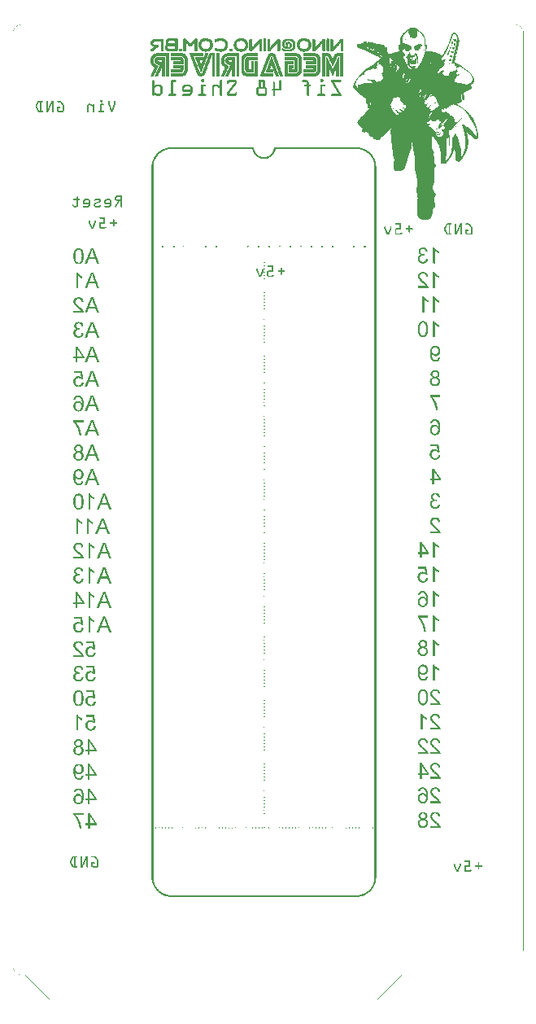
<source format=gbo>
G04 MADE WITH FRITZING*
G04 WWW.FRITZING.ORG*
G04 DOUBLE SIDED*
G04 HOLES PLATED*
G04 CONTOUR ON CENTER OF CONTOUR VECTOR*
%ASAXBY*%
%FSLAX23Y23*%
%MOIN*%
%OFA0B0*%
%SFA1.0B1.0*%
%ADD10R,0.001000X0.001000*%
%LNSILK0*%
G90*
G70*
G36*
X1697Y3890D02*
X1695Y3898D01*
X1697Y3898D01*
X1697Y3890D01*
G37*
D02*
G36*
X1730Y3660D02*
X1734Y3664D01*
X1730Y3660D01*
G37*
D02*
G54D10*
X41Y3999D02*
X2072Y3999D01*
X36Y3998D02*
X40Y3998D01*
X2073Y3998D02*
X2077Y3998D01*
X33Y3997D02*
X35Y3997D01*
X2078Y3997D02*
X2080Y3997D01*
X31Y3996D02*
X32Y3996D01*
X2081Y3996D02*
X2082Y3996D01*
X29Y3995D02*
X30Y3995D01*
X2083Y3995D02*
X2084Y3995D01*
X27Y3994D02*
X28Y3994D01*
X2085Y3994D02*
X2086Y3994D01*
X26Y3993D02*
X26Y3993D01*
X2087Y3993D02*
X2087Y3993D01*
X24Y3992D02*
X25Y3992D01*
X2088Y3992D02*
X2089Y3992D01*
X23Y3991D02*
X24Y3991D01*
X2089Y3991D02*
X2090Y3991D01*
X22Y3990D02*
X22Y3990D01*
X2091Y3990D02*
X2091Y3990D01*
X21Y3989D02*
X21Y3989D01*
X2092Y3989D02*
X2092Y3989D01*
X20Y3988D02*
X20Y3988D01*
X2093Y3988D02*
X2093Y3988D01*
X19Y3987D02*
X19Y3987D01*
X2094Y3987D02*
X2094Y3987D01*
X18Y3986D02*
X18Y3986D01*
X2095Y3986D02*
X2095Y3986D01*
X17Y3985D02*
X18Y3985D01*
X1637Y3985D02*
X1659Y3985D01*
X2095Y3985D02*
X2096Y3985D01*
X17Y3984D02*
X17Y3984D01*
X1636Y3984D02*
X1661Y3984D01*
X2096Y3984D02*
X2096Y3984D01*
X16Y3983D02*
X16Y3983D01*
X1635Y3983D02*
X1664Y3983D01*
X2097Y3983D02*
X2097Y3983D01*
X15Y3982D02*
X15Y3982D01*
X1634Y3982D02*
X1666Y3982D01*
X2097Y3982D02*
X2098Y3982D01*
X15Y3981D02*
X15Y3981D01*
X1633Y3981D02*
X1667Y3981D01*
X2098Y3981D02*
X2098Y3981D01*
X14Y3980D02*
X14Y3980D01*
X1631Y3980D02*
X1668Y3980D01*
X2099Y3980D02*
X2099Y3980D01*
X14Y3979D02*
X14Y3979D01*
X1630Y3979D02*
X1669Y3979D01*
X2099Y3979D02*
X2099Y3979D01*
X13Y3978D02*
X13Y3978D01*
X1629Y3978D02*
X1670Y3978D01*
X2100Y3978D02*
X2100Y3978D01*
X13Y3977D02*
X13Y3977D01*
X1627Y3977D02*
X1671Y3977D01*
X2100Y3977D02*
X2100Y3977D01*
X12Y3976D02*
X12Y3976D01*
X1626Y3976D02*
X1672Y3976D01*
X2100Y3976D02*
X2100Y3976D01*
X12Y3975D02*
X12Y3975D01*
X1625Y3975D02*
X1673Y3975D01*
X2101Y3975D02*
X2101Y3975D01*
X12Y3974D02*
X12Y3974D01*
X1623Y3974D02*
X1675Y3974D01*
X2101Y3974D02*
X2101Y3974D01*
X11Y3973D02*
X11Y3973D01*
X1622Y3973D02*
X1676Y3973D01*
X2101Y3973D02*
X2101Y3973D01*
X11Y3972D02*
X11Y3972D01*
X1621Y3972D02*
X1628Y3972D01*
X1630Y3972D02*
X1667Y3972D01*
X1670Y3972D02*
X1678Y3972D01*
X2102Y3972D02*
X2102Y3972D01*
X11Y3971D02*
X11Y3971D01*
X1619Y3971D02*
X1627Y3971D01*
X1630Y3971D02*
X1667Y3971D01*
X1674Y3971D02*
X1679Y3971D01*
X2102Y3971D02*
X2102Y3971D01*
X11Y3970D02*
X11Y3970D01*
X1618Y3970D02*
X1625Y3970D01*
X1631Y3970D02*
X1667Y3970D01*
X1675Y3970D02*
X1680Y3970D01*
X2102Y3970D02*
X2102Y3970D01*
X11Y3969D02*
X11Y3969D01*
X1617Y3969D02*
X1624Y3969D01*
X1631Y3969D02*
X1667Y3969D01*
X1677Y3969D02*
X1681Y3969D01*
X2102Y3969D02*
X2102Y3969D01*
X10Y3968D02*
X10Y3968D01*
X1616Y3968D02*
X1623Y3968D01*
X1631Y3968D02*
X1667Y3968D01*
X1679Y3968D02*
X1683Y3968D01*
X2102Y3968D02*
X2102Y3968D01*
X10Y3967D02*
X10Y3967D01*
X1614Y3967D02*
X1621Y3967D01*
X1632Y3967D02*
X1667Y3967D01*
X1680Y3967D02*
X1684Y3967D01*
X2102Y3967D02*
X2102Y3967D01*
X10Y3966D02*
X10Y3966D01*
X1613Y3966D02*
X1620Y3966D01*
X1632Y3966D02*
X1667Y3966D01*
X1681Y3966D02*
X1685Y3966D01*
X1813Y3966D02*
X1820Y3966D01*
X2102Y3966D02*
X2102Y3966D01*
X10Y3965D02*
X10Y3965D01*
X1612Y3965D02*
X1619Y3965D01*
X1632Y3965D02*
X1667Y3965D01*
X1682Y3965D02*
X1686Y3965D01*
X1813Y3965D02*
X1823Y3965D01*
X2102Y3965D02*
X2102Y3965D01*
X10Y3964D02*
X10Y3964D01*
X1611Y3964D02*
X1618Y3964D01*
X1633Y3964D02*
X1667Y3964D01*
X1683Y3964D02*
X1687Y3964D01*
X1812Y3964D02*
X1825Y3964D01*
X2102Y3964D02*
X2102Y3964D01*
X10Y3963D02*
X10Y3963D01*
X1610Y3963D02*
X1617Y3963D01*
X1633Y3963D02*
X1667Y3963D01*
X1683Y3963D02*
X1688Y3963D01*
X1811Y3963D02*
X1826Y3963D01*
X2102Y3963D02*
X2102Y3963D01*
X10Y3962D02*
X10Y3962D01*
X1609Y3962D02*
X1616Y3962D01*
X1633Y3962D02*
X1667Y3962D01*
X1684Y3962D02*
X1689Y3962D01*
X1811Y3962D02*
X1827Y3962D01*
X2102Y3962D02*
X2102Y3962D01*
X10Y3961D02*
X10Y3961D01*
X1608Y3961D02*
X1614Y3961D01*
X1634Y3961D02*
X1667Y3961D01*
X1685Y3961D02*
X1690Y3961D01*
X1810Y3961D02*
X1815Y3961D01*
X1823Y3961D02*
X1828Y3961D01*
X2102Y3961D02*
X2102Y3961D01*
X10Y3960D02*
X10Y3960D01*
X1607Y3960D02*
X1614Y3960D01*
X1634Y3960D02*
X1667Y3960D01*
X1685Y3960D02*
X1690Y3960D01*
X1810Y3960D02*
X1815Y3960D01*
X1824Y3960D02*
X1829Y3960D01*
X2102Y3960D02*
X2102Y3960D01*
X10Y3959D02*
X10Y3959D01*
X1606Y3959D02*
X1613Y3959D01*
X1634Y3959D02*
X1667Y3959D01*
X1686Y3959D02*
X1691Y3959D01*
X1810Y3959D02*
X1814Y3959D01*
X1824Y3959D02*
X1830Y3959D01*
X2102Y3959D02*
X2102Y3959D01*
X10Y3958D02*
X10Y3958D01*
X1606Y3958D02*
X1612Y3958D01*
X1635Y3958D02*
X1667Y3958D01*
X1687Y3958D02*
X1692Y3958D01*
X1809Y3958D02*
X1814Y3958D01*
X1825Y3958D02*
X1830Y3958D01*
X2102Y3958D02*
X2102Y3958D01*
X10Y3957D02*
X10Y3957D01*
X1605Y3957D02*
X1611Y3957D01*
X1635Y3957D02*
X1667Y3957D01*
X1687Y3957D02*
X1693Y3957D01*
X1809Y3957D02*
X1813Y3957D01*
X1826Y3957D02*
X1831Y3957D01*
X2102Y3957D02*
X2102Y3957D01*
X10Y3956D02*
X10Y3956D01*
X1604Y3956D02*
X1610Y3956D01*
X1635Y3956D02*
X1666Y3956D01*
X1688Y3956D02*
X1693Y3956D01*
X1808Y3956D02*
X1813Y3956D01*
X1826Y3956D02*
X1831Y3956D01*
X2102Y3956D02*
X2102Y3956D01*
X10Y3955D02*
X10Y3955D01*
X1603Y3955D02*
X1610Y3955D01*
X1636Y3955D02*
X1666Y3955D01*
X1689Y3955D02*
X1694Y3955D01*
X1808Y3955D02*
X1812Y3955D01*
X1827Y3955D02*
X1832Y3955D01*
X2102Y3955D02*
X2102Y3955D01*
X10Y3954D02*
X10Y3954D01*
X1603Y3954D02*
X1609Y3954D01*
X1636Y3954D02*
X1666Y3954D01*
X1689Y3954D02*
X1694Y3954D01*
X1808Y3954D02*
X1812Y3954D01*
X1828Y3954D02*
X1832Y3954D01*
X2102Y3954D02*
X2102Y3954D01*
X10Y3953D02*
X10Y3953D01*
X1602Y3953D02*
X1609Y3953D01*
X1636Y3953D02*
X1666Y3953D01*
X1690Y3953D02*
X1695Y3953D01*
X1807Y3953D02*
X1812Y3953D01*
X1828Y3953D02*
X1833Y3953D01*
X2102Y3953D02*
X2102Y3953D01*
X10Y3952D02*
X10Y3952D01*
X1602Y3952D02*
X1609Y3952D01*
X1637Y3952D02*
X1665Y3952D01*
X1691Y3952D02*
X1695Y3952D01*
X1807Y3952D02*
X1811Y3952D01*
X1828Y3952D02*
X1833Y3952D01*
X2102Y3952D02*
X2102Y3952D01*
X10Y3951D02*
X10Y3951D01*
X1601Y3951D02*
X1608Y3951D01*
X1637Y3951D02*
X1665Y3951D01*
X1691Y3951D02*
X1696Y3951D01*
X1807Y3951D02*
X1811Y3951D01*
X1829Y3951D02*
X1833Y3951D01*
X2102Y3951D02*
X2102Y3951D01*
X10Y3950D02*
X10Y3950D01*
X1601Y3950D02*
X1608Y3950D01*
X1637Y3950D02*
X1664Y3950D01*
X1692Y3950D02*
X1696Y3950D01*
X1806Y3950D02*
X1810Y3950D01*
X1829Y3950D02*
X1833Y3950D01*
X2102Y3950D02*
X2102Y3950D01*
X10Y3949D02*
X10Y3949D01*
X1600Y3949D02*
X1608Y3949D01*
X1638Y3949D02*
X1664Y3949D01*
X1693Y3949D02*
X1697Y3949D01*
X1806Y3949D02*
X1810Y3949D01*
X1830Y3949D02*
X1834Y3949D01*
X2102Y3949D02*
X2102Y3949D01*
X10Y3948D02*
X10Y3948D01*
X1600Y3948D02*
X1608Y3948D01*
X1638Y3948D02*
X1663Y3948D01*
X1693Y3948D02*
X1697Y3948D01*
X1805Y3948D02*
X1810Y3948D01*
X1830Y3948D02*
X1834Y3948D01*
X2102Y3948D02*
X2102Y3948D01*
X10Y3947D02*
X10Y3947D01*
X1599Y3947D02*
X1608Y3947D01*
X1638Y3947D02*
X1662Y3947D01*
X1694Y3947D02*
X1697Y3947D01*
X1805Y3947D02*
X1809Y3947D01*
X1830Y3947D02*
X1834Y3947D01*
X2102Y3947D02*
X2102Y3947D01*
X10Y3946D02*
X10Y3946D01*
X1599Y3946D02*
X1607Y3946D01*
X1641Y3946D02*
X1661Y3946D01*
X1695Y3946D02*
X1698Y3946D01*
X1805Y3946D02*
X1809Y3946D01*
X1830Y3946D02*
X1834Y3946D01*
X2102Y3946D02*
X2102Y3946D01*
X10Y3945D02*
X10Y3945D01*
X1599Y3945D02*
X1607Y3945D01*
X1646Y3945D02*
X1659Y3945D01*
X1695Y3945D02*
X1698Y3945D01*
X1804Y3945D02*
X1809Y3945D01*
X1831Y3945D02*
X1835Y3945D01*
X2102Y3945D02*
X2102Y3945D01*
X10Y3944D02*
X10Y3944D01*
X1599Y3944D02*
X1607Y3944D01*
X1651Y3944D02*
X1656Y3944D01*
X1696Y3944D02*
X1698Y3944D01*
X1804Y3944D02*
X1808Y3944D01*
X1831Y3944D02*
X1835Y3944D01*
X2102Y3944D02*
X2102Y3944D01*
X10Y3943D02*
X10Y3943D01*
X649Y3943D02*
X679Y3943D01*
X713Y3943D02*
X715Y3943D01*
X759Y3943D02*
X761Y3943D01*
X793Y3943D02*
X808Y3943D01*
X851Y3943D02*
X870Y3943D01*
X937Y3943D02*
X952Y3943D01*
X1041Y3943D02*
X1043Y3943D01*
X1196Y3943D02*
X1211Y3943D01*
X1299Y3943D02*
X1302Y3943D01*
X1598Y3943D02*
X1607Y3943D01*
X1696Y3943D02*
X1698Y3943D01*
X1804Y3943D02*
X1808Y3943D01*
X1831Y3943D02*
X1835Y3943D01*
X2102Y3943D02*
X2102Y3943D01*
X10Y3942D02*
X10Y3942D01*
X645Y3942D02*
X682Y3942D01*
X711Y3942D02*
X717Y3942D01*
X757Y3942D02*
X763Y3942D01*
X789Y3942D02*
X811Y3942D01*
X847Y3942D02*
X873Y3942D01*
X933Y3942D02*
X956Y3942D01*
X1039Y3942D02*
X1045Y3942D01*
X1192Y3942D02*
X1214Y3942D01*
X1298Y3942D02*
X1304Y3942D01*
X1598Y3942D02*
X1607Y3942D01*
X1696Y3942D02*
X1699Y3942D01*
X1803Y3942D02*
X1807Y3942D01*
X1831Y3942D02*
X1835Y3942D01*
X2102Y3942D02*
X2102Y3942D01*
X10Y3941D02*
X10Y3941D01*
X600Y3941D02*
X624Y3941D01*
X643Y3941D02*
X683Y3941D01*
X710Y3941D02*
X718Y3941D01*
X756Y3941D02*
X764Y3941D01*
X787Y3941D02*
X814Y3941D01*
X844Y3941D02*
X875Y3941D01*
X931Y3941D02*
X958Y3941D01*
X985Y3941D02*
X985Y3941D01*
X1026Y3941D02*
X1026Y3941D01*
X1038Y3941D02*
X1046Y3941D01*
X1058Y3941D02*
X1058Y3941D01*
X1099Y3941D02*
X1099Y3941D01*
X1132Y3941D02*
X1149Y3941D01*
X1190Y3941D02*
X1217Y3941D01*
X1243Y3941D02*
X1243Y3941D01*
X1285Y3941D02*
X1285Y3941D01*
X1297Y3941D02*
X1305Y3941D01*
X1317Y3941D02*
X1317Y3941D01*
X1358Y3941D02*
X1358Y3941D01*
X1598Y3941D02*
X1607Y3941D01*
X1618Y3941D02*
X1618Y3941D01*
X1697Y3941D02*
X1699Y3941D01*
X1803Y3941D02*
X1807Y3941D01*
X1831Y3941D02*
X1836Y3941D01*
X2102Y3941D02*
X2102Y3941D01*
X10Y3940D02*
X10Y3940D01*
X593Y3940D02*
X626Y3940D01*
X642Y3940D02*
X684Y3940D01*
X710Y3940D02*
X719Y3940D01*
X755Y3940D02*
X765Y3940D01*
X785Y3940D02*
X816Y3940D01*
X842Y3940D02*
X877Y3940D01*
X929Y3940D02*
X960Y3940D01*
X982Y3940D02*
X987Y3940D01*
X1022Y3940D02*
X1029Y3940D01*
X1037Y3940D02*
X1047Y3940D01*
X1056Y3940D02*
X1061Y3940D01*
X1096Y3940D02*
X1102Y3940D01*
X1127Y3940D02*
X1152Y3940D01*
X1188Y3940D02*
X1219Y3940D01*
X1241Y3940D02*
X1246Y3940D01*
X1281Y3940D02*
X1287Y3940D01*
X1296Y3940D02*
X1305Y3940D01*
X1314Y3940D02*
X1319Y3940D01*
X1355Y3940D02*
X1361Y3940D01*
X1598Y3940D02*
X1607Y3940D01*
X1615Y3940D02*
X1619Y3940D01*
X1697Y3940D02*
X1699Y3940D01*
X1803Y3940D02*
X1807Y3940D01*
X1831Y3940D02*
X1836Y3940D01*
X2102Y3940D02*
X2102Y3940D01*
X10Y3939D02*
X10Y3939D01*
X589Y3939D02*
X627Y3939D01*
X641Y3939D02*
X684Y3939D01*
X709Y3939D02*
X720Y3939D01*
X754Y3939D02*
X765Y3939D01*
X783Y3939D02*
X817Y3939D01*
X840Y3939D02*
X879Y3939D01*
X927Y3939D02*
X962Y3939D01*
X981Y3939D02*
X988Y3939D01*
X1021Y3939D02*
X1030Y3939D01*
X1037Y3939D02*
X1047Y3939D01*
X1054Y3939D02*
X1062Y3939D01*
X1094Y3939D02*
X1103Y3939D01*
X1125Y3939D02*
X1154Y3939D01*
X1186Y3939D02*
X1220Y3939D01*
X1240Y3939D02*
X1247Y3939D01*
X1280Y3939D02*
X1288Y3939D01*
X1296Y3939D02*
X1306Y3939D01*
X1313Y3939D02*
X1321Y3939D01*
X1353Y3939D02*
X1362Y3939D01*
X1598Y3939D02*
X1606Y3939D01*
X1614Y3939D02*
X1619Y3939D01*
X1697Y3939D02*
X1699Y3939D01*
X1802Y3939D02*
X1806Y3939D01*
X1818Y3939D02*
X1827Y3939D01*
X1831Y3939D02*
X1837Y3939D01*
X2102Y3939D02*
X2102Y3939D01*
X10Y3938D02*
X10Y3938D01*
X585Y3938D02*
X627Y3938D01*
X640Y3938D02*
X685Y3938D01*
X709Y3938D02*
X721Y3938D01*
X753Y3938D02*
X765Y3938D01*
X782Y3938D02*
X819Y3938D01*
X839Y3938D02*
X880Y3938D01*
X926Y3938D02*
X963Y3938D01*
X980Y3938D02*
X989Y3938D01*
X1020Y3938D02*
X1030Y3938D01*
X1037Y3938D02*
X1047Y3938D01*
X1054Y3938D02*
X1063Y3938D01*
X1093Y3938D02*
X1104Y3938D01*
X1123Y3938D02*
X1156Y3938D01*
X1185Y3938D02*
X1222Y3938D01*
X1239Y3938D02*
X1248Y3938D01*
X1279Y3938D02*
X1289Y3938D01*
X1296Y3938D02*
X1306Y3938D01*
X1312Y3938D02*
X1321Y3938D01*
X1352Y3938D02*
X1363Y3938D01*
X1598Y3938D02*
X1606Y3938D01*
X1617Y3938D02*
X1619Y3938D01*
X1698Y3938D02*
X1699Y3938D01*
X1802Y3938D02*
X1806Y3938D01*
X1815Y3938D02*
X1827Y3938D01*
X1831Y3938D02*
X1837Y3938D01*
X2102Y3938D02*
X2102Y3938D01*
X10Y3937D02*
X10Y3937D01*
X583Y3937D02*
X627Y3937D01*
X639Y3937D02*
X685Y3937D01*
X709Y3937D02*
X722Y3937D01*
X752Y3937D02*
X765Y3937D01*
X780Y3937D02*
X820Y3937D01*
X838Y3937D02*
X882Y3937D01*
X925Y3937D02*
X964Y3937D01*
X980Y3937D02*
X990Y3937D01*
X1019Y3937D02*
X1031Y3937D01*
X1037Y3937D02*
X1047Y3937D01*
X1053Y3937D02*
X1063Y3937D01*
X1093Y3937D02*
X1104Y3937D01*
X1121Y3937D02*
X1158Y3937D01*
X1183Y3937D02*
X1223Y3937D01*
X1238Y3937D02*
X1248Y3937D01*
X1278Y3937D02*
X1290Y3937D01*
X1295Y3937D02*
X1306Y3937D01*
X1312Y3937D02*
X1322Y3937D01*
X1351Y3937D02*
X1363Y3937D01*
X1598Y3937D02*
X1606Y3937D01*
X1698Y3937D02*
X1699Y3937D01*
X1802Y3937D02*
X1806Y3937D01*
X1815Y3937D02*
X1827Y3937D01*
X1831Y3937D02*
X1838Y3937D01*
X2102Y3937D02*
X2102Y3937D01*
X10Y3936D02*
X10Y3936D01*
X581Y3936D02*
X628Y3936D01*
X638Y3936D02*
X685Y3936D01*
X709Y3936D02*
X723Y3936D01*
X751Y3936D02*
X765Y3936D01*
X779Y3936D02*
X821Y3936D01*
X837Y3936D02*
X883Y3936D01*
X924Y3936D02*
X965Y3936D01*
X979Y3936D02*
X990Y3936D01*
X1018Y3936D02*
X1031Y3936D01*
X1037Y3936D02*
X1047Y3936D01*
X1053Y3936D02*
X1063Y3936D01*
X1092Y3936D02*
X1105Y3936D01*
X1120Y3936D02*
X1159Y3936D01*
X1182Y3936D02*
X1224Y3936D01*
X1238Y3936D02*
X1249Y3936D01*
X1277Y3936D02*
X1290Y3936D01*
X1295Y3936D02*
X1306Y3936D01*
X1312Y3936D02*
X1322Y3936D01*
X1350Y3936D02*
X1363Y3936D01*
X1597Y3936D02*
X1606Y3936D01*
X1698Y3936D02*
X1699Y3936D01*
X1801Y3936D02*
X1805Y3936D01*
X1816Y3936D02*
X1827Y3936D01*
X1830Y3936D02*
X1840Y3936D01*
X2102Y3936D02*
X2102Y3936D01*
X10Y3935D02*
X10Y3935D01*
X580Y3935D02*
X628Y3935D01*
X637Y3935D02*
X685Y3935D01*
X709Y3935D02*
X724Y3935D01*
X750Y3935D02*
X765Y3935D01*
X778Y3935D02*
X822Y3935D01*
X836Y3935D02*
X884Y3935D01*
X923Y3935D02*
X966Y3935D01*
X979Y3935D02*
X990Y3935D01*
X1017Y3935D02*
X1031Y3935D01*
X1037Y3935D02*
X1047Y3935D01*
X1053Y3935D02*
X1063Y3935D01*
X1091Y3935D02*
X1105Y3935D01*
X1119Y3935D02*
X1160Y3935D01*
X1181Y3935D02*
X1225Y3935D01*
X1238Y3935D02*
X1249Y3935D01*
X1276Y3935D02*
X1290Y3935D01*
X1295Y3935D02*
X1306Y3935D01*
X1312Y3935D02*
X1322Y3935D01*
X1349Y3935D02*
X1363Y3935D01*
X1597Y3935D02*
X1606Y3935D01*
X1698Y3935D02*
X1699Y3935D01*
X1801Y3935D02*
X1805Y3935D01*
X1817Y3935D02*
X1827Y3935D01*
X1830Y3935D02*
X1840Y3935D01*
X2102Y3935D02*
X2102Y3935D01*
X10Y3934D02*
X10Y3934D01*
X578Y3934D02*
X628Y3934D01*
X637Y3934D02*
X685Y3934D01*
X709Y3934D02*
X725Y3934D01*
X749Y3934D02*
X765Y3934D01*
X777Y3934D02*
X823Y3934D01*
X836Y3934D02*
X885Y3934D01*
X922Y3934D02*
X967Y3934D01*
X979Y3934D02*
X990Y3934D01*
X1016Y3934D02*
X1031Y3934D01*
X1037Y3934D02*
X1047Y3934D01*
X1053Y3934D02*
X1063Y3934D01*
X1090Y3934D02*
X1105Y3934D01*
X1118Y3934D02*
X1161Y3934D01*
X1180Y3934D02*
X1226Y3934D01*
X1238Y3934D02*
X1249Y3934D01*
X1275Y3934D02*
X1290Y3934D01*
X1295Y3934D02*
X1306Y3934D01*
X1312Y3934D02*
X1322Y3934D01*
X1348Y3934D02*
X1363Y3934D01*
X1597Y3934D02*
X1606Y3934D01*
X1698Y3934D02*
X1699Y3934D01*
X1801Y3934D02*
X1804Y3934D01*
X1817Y3934D02*
X1827Y3934D01*
X1830Y3934D02*
X1841Y3934D01*
X2102Y3934D02*
X2102Y3934D01*
X10Y3933D02*
X10Y3933D01*
X577Y3933D02*
X628Y3933D01*
X636Y3933D02*
X685Y3933D01*
X709Y3933D02*
X726Y3933D01*
X748Y3933D02*
X765Y3933D01*
X777Y3933D02*
X824Y3933D01*
X836Y3933D02*
X886Y3933D01*
X921Y3933D02*
X968Y3933D01*
X979Y3933D02*
X990Y3933D01*
X1015Y3933D02*
X1031Y3933D01*
X1037Y3933D02*
X1047Y3933D01*
X1053Y3933D02*
X1063Y3933D01*
X1089Y3933D02*
X1105Y3933D01*
X1117Y3933D02*
X1133Y3933D01*
X1145Y3933D02*
X1162Y3933D01*
X1180Y3933D02*
X1227Y3933D01*
X1238Y3933D02*
X1249Y3933D01*
X1274Y3933D02*
X1290Y3933D01*
X1295Y3933D02*
X1306Y3933D01*
X1312Y3933D02*
X1322Y3933D01*
X1348Y3933D02*
X1363Y3933D01*
X1597Y3933D02*
X1606Y3933D01*
X1698Y3933D02*
X1699Y3933D01*
X1800Y3933D02*
X1804Y3933D01*
X1818Y3933D02*
X1827Y3933D01*
X1829Y3933D02*
X1841Y3933D01*
X2102Y3933D02*
X2102Y3933D01*
X10Y3932D02*
X10Y3932D01*
X577Y3932D02*
X628Y3932D01*
X636Y3932D02*
X650Y3932D01*
X670Y3932D02*
X685Y3932D01*
X709Y3932D02*
X727Y3932D01*
X747Y3932D02*
X765Y3932D01*
X776Y3932D02*
X795Y3932D01*
X805Y3932D02*
X825Y3932D01*
X836Y3932D02*
X852Y3932D01*
X867Y3932D02*
X886Y3932D01*
X920Y3932D02*
X939Y3932D01*
X950Y3932D02*
X969Y3932D01*
X979Y3932D02*
X990Y3932D01*
X1014Y3932D02*
X1031Y3932D01*
X1037Y3932D02*
X1047Y3932D01*
X1053Y3932D02*
X1063Y3932D01*
X1088Y3932D02*
X1105Y3932D01*
X1116Y3932D02*
X1130Y3932D01*
X1149Y3932D02*
X1163Y3932D01*
X1179Y3932D02*
X1198Y3932D01*
X1208Y3932D02*
X1228Y3932D01*
X1238Y3932D02*
X1249Y3932D01*
X1273Y3932D02*
X1290Y3932D01*
X1295Y3932D02*
X1306Y3932D01*
X1312Y3932D02*
X1322Y3932D01*
X1347Y3932D02*
X1363Y3932D01*
X1597Y3932D02*
X1606Y3932D01*
X1699Y3932D02*
X1699Y3932D01*
X1800Y3932D02*
X1804Y3932D01*
X1819Y3932D02*
X1827Y3932D01*
X1829Y3932D02*
X1840Y3932D01*
X2102Y3932D02*
X2102Y3932D01*
X10Y3931D02*
X10Y3931D01*
X576Y3931D02*
X628Y3931D01*
X636Y3931D02*
X648Y3931D01*
X673Y3931D02*
X685Y3931D01*
X709Y3931D02*
X728Y3931D01*
X746Y3931D02*
X765Y3931D01*
X775Y3931D02*
X792Y3931D01*
X809Y3931D02*
X825Y3931D01*
X836Y3931D02*
X848Y3931D01*
X871Y3931D02*
X887Y3931D01*
X919Y3931D02*
X936Y3931D01*
X953Y3931D02*
X970Y3931D01*
X979Y3931D02*
X990Y3931D01*
X1014Y3931D02*
X1031Y3931D01*
X1037Y3931D02*
X1047Y3931D01*
X1053Y3931D02*
X1063Y3931D01*
X1087Y3931D02*
X1105Y3931D01*
X1116Y3931D02*
X1128Y3931D01*
X1151Y3931D02*
X1164Y3931D01*
X1178Y3931D02*
X1195Y3931D01*
X1212Y3931D02*
X1228Y3931D01*
X1238Y3931D02*
X1249Y3931D01*
X1272Y3931D02*
X1290Y3931D01*
X1295Y3931D02*
X1306Y3931D01*
X1312Y3931D02*
X1322Y3931D01*
X1346Y3931D02*
X1363Y3931D01*
X1450Y3931D02*
X1459Y3931D01*
X1597Y3931D02*
X1606Y3931D01*
X1699Y3931D02*
X1699Y3931D01*
X1800Y3931D02*
X1803Y3931D01*
X1821Y3931D02*
X1825Y3931D01*
X1828Y3931D02*
X1840Y3931D01*
X2102Y3931D02*
X2102Y3931D01*
X10Y3930D02*
X10Y3930D01*
X575Y3930D02*
X628Y3930D01*
X636Y3930D02*
X647Y3930D01*
X674Y3930D02*
X685Y3930D01*
X709Y3930D02*
X729Y3930D01*
X745Y3930D02*
X765Y3930D01*
X774Y3930D02*
X789Y3930D01*
X811Y3930D02*
X826Y3930D01*
X836Y3930D02*
X847Y3930D01*
X873Y3930D02*
X888Y3930D01*
X919Y3930D02*
X934Y3930D01*
X955Y3930D02*
X970Y3930D01*
X979Y3930D02*
X990Y3930D01*
X1013Y3930D02*
X1031Y3930D01*
X1037Y3930D02*
X1047Y3930D01*
X1053Y3930D02*
X1063Y3930D01*
X1086Y3930D02*
X1105Y3930D01*
X1115Y3930D02*
X1127Y3930D01*
X1152Y3930D02*
X1164Y3930D01*
X1177Y3930D02*
X1192Y3930D01*
X1214Y3930D02*
X1229Y3930D01*
X1238Y3930D02*
X1249Y3930D01*
X1271Y3930D02*
X1290Y3930D01*
X1295Y3930D02*
X1306Y3930D01*
X1312Y3930D02*
X1322Y3930D01*
X1345Y3930D02*
X1363Y3930D01*
X1449Y3930D02*
X1460Y3930D01*
X1597Y3930D02*
X1606Y3930D01*
X1699Y3930D02*
X1699Y3930D01*
X1800Y3930D02*
X1803Y3930D01*
X1828Y3930D02*
X1840Y3930D01*
X2102Y3930D02*
X2102Y3930D01*
X10Y3929D02*
X10Y3929D01*
X575Y3929D02*
X597Y3929D01*
X614Y3929D02*
X628Y3929D01*
X636Y3929D02*
X646Y3929D01*
X674Y3929D02*
X685Y3929D01*
X709Y3929D02*
X730Y3929D01*
X744Y3929D02*
X765Y3929D01*
X774Y3929D02*
X788Y3929D01*
X813Y3929D02*
X826Y3929D01*
X836Y3929D02*
X845Y3929D01*
X874Y3929D02*
X888Y3929D01*
X918Y3929D02*
X932Y3929D01*
X957Y3929D02*
X971Y3929D01*
X979Y3929D02*
X990Y3929D01*
X1012Y3929D02*
X1031Y3929D01*
X1037Y3929D02*
X1047Y3929D01*
X1053Y3929D02*
X1063Y3929D01*
X1085Y3929D02*
X1105Y3929D01*
X1115Y3929D02*
X1126Y3929D01*
X1154Y3929D02*
X1165Y3929D01*
X1177Y3929D02*
X1191Y3929D01*
X1216Y3929D02*
X1229Y3929D01*
X1238Y3929D02*
X1249Y3929D01*
X1270Y3929D02*
X1290Y3929D01*
X1295Y3929D02*
X1306Y3929D01*
X1312Y3929D02*
X1322Y3929D01*
X1344Y3929D02*
X1363Y3929D01*
X1449Y3929D02*
X1460Y3929D01*
X1469Y3929D02*
X1469Y3929D01*
X1597Y3929D02*
X1606Y3929D01*
X1699Y3929D02*
X1699Y3929D01*
X1799Y3929D02*
X1803Y3929D01*
X1827Y3929D02*
X1840Y3929D01*
X2102Y3929D02*
X2102Y3929D01*
X10Y3928D02*
X10Y3928D01*
X574Y3928D02*
X590Y3928D01*
X616Y3928D02*
X628Y3928D01*
X636Y3928D02*
X646Y3928D01*
X674Y3928D02*
X685Y3928D01*
X709Y3928D02*
X731Y3928D01*
X743Y3928D02*
X765Y3928D01*
X773Y3928D02*
X787Y3928D01*
X814Y3928D02*
X827Y3928D01*
X838Y3928D02*
X844Y3928D01*
X876Y3928D02*
X889Y3928D01*
X918Y3928D02*
X931Y3928D01*
X958Y3928D02*
X971Y3928D01*
X979Y3928D02*
X990Y3928D01*
X1011Y3928D02*
X1031Y3928D01*
X1037Y3928D02*
X1047Y3928D01*
X1053Y3928D02*
X1063Y3928D01*
X1084Y3928D02*
X1105Y3928D01*
X1114Y3928D02*
X1125Y3928D01*
X1136Y3928D02*
X1142Y3928D01*
X1155Y3928D02*
X1165Y3928D01*
X1176Y3928D02*
X1190Y3928D01*
X1217Y3928D02*
X1230Y3928D01*
X1238Y3928D02*
X1249Y3928D01*
X1269Y3928D02*
X1290Y3928D01*
X1295Y3928D02*
X1306Y3928D01*
X1312Y3928D02*
X1322Y3928D01*
X1343Y3928D02*
X1363Y3928D01*
X1449Y3928D02*
X1460Y3928D01*
X1468Y3928D02*
X1471Y3928D01*
X1597Y3928D02*
X1606Y3928D01*
X1699Y3928D02*
X1699Y3928D01*
X1799Y3928D02*
X1802Y3928D01*
X1808Y3928D02*
X1813Y3928D01*
X1826Y3928D02*
X1839Y3928D01*
X2102Y3928D02*
X2102Y3928D01*
X10Y3927D02*
X10Y3927D01*
X574Y3927D02*
X587Y3927D01*
X617Y3927D02*
X628Y3927D01*
X636Y3927D02*
X646Y3927D01*
X674Y3927D02*
X685Y3927D01*
X709Y3927D02*
X732Y3927D01*
X742Y3927D02*
X765Y3927D01*
X773Y3927D02*
X786Y3927D01*
X815Y3927D02*
X827Y3927D01*
X877Y3927D02*
X889Y3927D01*
X917Y3927D02*
X930Y3927D01*
X959Y3927D02*
X972Y3927D01*
X979Y3927D02*
X990Y3927D01*
X1010Y3927D02*
X1031Y3927D01*
X1037Y3927D02*
X1047Y3927D01*
X1053Y3927D02*
X1063Y3927D01*
X1083Y3927D02*
X1105Y3927D01*
X1114Y3927D02*
X1124Y3927D01*
X1129Y3927D02*
X1131Y3927D01*
X1134Y3927D02*
X1144Y3927D01*
X1156Y3927D02*
X1166Y3927D01*
X1176Y3927D02*
X1189Y3927D01*
X1218Y3927D02*
X1230Y3927D01*
X1238Y3927D02*
X1249Y3927D01*
X1269Y3927D02*
X1290Y3927D01*
X1295Y3927D02*
X1306Y3927D01*
X1312Y3927D02*
X1322Y3927D01*
X1342Y3927D02*
X1363Y3927D01*
X1448Y3927D02*
X1461Y3927D01*
X1467Y3927D02*
X1473Y3927D01*
X1597Y3927D02*
X1606Y3927D01*
X1699Y3927D02*
X1699Y3927D01*
X1798Y3927D02*
X1802Y3927D01*
X1808Y3927D02*
X1813Y3927D01*
X1825Y3927D02*
X1839Y3927D01*
X2102Y3927D02*
X2102Y3927D01*
X10Y3926D02*
X10Y3926D01*
X574Y3926D02*
X585Y3926D01*
X617Y3926D02*
X628Y3926D01*
X636Y3926D02*
X646Y3926D01*
X674Y3926D02*
X685Y3926D01*
X709Y3926D02*
X733Y3926D01*
X741Y3926D02*
X765Y3926D01*
X773Y3926D02*
X785Y3926D01*
X816Y3926D02*
X828Y3926D01*
X877Y3926D02*
X889Y3926D01*
X917Y3926D02*
X929Y3926D01*
X960Y3926D02*
X972Y3926D01*
X979Y3926D02*
X990Y3926D01*
X1009Y3926D02*
X1031Y3926D01*
X1037Y3926D02*
X1047Y3926D01*
X1053Y3926D02*
X1063Y3926D01*
X1082Y3926D02*
X1105Y3926D01*
X1114Y3926D02*
X1124Y3926D01*
X1128Y3926D02*
X1146Y3926D01*
X1157Y3926D02*
X1166Y3926D01*
X1176Y3926D02*
X1188Y3926D01*
X1219Y3926D02*
X1231Y3926D01*
X1238Y3926D02*
X1249Y3926D01*
X1268Y3926D02*
X1290Y3926D01*
X1295Y3926D02*
X1306Y3926D01*
X1312Y3926D02*
X1322Y3926D01*
X1341Y3926D02*
X1363Y3926D01*
X1448Y3926D02*
X1461Y3926D01*
X1466Y3926D02*
X1480Y3926D01*
X1597Y3926D02*
X1607Y3926D01*
X1699Y3926D02*
X1700Y3926D01*
X1798Y3926D02*
X1802Y3926D01*
X1808Y3926D02*
X1813Y3926D01*
X1826Y3926D02*
X1839Y3926D01*
X2102Y3926D02*
X2102Y3926D01*
X10Y3925D02*
X10Y3925D01*
X574Y3925D02*
X585Y3925D01*
X617Y3925D02*
X628Y3925D01*
X636Y3925D02*
X647Y3925D01*
X674Y3925D02*
X685Y3925D01*
X709Y3925D02*
X734Y3925D01*
X740Y3925D02*
X765Y3925D01*
X772Y3925D02*
X784Y3925D01*
X817Y3925D02*
X828Y3925D01*
X878Y3925D02*
X890Y3925D01*
X917Y3925D02*
X928Y3925D01*
X961Y3925D02*
X972Y3925D01*
X979Y3925D02*
X990Y3925D01*
X1008Y3925D02*
X1031Y3925D01*
X1037Y3925D02*
X1047Y3925D01*
X1053Y3925D02*
X1063Y3925D01*
X1081Y3925D02*
X1105Y3925D01*
X1113Y3925D02*
X1123Y3925D01*
X1127Y3925D02*
X1147Y3925D01*
X1157Y3925D02*
X1167Y3925D01*
X1175Y3925D02*
X1187Y3925D01*
X1220Y3925D02*
X1231Y3925D01*
X1238Y3925D02*
X1249Y3925D01*
X1267Y3925D02*
X1290Y3925D01*
X1295Y3925D02*
X1306Y3925D01*
X1312Y3925D02*
X1322Y3925D01*
X1340Y3925D02*
X1363Y3925D01*
X1447Y3925D02*
X1461Y3925D01*
X1464Y3925D02*
X1486Y3925D01*
X1597Y3925D02*
X1608Y3925D01*
X1699Y3925D02*
X1700Y3925D01*
X1798Y3925D02*
X1801Y3925D01*
X1808Y3925D02*
X1813Y3925D01*
X1826Y3925D02*
X1838Y3925D01*
X2102Y3925D02*
X2102Y3925D01*
X10Y3924D02*
X10Y3924D01*
X574Y3924D02*
X584Y3924D01*
X617Y3924D02*
X628Y3924D01*
X636Y3924D02*
X648Y3924D01*
X674Y3924D02*
X685Y3924D01*
X709Y3924D02*
X735Y3924D01*
X739Y3924D02*
X765Y3924D01*
X772Y3924D02*
X783Y3924D01*
X817Y3924D02*
X828Y3924D01*
X879Y3924D02*
X890Y3924D01*
X916Y3924D02*
X928Y3924D01*
X961Y3924D02*
X973Y3924D01*
X979Y3924D02*
X990Y3924D01*
X1007Y3924D02*
X1031Y3924D01*
X1037Y3924D02*
X1047Y3924D01*
X1053Y3924D02*
X1063Y3924D01*
X1080Y3924D02*
X1105Y3924D01*
X1113Y3924D02*
X1123Y3924D01*
X1127Y3924D02*
X1148Y3924D01*
X1158Y3924D02*
X1167Y3924D01*
X1175Y3924D02*
X1186Y3924D01*
X1220Y3924D02*
X1231Y3924D01*
X1238Y3924D02*
X1249Y3924D01*
X1266Y3924D02*
X1290Y3924D01*
X1295Y3924D02*
X1306Y3924D01*
X1312Y3924D02*
X1322Y3924D01*
X1339Y3924D02*
X1363Y3924D01*
X1444Y3924D02*
X1487Y3924D01*
X1597Y3924D02*
X1609Y3924D01*
X1699Y3924D02*
X1700Y3924D01*
X1797Y3924D02*
X1801Y3924D01*
X1807Y3924D02*
X1813Y3924D01*
X1826Y3924D02*
X1838Y3924D01*
X2102Y3924D02*
X2102Y3924D01*
X10Y3923D02*
X10Y3923D01*
X574Y3923D02*
X584Y3923D01*
X617Y3923D02*
X628Y3923D01*
X636Y3923D02*
X650Y3923D01*
X674Y3923D02*
X685Y3923D01*
X709Y3923D02*
X719Y3923D01*
X721Y3923D02*
X753Y3923D01*
X755Y3923D02*
X765Y3923D01*
X772Y3923D02*
X783Y3923D01*
X818Y3923D02*
X829Y3923D01*
X879Y3923D02*
X890Y3923D01*
X916Y3923D02*
X927Y3923D01*
X962Y3923D02*
X973Y3923D01*
X979Y3923D02*
X990Y3923D01*
X1006Y3923D02*
X1031Y3923D01*
X1037Y3923D02*
X1047Y3923D01*
X1053Y3923D02*
X1063Y3923D01*
X1080Y3923D02*
X1105Y3923D01*
X1113Y3923D02*
X1122Y3923D01*
X1127Y3923D02*
X1149Y3923D01*
X1158Y3923D02*
X1167Y3923D01*
X1175Y3923D02*
X1186Y3923D01*
X1221Y3923D02*
X1232Y3923D01*
X1238Y3923D02*
X1249Y3923D01*
X1265Y3923D02*
X1290Y3923D01*
X1295Y3923D02*
X1306Y3923D01*
X1312Y3923D02*
X1322Y3923D01*
X1338Y3923D02*
X1363Y3923D01*
X1440Y3923D02*
X1489Y3923D01*
X1597Y3923D02*
X1612Y3923D01*
X1699Y3923D02*
X1700Y3923D01*
X1797Y3923D02*
X1800Y3923D01*
X1807Y3923D02*
X1813Y3923D01*
X1818Y3923D02*
X1824Y3923D01*
X1826Y3923D02*
X1838Y3923D01*
X2102Y3923D02*
X2102Y3923D01*
X10Y3922D02*
X10Y3922D01*
X574Y3922D02*
X584Y3922D01*
X617Y3922D02*
X628Y3922D01*
X637Y3922D02*
X685Y3922D01*
X709Y3922D02*
X719Y3922D01*
X722Y3922D02*
X752Y3922D01*
X755Y3922D02*
X765Y3922D01*
X771Y3922D02*
X782Y3922D01*
X818Y3922D02*
X829Y3922D01*
X880Y3922D02*
X891Y3922D01*
X916Y3922D02*
X927Y3922D01*
X962Y3922D02*
X973Y3922D01*
X979Y3922D02*
X990Y3922D01*
X1005Y3922D02*
X1019Y3922D01*
X1021Y3922D02*
X1031Y3922D01*
X1037Y3922D02*
X1047Y3922D01*
X1053Y3922D02*
X1063Y3922D01*
X1079Y3922D02*
X1092Y3922D01*
X1094Y3922D02*
X1105Y3922D01*
X1113Y3922D02*
X1122Y3922D01*
X1128Y3922D02*
X1150Y3922D01*
X1158Y3922D02*
X1168Y3922D01*
X1174Y3922D02*
X1185Y3922D01*
X1221Y3922D02*
X1232Y3922D01*
X1238Y3922D02*
X1249Y3922D01*
X1264Y3922D02*
X1290Y3922D01*
X1295Y3922D02*
X1306Y3922D01*
X1312Y3922D02*
X1322Y3922D01*
X1337Y3922D02*
X1351Y3922D01*
X1353Y3922D02*
X1363Y3922D01*
X1436Y3922D02*
X1498Y3922D01*
X1597Y3922D02*
X1616Y3922D01*
X1698Y3922D02*
X1700Y3922D01*
X1797Y3922D02*
X1800Y3922D01*
X1807Y3922D02*
X1812Y3922D01*
X1817Y3922D02*
X1824Y3922D01*
X1826Y3922D02*
X1838Y3922D01*
X2102Y3922D02*
X2102Y3922D01*
X10Y3921D02*
X10Y3921D01*
X574Y3921D02*
X584Y3921D01*
X617Y3921D02*
X628Y3921D01*
X637Y3921D02*
X685Y3921D01*
X709Y3921D02*
X719Y3921D01*
X723Y3921D02*
X751Y3921D01*
X755Y3921D02*
X765Y3921D01*
X771Y3921D02*
X782Y3921D01*
X818Y3921D02*
X829Y3921D01*
X880Y3921D02*
X891Y3921D01*
X916Y3921D02*
X926Y3921D01*
X963Y3921D02*
X973Y3921D01*
X979Y3921D02*
X990Y3921D01*
X1004Y3921D02*
X1018Y3921D01*
X1021Y3921D02*
X1031Y3921D01*
X1037Y3921D02*
X1047Y3921D01*
X1053Y3921D02*
X1063Y3921D01*
X1078Y3921D02*
X1092Y3921D01*
X1094Y3921D02*
X1105Y3921D01*
X1113Y3921D02*
X1122Y3921D01*
X1128Y3921D02*
X1136Y3921D01*
X1142Y3921D02*
X1150Y3921D01*
X1159Y3921D02*
X1168Y3921D01*
X1174Y3921D02*
X1185Y3921D01*
X1221Y3921D02*
X1232Y3921D01*
X1238Y3921D02*
X1249Y3921D01*
X1263Y3921D02*
X1277Y3921D01*
X1279Y3921D02*
X1290Y3921D01*
X1295Y3921D02*
X1306Y3921D01*
X1312Y3921D02*
X1322Y3921D01*
X1336Y3921D02*
X1350Y3921D01*
X1353Y3921D02*
X1363Y3921D01*
X1432Y3921D02*
X1501Y3921D01*
X1597Y3921D02*
X1620Y3921D01*
X1698Y3921D02*
X1700Y3921D01*
X1796Y3921D02*
X1800Y3921D01*
X1807Y3921D02*
X1812Y3921D01*
X1815Y3921D02*
X1824Y3921D01*
X1826Y3921D02*
X1837Y3921D01*
X2102Y3921D02*
X2102Y3921D01*
X10Y3920D02*
X10Y3920D01*
X574Y3920D02*
X585Y3920D01*
X617Y3920D02*
X628Y3920D01*
X638Y3920D02*
X685Y3920D01*
X709Y3920D02*
X719Y3920D01*
X724Y3920D02*
X750Y3920D01*
X755Y3920D02*
X765Y3920D01*
X771Y3920D02*
X782Y3920D01*
X819Y3920D02*
X829Y3920D01*
X880Y3920D02*
X891Y3920D01*
X915Y3920D02*
X926Y3920D01*
X963Y3920D02*
X974Y3920D01*
X979Y3920D02*
X990Y3920D01*
X1003Y3920D02*
X1017Y3920D01*
X1021Y3920D02*
X1031Y3920D01*
X1037Y3920D02*
X1047Y3920D01*
X1053Y3920D02*
X1063Y3920D01*
X1077Y3920D02*
X1091Y3920D01*
X1094Y3920D02*
X1105Y3920D01*
X1113Y3920D02*
X1122Y3920D01*
X1128Y3920D02*
X1136Y3920D01*
X1143Y3920D02*
X1151Y3920D01*
X1159Y3920D02*
X1168Y3920D01*
X1174Y3920D02*
X1185Y3920D01*
X1222Y3920D02*
X1232Y3920D01*
X1238Y3920D02*
X1249Y3920D01*
X1262Y3920D02*
X1276Y3920D01*
X1279Y3920D02*
X1290Y3920D01*
X1295Y3920D02*
X1306Y3920D01*
X1312Y3920D02*
X1322Y3920D01*
X1335Y3920D02*
X1349Y3920D01*
X1353Y3920D02*
X1363Y3920D01*
X1429Y3920D02*
X1503Y3920D01*
X1597Y3920D02*
X1623Y3920D01*
X1698Y3920D02*
X1700Y3920D01*
X1796Y3920D02*
X1799Y3920D01*
X1807Y3920D02*
X1810Y3920D01*
X1815Y3920D02*
X1837Y3920D01*
X2102Y3920D02*
X2102Y3920D01*
X10Y3919D02*
X10Y3919D01*
X574Y3919D02*
X586Y3919D01*
X617Y3919D02*
X628Y3919D01*
X638Y3919D02*
X685Y3919D01*
X709Y3919D02*
X719Y3919D01*
X725Y3919D02*
X749Y3919D01*
X755Y3919D02*
X765Y3919D01*
X771Y3919D02*
X782Y3919D01*
X819Y3919D02*
X829Y3919D01*
X880Y3919D02*
X891Y3919D01*
X915Y3919D02*
X926Y3919D01*
X963Y3919D02*
X974Y3919D01*
X979Y3919D02*
X990Y3919D01*
X1002Y3919D02*
X1016Y3919D01*
X1021Y3919D02*
X1031Y3919D01*
X1037Y3919D02*
X1047Y3919D01*
X1053Y3919D02*
X1063Y3919D01*
X1076Y3919D02*
X1090Y3919D01*
X1094Y3919D02*
X1105Y3919D01*
X1113Y3919D02*
X1122Y3919D01*
X1129Y3919D02*
X1136Y3919D01*
X1144Y3919D02*
X1151Y3919D01*
X1159Y3919D02*
X1168Y3919D01*
X1174Y3919D02*
X1185Y3919D01*
X1222Y3919D02*
X1232Y3919D01*
X1238Y3919D02*
X1249Y3919D01*
X1261Y3919D02*
X1275Y3919D01*
X1279Y3919D02*
X1290Y3919D01*
X1295Y3919D02*
X1306Y3919D01*
X1312Y3919D02*
X1322Y3919D01*
X1335Y3919D02*
X1348Y3919D01*
X1353Y3919D02*
X1363Y3919D01*
X1425Y3919D02*
X1505Y3919D01*
X1510Y3919D02*
X1513Y3919D01*
X1597Y3919D02*
X1625Y3919D01*
X1677Y3919D02*
X1682Y3919D01*
X1698Y3919D02*
X1701Y3919D01*
X1795Y3919D02*
X1799Y3919D01*
X1815Y3919D02*
X1837Y3919D01*
X2102Y3919D02*
X2102Y3919D01*
X10Y3918D02*
X10Y3918D01*
X574Y3918D02*
X588Y3918D01*
X617Y3918D02*
X628Y3918D01*
X638Y3918D02*
X685Y3918D01*
X709Y3918D02*
X719Y3918D01*
X726Y3918D02*
X748Y3918D01*
X755Y3918D02*
X765Y3918D01*
X771Y3918D02*
X782Y3918D01*
X819Y3918D02*
X829Y3918D01*
X881Y3918D02*
X891Y3918D01*
X915Y3918D02*
X926Y3918D01*
X963Y3918D02*
X974Y3918D01*
X979Y3918D02*
X990Y3918D01*
X1001Y3918D02*
X1015Y3918D01*
X1021Y3918D02*
X1031Y3918D01*
X1037Y3918D02*
X1047Y3918D01*
X1053Y3918D02*
X1063Y3918D01*
X1075Y3918D02*
X1089Y3918D01*
X1094Y3918D02*
X1105Y3918D01*
X1113Y3918D02*
X1122Y3918D01*
X1129Y3918D02*
X1136Y3918D01*
X1144Y3918D02*
X1152Y3918D01*
X1159Y3918D02*
X1168Y3918D01*
X1174Y3918D02*
X1185Y3918D01*
X1222Y3918D02*
X1232Y3918D01*
X1238Y3918D02*
X1249Y3918D01*
X1260Y3918D02*
X1274Y3918D01*
X1279Y3918D02*
X1290Y3918D01*
X1295Y3918D02*
X1306Y3918D01*
X1312Y3918D02*
X1322Y3918D01*
X1334Y3918D02*
X1348Y3918D01*
X1353Y3918D02*
X1363Y3918D01*
X1421Y3918D02*
X1516Y3918D01*
X1597Y3918D02*
X1627Y3918D01*
X1672Y3918D02*
X1683Y3918D01*
X1698Y3918D02*
X1701Y3918D01*
X1795Y3918D02*
X1798Y3918D01*
X1816Y3918D02*
X1824Y3918D01*
X1826Y3918D02*
X1837Y3918D01*
X2102Y3918D02*
X2102Y3918D01*
X10Y3917D02*
X10Y3917D01*
X575Y3917D02*
X592Y3917D01*
X617Y3917D02*
X628Y3917D01*
X637Y3917D02*
X685Y3917D01*
X709Y3917D02*
X719Y3917D01*
X727Y3917D02*
X747Y3917D01*
X755Y3917D02*
X765Y3917D01*
X771Y3917D02*
X781Y3917D01*
X819Y3917D02*
X829Y3917D01*
X881Y3917D02*
X891Y3917D01*
X915Y3917D02*
X926Y3917D01*
X963Y3917D02*
X974Y3917D01*
X979Y3917D02*
X990Y3917D01*
X1001Y3917D02*
X1014Y3917D01*
X1021Y3917D02*
X1031Y3917D01*
X1037Y3917D02*
X1047Y3917D01*
X1053Y3917D02*
X1063Y3917D01*
X1074Y3917D02*
X1088Y3917D01*
X1094Y3917D02*
X1105Y3917D01*
X1113Y3917D02*
X1122Y3917D01*
X1130Y3917D02*
X1136Y3917D01*
X1145Y3917D02*
X1152Y3917D01*
X1159Y3917D02*
X1168Y3917D01*
X1174Y3917D02*
X1184Y3917D01*
X1222Y3917D02*
X1232Y3917D01*
X1238Y3917D02*
X1249Y3917D01*
X1259Y3917D02*
X1273Y3917D01*
X1279Y3917D02*
X1290Y3917D01*
X1295Y3917D02*
X1306Y3917D01*
X1312Y3917D02*
X1322Y3917D01*
X1333Y3917D02*
X1347Y3917D01*
X1353Y3917D02*
X1363Y3917D01*
X1421Y3917D02*
X1517Y3917D01*
X1596Y3917D02*
X1630Y3917D01*
X1669Y3917D02*
X1684Y3917D01*
X1698Y3917D02*
X1704Y3917D01*
X1794Y3917D02*
X1798Y3917D01*
X1806Y3917D02*
X1810Y3917D01*
X1816Y3917D02*
X1824Y3917D01*
X1826Y3917D02*
X1837Y3917D01*
X2102Y3917D02*
X2102Y3917D01*
X10Y3916D02*
X10Y3916D01*
X575Y3916D02*
X596Y3916D01*
X617Y3916D02*
X628Y3916D01*
X637Y3916D02*
X685Y3916D01*
X709Y3916D02*
X719Y3916D01*
X728Y3916D02*
X746Y3916D01*
X755Y3916D02*
X765Y3916D01*
X771Y3916D02*
X781Y3916D01*
X819Y3916D02*
X830Y3916D01*
X881Y3916D02*
X891Y3916D01*
X915Y3916D02*
X926Y3916D01*
X963Y3916D02*
X974Y3916D01*
X979Y3916D02*
X990Y3916D01*
X1000Y3916D02*
X1013Y3916D01*
X1021Y3916D02*
X1031Y3916D01*
X1037Y3916D02*
X1047Y3916D01*
X1053Y3916D02*
X1063Y3916D01*
X1073Y3916D02*
X1087Y3916D01*
X1094Y3916D02*
X1105Y3916D01*
X1113Y3916D02*
X1122Y3916D01*
X1130Y3916D02*
X1136Y3916D01*
X1145Y3916D02*
X1152Y3916D01*
X1159Y3916D02*
X1168Y3916D01*
X1174Y3916D02*
X1184Y3916D01*
X1222Y3916D02*
X1233Y3916D01*
X1238Y3916D02*
X1249Y3916D01*
X1258Y3916D02*
X1272Y3916D01*
X1279Y3916D02*
X1290Y3916D01*
X1295Y3916D02*
X1306Y3916D01*
X1312Y3916D02*
X1322Y3916D01*
X1332Y3916D02*
X1346Y3916D01*
X1353Y3916D02*
X1363Y3916D01*
X1421Y3916D02*
X1519Y3916D01*
X1594Y3916D02*
X1632Y3916D01*
X1667Y3916D02*
X1685Y3916D01*
X1698Y3916D02*
X1706Y3916D01*
X1794Y3916D02*
X1798Y3916D01*
X1806Y3916D02*
X1809Y3916D01*
X1816Y3916D02*
X1824Y3916D01*
X1826Y3916D02*
X1837Y3916D01*
X2102Y3916D02*
X2102Y3916D01*
X10Y3915D02*
X10Y3915D01*
X576Y3915D02*
X605Y3915D01*
X617Y3915D02*
X628Y3915D01*
X636Y3915D02*
X685Y3915D01*
X709Y3915D02*
X719Y3915D01*
X729Y3915D02*
X745Y3915D01*
X755Y3915D02*
X765Y3915D01*
X771Y3915D02*
X781Y3915D01*
X819Y3915D02*
X829Y3915D01*
X881Y3915D02*
X891Y3915D01*
X915Y3915D02*
X926Y3915D01*
X963Y3915D02*
X974Y3915D01*
X979Y3915D02*
X990Y3915D01*
X999Y3915D02*
X1013Y3915D01*
X1021Y3915D02*
X1031Y3915D01*
X1037Y3915D02*
X1047Y3915D01*
X1053Y3915D02*
X1063Y3915D01*
X1072Y3915D02*
X1086Y3915D01*
X1094Y3915D02*
X1105Y3915D01*
X1113Y3915D02*
X1122Y3915D01*
X1130Y3915D02*
X1136Y3915D01*
X1145Y3915D02*
X1152Y3915D01*
X1159Y3915D02*
X1168Y3915D01*
X1174Y3915D02*
X1184Y3915D01*
X1222Y3915D02*
X1233Y3915D01*
X1238Y3915D02*
X1249Y3915D01*
X1257Y3915D02*
X1271Y3915D01*
X1279Y3915D02*
X1290Y3915D01*
X1295Y3915D02*
X1306Y3915D01*
X1312Y3915D02*
X1322Y3915D01*
X1331Y3915D02*
X1345Y3915D01*
X1353Y3915D02*
X1363Y3915D01*
X1421Y3915D02*
X1529Y3915D01*
X1592Y3915D02*
X1634Y3915D01*
X1664Y3915D02*
X1685Y3915D01*
X1697Y3915D02*
X1706Y3915D01*
X1793Y3915D02*
X1797Y3915D01*
X1806Y3915D02*
X1809Y3915D01*
X1817Y3915D02*
X1823Y3915D01*
X1826Y3915D02*
X1837Y3915D01*
X2102Y3915D02*
X2102Y3915D01*
X10Y3914D02*
X10Y3914D01*
X577Y3914D02*
X606Y3914D01*
X617Y3914D02*
X628Y3914D01*
X635Y3914D02*
X685Y3914D01*
X709Y3914D02*
X719Y3914D01*
X730Y3914D02*
X744Y3914D01*
X755Y3914D02*
X765Y3914D01*
X771Y3914D02*
X781Y3914D01*
X819Y3914D02*
X829Y3914D01*
X881Y3914D02*
X891Y3914D01*
X915Y3914D02*
X926Y3914D01*
X963Y3914D02*
X974Y3914D01*
X979Y3914D02*
X990Y3914D01*
X998Y3914D02*
X1012Y3914D01*
X1021Y3914D02*
X1031Y3914D01*
X1037Y3914D02*
X1047Y3914D01*
X1053Y3914D02*
X1063Y3914D01*
X1071Y3914D02*
X1085Y3914D01*
X1094Y3914D02*
X1105Y3914D01*
X1113Y3914D02*
X1122Y3914D01*
X1130Y3914D02*
X1136Y3914D01*
X1145Y3914D02*
X1152Y3914D01*
X1159Y3914D02*
X1168Y3914D01*
X1174Y3914D02*
X1185Y3914D01*
X1222Y3914D02*
X1232Y3914D01*
X1238Y3914D02*
X1249Y3914D01*
X1256Y3914D02*
X1270Y3914D01*
X1279Y3914D02*
X1290Y3914D01*
X1295Y3914D02*
X1306Y3914D01*
X1312Y3914D02*
X1322Y3914D01*
X1330Y3914D02*
X1344Y3914D01*
X1353Y3914D02*
X1363Y3914D01*
X1421Y3914D02*
X1530Y3914D01*
X1591Y3914D02*
X1636Y3914D01*
X1662Y3914D02*
X1685Y3914D01*
X1697Y3914D02*
X1706Y3914D01*
X1793Y3914D02*
X1797Y3914D01*
X1805Y3914D02*
X1808Y3914D01*
X1817Y3914D02*
X1822Y3914D01*
X1826Y3914D02*
X1837Y3914D01*
X2102Y3914D02*
X2102Y3914D01*
X10Y3913D02*
X10Y3913D01*
X578Y3913D02*
X606Y3913D01*
X617Y3913D02*
X628Y3913D01*
X635Y3913D02*
X685Y3913D01*
X709Y3913D02*
X719Y3913D01*
X731Y3913D02*
X743Y3913D01*
X755Y3913D02*
X765Y3913D01*
X771Y3913D02*
X782Y3913D01*
X819Y3913D02*
X829Y3913D01*
X880Y3913D02*
X891Y3913D01*
X915Y3913D02*
X926Y3913D01*
X963Y3913D02*
X974Y3913D01*
X979Y3913D02*
X990Y3913D01*
X997Y3913D02*
X1011Y3913D01*
X1021Y3913D02*
X1031Y3913D01*
X1037Y3913D02*
X1047Y3913D01*
X1053Y3913D02*
X1063Y3913D01*
X1070Y3913D02*
X1084Y3913D01*
X1094Y3913D02*
X1105Y3913D01*
X1114Y3913D02*
X1122Y3913D01*
X1130Y3913D02*
X1136Y3913D01*
X1145Y3913D02*
X1153Y3913D01*
X1159Y3913D02*
X1168Y3913D01*
X1174Y3913D02*
X1185Y3913D01*
X1222Y3913D02*
X1232Y3913D01*
X1238Y3913D02*
X1249Y3913D01*
X1256Y3913D02*
X1269Y3913D01*
X1279Y3913D02*
X1290Y3913D01*
X1295Y3913D02*
X1306Y3913D01*
X1312Y3913D02*
X1322Y3913D01*
X1329Y3913D02*
X1343Y3913D01*
X1353Y3913D02*
X1363Y3913D01*
X1421Y3913D02*
X1531Y3913D01*
X1591Y3913D02*
X1638Y3913D01*
X1661Y3913D02*
X1685Y3913D01*
X1697Y3913D02*
X1706Y3913D01*
X1792Y3913D02*
X1796Y3913D01*
X1826Y3913D02*
X1837Y3913D01*
X2102Y3913D02*
X2102Y3913D01*
X10Y3912D02*
X10Y3912D01*
X580Y3912D02*
X606Y3912D01*
X617Y3912D02*
X628Y3912D01*
X634Y3912D02*
X685Y3912D01*
X709Y3912D02*
X719Y3912D01*
X732Y3912D02*
X742Y3912D01*
X755Y3912D02*
X765Y3912D01*
X771Y3912D02*
X782Y3912D01*
X819Y3912D02*
X829Y3912D01*
X880Y3912D02*
X891Y3912D01*
X915Y3912D02*
X926Y3912D01*
X963Y3912D02*
X974Y3912D01*
X979Y3912D02*
X990Y3912D01*
X996Y3912D02*
X1010Y3912D01*
X1021Y3912D02*
X1031Y3912D01*
X1037Y3912D02*
X1047Y3912D01*
X1053Y3912D02*
X1063Y3912D01*
X1069Y3912D02*
X1083Y3912D01*
X1094Y3912D02*
X1105Y3912D01*
X1114Y3912D02*
X1123Y3912D01*
X1130Y3912D02*
X1136Y3912D01*
X1145Y3912D02*
X1152Y3912D01*
X1159Y3912D02*
X1168Y3912D01*
X1174Y3912D02*
X1185Y3912D01*
X1222Y3912D02*
X1232Y3912D01*
X1238Y3912D02*
X1249Y3912D01*
X1255Y3912D02*
X1269Y3912D01*
X1279Y3912D02*
X1290Y3912D01*
X1295Y3912D02*
X1306Y3912D01*
X1312Y3912D02*
X1322Y3912D01*
X1328Y3912D02*
X1342Y3912D01*
X1353Y3912D02*
X1363Y3912D01*
X1421Y3912D02*
X1532Y3912D01*
X1591Y3912D02*
X1639Y3912D01*
X1659Y3912D02*
X1685Y3912D01*
X1697Y3912D02*
X1706Y3912D01*
X1792Y3912D02*
X1796Y3912D01*
X1825Y3912D02*
X1837Y3912D01*
X2102Y3912D02*
X2102Y3912D01*
X10Y3911D02*
X10Y3911D01*
X581Y3911D02*
X606Y3911D01*
X617Y3911D02*
X628Y3911D01*
X634Y3911D02*
X647Y3911D01*
X674Y3911D02*
X685Y3911D01*
X709Y3911D02*
X719Y3911D01*
X733Y3911D02*
X741Y3911D01*
X755Y3911D02*
X765Y3911D01*
X771Y3911D02*
X782Y3911D01*
X818Y3911D02*
X829Y3911D01*
X880Y3911D02*
X891Y3911D01*
X916Y3911D02*
X926Y3911D01*
X963Y3911D02*
X973Y3911D01*
X979Y3911D02*
X990Y3911D01*
X995Y3911D02*
X1009Y3911D01*
X1021Y3911D02*
X1031Y3911D01*
X1037Y3911D02*
X1047Y3911D01*
X1053Y3911D02*
X1063Y3911D01*
X1068Y3911D02*
X1082Y3911D01*
X1094Y3911D02*
X1105Y3911D01*
X1114Y3911D02*
X1123Y3911D01*
X1130Y3911D02*
X1136Y3911D01*
X1145Y3911D02*
X1152Y3911D01*
X1159Y3911D02*
X1168Y3911D01*
X1174Y3911D02*
X1185Y3911D01*
X1221Y3911D02*
X1232Y3911D01*
X1238Y3911D02*
X1249Y3911D01*
X1254Y3911D02*
X1268Y3911D01*
X1279Y3911D02*
X1290Y3911D01*
X1295Y3911D02*
X1306Y3911D01*
X1312Y3911D02*
X1322Y3911D01*
X1327Y3911D02*
X1341Y3911D01*
X1353Y3911D02*
X1363Y3911D01*
X1421Y3911D02*
X1532Y3911D01*
X1591Y3911D02*
X1640Y3911D01*
X1658Y3911D02*
X1684Y3911D01*
X1696Y3911D02*
X1706Y3911D01*
X1791Y3911D02*
X1796Y3911D01*
X1805Y3911D02*
X1807Y3911D01*
X1825Y3911D02*
X1837Y3911D01*
X2102Y3911D02*
X2102Y3911D01*
X10Y3910D02*
X10Y3910D01*
X584Y3910D02*
X606Y3910D01*
X617Y3910D02*
X628Y3910D01*
X634Y3910D02*
X645Y3910D01*
X674Y3910D02*
X685Y3910D01*
X709Y3910D02*
X719Y3910D01*
X735Y3910D02*
X740Y3910D01*
X755Y3910D02*
X765Y3910D01*
X771Y3910D02*
X782Y3910D01*
X818Y3910D02*
X829Y3910D01*
X880Y3910D02*
X891Y3910D01*
X916Y3910D02*
X927Y3910D01*
X962Y3910D02*
X973Y3910D01*
X979Y3910D02*
X990Y3910D01*
X994Y3910D02*
X1008Y3910D01*
X1021Y3910D02*
X1031Y3910D01*
X1037Y3910D02*
X1047Y3910D01*
X1053Y3910D02*
X1063Y3910D01*
X1067Y3910D02*
X1081Y3910D01*
X1094Y3910D02*
X1105Y3910D01*
X1115Y3910D02*
X1124Y3910D01*
X1130Y3910D02*
X1136Y3910D01*
X1145Y3910D02*
X1152Y3910D01*
X1159Y3910D02*
X1168Y3910D01*
X1174Y3910D02*
X1185Y3910D01*
X1221Y3910D02*
X1232Y3910D01*
X1238Y3910D02*
X1249Y3910D01*
X1253Y3910D02*
X1267Y3910D01*
X1279Y3910D02*
X1290Y3910D01*
X1295Y3910D02*
X1306Y3910D01*
X1312Y3910D02*
X1322Y3910D01*
X1326Y3910D02*
X1340Y3910D01*
X1353Y3910D02*
X1363Y3910D01*
X1421Y3910D02*
X1533Y3910D01*
X1591Y3910D02*
X1641Y3910D01*
X1657Y3910D02*
X1683Y3910D01*
X1696Y3910D02*
X1706Y3910D01*
X1791Y3910D02*
X1795Y3910D01*
X1806Y3910D02*
X1806Y3910D01*
X1825Y3910D02*
X1837Y3910D01*
X2102Y3910D02*
X2102Y3910D01*
X10Y3909D02*
X10Y3909D01*
X587Y3909D02*
X605Y3909D01*
X617Y3909D02*
X628Y3909D01*
X634Y3909D02*
X645Y3909D01*
X674Y3909D02*
X685Y3909D01*
X709Y3909D02*
X719Y3909D01*
X755Y3909D02*
X765Y3909D01*
X772Y3909D02*
X783Y3909D01*
X818Y3909D02*
X829Y3909D01*
X879Y3909D02*
X890Y3909D01*
X916Y3909D02*
X927Y3909D01*
X962Y3909D02*
X973Y3909D01*
X979Y3909D02*
X990Y3909D01*
X993Y3909D02*
X1007Y3909D01*
X1021Y3909D02*
X1031Y3909D01*
X1037Y3909D02*
X1047Y3909D01*
X1053Y3909D02*
X1063Y3909D01*
X1067Y3909D02*
X1080Y3909D01*
X1094Y3909D02*
X1105Y3909D01*
X1115Y3909D02*
X1126Y3909D01*
X1130Y3909D02*
X1136Y3909D01*
X1144Y3909D02*
X1152Y3909D01*
X1159Y3909D02*
X1168Y3909D01*
X1175Y3909D02*
X1186Y3909D01*
X1221Y3909D02*
X1232Y3909D01*
X1238Y3909D02*
X1249Y3909D01*
X1252Y3909D02*
X1266Y3909D01*
X1279Y3909D02*
X1290Y3909D01*
X1295Y3909D02*
X1306Y3909D01*
X1312Y3909D02*
X1322Y3909D01*
X1325Y3909D02*
X1339Y3909D01*
X1353Y3909D02*
X1363Y3909D01*
X1421Y3909D02*
X1438Y3909D01*
X1442Y3909D02*
X1533Y3909D01*
X1591Y3909D02*
X1641Y3909D01*
X1656Y3909D02*
X1679Y3909D01*
X1698Y3909D02*
X1698Y3909D01*
X1701Y3909D02*
X1706Y3909D01*
X1790Y3909D02*
X1795Y3909D01*
X1825Y3909D02*
X1835Y3909D01*
X2102Y3909D02*
X2102Y3909D01*
X10Y3908D02*
X10Y3908D01*
X588Y3908D02*
X605Y3908D01*
X617Y3908D02*
X628Y3908D01*
X633Y3908D02*
X644Y3908D01*
X674Y3908D02*
X685Y3908D01*
X709Y3908D02*
X719Y3908D01*
X755Y3908D02*
X765Y3908D01*
X772Y3908D02*
X783Y3908D01*
X817Y3908D02*
X829Y3908D01*
X879Y3908D02*
X890Y3908D01*
X916Y3908D02*
X927Y3908D01*
X962Y3908D02*
X973Y3908D01*
X979Y3908D02*
X990Y3908D01*
X992Y3908D02*
X1006Y3908D01*
X1021Y3908D02*
X1031Y3908D01*
X1037Y3908D02*
X1047Y3908D01*
X1053Y3908D02*
X1063Y3908D01*
X1066Y3908D02*
X1079Y3908D01*
X1094Y3908D02*
X1105Y3908D01*
X1116Y3908D02*
X1137Y3908D01*
X1143Y3908D02*
X1152Y3908D01*
X1159Y3908D02*
X1168Y3908D01*
X1175Y3908D02*
X1186Y3908D01*
X1220Y3908D02*
X1232Y3908D01*
X1238Y3908D02*
X1249Y3908D01*
X1251Y3908D02*
X1265Y3908D01*
X1279Y3908D02*
X1290Y3908D01*
X1295Y3908D02*
X1306Y3908D01*
X1312Y3908D02*
X1322Y3908D01*
X1324Y3908D02*
X1338Y3908D01*
X1353Y3908D02*
X1363Y3908D01*
X1421Y3908D02*
X1440Y3908D01*
X1442Y3908D02*
X1456Y3908D01*
X1459Y3908D02*
X1463Y3908D01*
X1465Y3908D02*
X1533Y3908D01*
X1591Y3908D02*
X1642Y3908D01*
X1654Y3908D02*
X1679Y3908D01*
X1702Y3908D02*
X1706Y3908D01*
X1790Y3908D02*
X1794Y3908D01*
X1803Y3908D02*
X1804Y3908D01*
X1825Y3908D02*
X1834Y3908D01*
X2102Y3908D02*
X2102Y3908D01*
X10Y3907D02*
X10Y3907D01*
X587Y3907D02*
X604Y3907D01*
X617Y3907D02*
X628Y3907D01*
X633Y3907D02*
X644Y3907D01*
X674Y3907D02*
X685Y3907D01*
X709Y3907D02*
X719Y3907D01*
X755Y3907D02*
X765Y3907D01*
X772Y3907D02*
X784Y3907D01*
X817Y3907D02*
X828Y3907D01*
X878Y3907D02*
X890Y3907D01*
X916Y3907D02*
X928Y3907D01*
X961Y3907D02*
X973Y3907D01*
X979Y3907D02*
X1005Y3907D01*
X1021Y3907D02*
X1031Y3907D01*
X1037Y3907D02*
X1047Y3907D01*
X1053Y3907D02*
X1079Y3907D01*
X1094Y3907D02*
X1105Y3907D01*
X1117Y3907D02*
X1151Y3907D01*
X1158Y3907D02*
X1167Y3907D01*
X1175Y3907D02*
X1187Y3907D01*
X1220Y3907D02*
X1231Y3907D01*
X1238Y3907D02*
X1264Y3907D01*
X1279Y3907D02*
X1290Y3907D01*
X1295Y3907D02*
X1306Y3907D01*
X1312Y3907D02*
X1337Y3907D01*
X1353Y3907D02*
X1363Y3907D01*
X1422Y3907D02*
X1455Y3907D01*
X1460Y3907D02*
X1463Y3907D01*
X1465Y3907D02*
X1534Y3907D01*
X1591Y3907D02*
X1642Y3907D01*
X1653Y3907D02*
X1680Y3907D01*
X1702Y3907D02*
X1706Y3907D01*
X1789Y3907D02*
X1794Y3907D01*
X1802Y3907D02*
X1805Y3907D01*
X1824Y3907D02*
X1832Y3907D01*
X2102Y3907D02*
X2102Y3907D01*
X10Y3906D02*
X10Y3906D01*
X586Y3906D02*
X603Y3906D01*
X617Y3906D02*
X628Y3906D01*
X633Y3906D02*
X644Y3906D01*
X674Y3906D02*
X685Y3906D01*
X709Y3906D02*
X719Y3906D01*
X755Y3906D02*
X765Y3906D01*
X772Y3906D02*
X784Y3906D01*
X816Y3906D02*
X828Y3906D01*
X878Y3906D02*
X890Y3906D01*
X917Y3906D02*
X929Y3906D01*
X960Y3906D02*
X972Y3906D01*
X979Y3906D02*
X1004Y3906D01*
X1021Y3906D02*
X1031Y3906D01*
X1037Y3906D02*
X1047Y3906D01*
X1053Y3906D02*
X1078Y3906D01*
X1094Y3906D02*
X1105Y3906D01*
X1118Y3906D02*
X1150Y3906D01*
X1158Y3906D02*
X1167Y3906D01*
X1175Y3906D02*
X1187Y3906D01*
X1219Y3906D02*
X1231Y3906D01*
X1238Y3906D02*
X1263Y3906D01*
X1279Y3906D02*
X1290Y3906D01*
X1295Y3906D02*
X1306Y3906D01*
X1312Y3906D02*
X1336Y3906D01*
X1353Y3906D02*
X1363Y3906D01*
X1423Y3906D02*
X1455Y3906D01*
X1459Y3906D02*
X1462Y3906D01*
X1466Y3906D02*
X1539Y3906D01*
X1591Y3906D02*
X1642Y3906D01*
X1653Y3906D02*
X1681Y3906D01*
X1702Y3906D02*
X1705Y3906D01*
X1789Y3906D02*
X1794Y3906D01*
X1802Y3906D02*
X1805Y3906D01*
X1811Y3906D02*
X1818Y3906D01*
X1824Y3906D02*
X1832Y3906D01*
X2102Y3906D02*
X2102Y3906D01*
X10Y3905D02*
X10Y3905D01*
X584Y3905D02*
X602Y3905D01*
X617Y3905D02*
X628Y3905D01*
X633Y3905D02*
X644Y3905D01*
X674Y3905D02*
X685Y3905D01*
X709Y3905D02*
X719Y3905D01*
X755Y3905D02*
X765Y3905D01*
X773Y3905D02*
X785Y3905D01*
X815Y3905D02*
X828Y3905D01*
X877Y3905D02*
X889Y3905D01*
X917Y3905D02*
X929Y3905D01*
X960Y3905D02*
X972Y3905D01*
X979Y3905D02*
X1003Y3905D01*
X1021Y3905D02*
X1031Y3905D01*
X1037Y3905D02*
X1047Y3905D01*
X1053Y3905D02*
X1077Y3905D01*
X1094Y3905D02*
X1105Y3905D01*
X1119Y3905D02*
X1150Y3905D01*
X1157Y3905D02*
X1167Y3905D01*
X1176Y3905D02*
X1188Y3905D01*
X1218Y3905D02*
X1231Y3905D01*
X1238Y3905D02*
X1262Y3905D01*
X1279Y3905D02*
X1290Y3905D01*
X1295Y3905D02*
X1306Y3905D01*
X1312Y3905D02*
X1335Y3905D01*
X1353Y3905D02*
X1363Y3905D01*
X1425Y3905D02*
X1461Y3905D01*
X1466Y3905D02*
X1542Y3905D01*
X1591Y3905D02*
X1642Y3905D01*
X1653Y3905D02*
X1681Y3905D01*
X1702Y3905D02*
X1705Y3905D01*
X1788Y3905D02*
X1793Y3905D01*
X1801Y3905D02*
X1805Y3905D01*
X1811Y3905D02*
X1819Y3905D01*
X1824Y3905D02*
X1832Y3905D01*
X2102Y3905D02*
X2102Y3905D01*
X10Y3904D02*
X10Y3904D01*
X583Y3904D02*
X600Y3904D01*
X617Y3904D02*
X628Y3904D01*
X633Y3904D02*
X644Y3904D01*
X674Y3904D02*
X685Y3904D01*
X709Y3904D02*
X719Y3904D01*
X755Y3904D02*
X765Y3904D01*
X773Y3904D02*
X786Y3904D01*
X814Y3904D02*
X827Y3904D01*
X838Y3904D02*
X843Y3904D01*
X876Y3904D02*
X889Y3904D01*
X918Y3904D02*
X930Y3904D01*
X959Y3904D02*
X971Y3904D01*
X979Y3904D02*
X1002Y3904D01*
X1021Y3904D02*
X1031Y3904D01*
X1037Y3904D02*
X1047Y3904D01*
X1053Y3904D02*
X1076Y3904D01*
X1094Y3904D02*
X1105Y3904D01*
X1121Y3904D02*
X1149Y3904D01*
X1157Y3904D02*
X1166Y3904D01*
X1176Y3904D02*
X1189Y3904D01*
X1217Y3904D02*
X1230Y3904D01*
X1238Y3904D02*
X1261Y3904D01*
X1279Y3904D02*
X1290Y3904D01*
X1295Y3904D02*
X1306Y3904D01*
X1312Y3904D02*
X1335Y3904D01*
X1353Y3904D02*
X1363Y3904D01*
X1427Y3904D02*
X1461Y3904D01*
X1466Y3904D02*
X1542Y3904D01*
X1591Y3904D02*
X1642Y3904D01*
X1653Y3904D02*
X1681Y3904D01*
X1702Y3904D02*
X1705Y3904D01*
X1787Y3904D02*
X1793Y3904D01*
X1801Y3904D02*
X1805Y3904D01*
X1810Y3904D02*
X1819Y3904D01*
X1824Y3904D02*
X1832Y3904D01*
X2102Y3904D02*
X2102Y3904D01*
X10Y3903D02*
X10Y3903D01*
X582Y3903D02*
X599Y3903D01*
X617Y3903D02*
X628Y3903D01*
X633Y3903D02*
X644Y3903D01*
X674Y3903D02*
X685Y3903D01*
X709Y3903D02*
X719Y3903D01*
X755Y3903D02*
X765Y3903D01*
X774Y3903D02*
X787Y3903D01*
X813Y3903D02*
X827Y3903D01*
X837Y3903D02*
X845Y3903D01*
X875Y3903D02*
X888Y3903D01*
X918Y3903D02*
X932Y3903D01*
X957Y3903D02*
X971Y3903D01*
X979Y3903D02*
X1001Y3903D01*
X1021Y3903D02*
X1031Y3903D01*
X1037Y3903D02*
X1047Y3903D01*
X1053Y3903D02*
X1075Y3903D01*
X1094Y3903D02*
X1105Y3903D01*
X1115Y3903D02*
X1115Y3903D01*
X1123Y3903D02*
X1148Y3903D01*
X1156Y3903D02*
X1166Y3903D01*
X1177Y3903D02*
X1190Y3903D01*
X1216Y3903D02*
X1230Y3903D01*
X1238Y3903D02*
X1260Y3903D01*
X1279Y3903D02*
X1290Y3903D01*
X1295Y3903D02*
X1306Y3903D01*
X1312Y3903D02*
X1334Y3903D01*
X1353Y3903D02*
X1363Y3903D01*
X1429Y3903D02*
X1463Y3903D01*
X1467Y3903D02*
X1543Y3903D01*
X1591Y3903D02*
X1642Y3903D01*
X1654Y3903D02*
X1681Y3903D01*
X1702Y3903D02*
X1705Y3903D01*
X1787Y3903D02*
X1792Y3903D01*
X1801Y3903D02*
X1805Y3903D01*
X1810Y3903D02*
X1819Y3903D01*
X1824Y3903D02*
X1832Y3903D01*
X2102Y3903D02*
X2102Y3903D01*
X10Y3902D02*
X10Y3902D01*
X580Y3902D02*
X598Y3902D01*
X617Y3902D02*
X628Y3902D01*
X634Y3902D02*
X645Y3902D01*
X674Y3902D02*
X685Y3902D01*
X697Y3902D02*
X697Y3902D01*
X709Y3902D02*
X719Y3902D01*
X755Y3902D02*
X765Y3902D01*
X774Y3902D02*
X789Y3902D01*
X812Y3902D02*
X826Y3902D01*
X836Y3902D02*
X846Y3902D01*
X873Y3902D02*
X888Y3902D01*
X903Y3902D02*
X903Y3902D01*
X918Y3902D02*
X933Y3902D01*
X956Y3902D02*
X970Y3902D01*
X979Y3902D02*
X1000Y3902D01*
X1021Y3902D02*
X1031Y3902D01*
X1037Y3902D02*
X1047Y3902D01*
X1053Y3902D02*
X1074Y3902D01*
X1094Y3902D02*
X1105Y3902D01*
X1113Y3902D02*
X1117Y3902D01*
X1125Y3902D02*
X1147Y3902D01*
X1155Y3902D02*
X1165Y3902D01*
X1177Y3902D02*
X1192Y3902D01*
X1215Y3902D02*
X1229Y3902D01*
X1238Y3902D02*
X1259Y3902D01*
X1279Y3902D02*
X1290Y3902D01*
X1295Y3902D02*
X1306Y3902D01*
X1312Y3902D02*
X1333Y3902D01*
X1353Y3902D02*
X1363Y3902D01*
X1432Y3902D02*
X1464Y3902D01*
X1469Y3902D02*
X1472Y3902D01*
X1475Y3902D02*
X1543Y3902D01*
X1591Y3902D02*
X1643Y3902D01*
X1654Y3902D02*
X1681Y3902D01*
X1702Y3902D02*
X1705Y3902D01*
X1786Y3902D02*
X1792Y3902D01*
X1800Y3902D02*
X1804Y3902D01*
X1810Y3902D02*
X1819Y3902D01*
X1823Y3902D02*
X1832Y3902D01*
X2102Y3902D02*
X2102Y3902D01*
X10Y3901D02*
X10Y3901D01*
X579Y3901D02*
X596Y3901D01*
X617Y3901D02*
X628Y3901D01*
X634Y3901D02*
X646Y3901D01*
X673Y3901D02*
X685Y3901D01*
X694Y3901D02*
X700Y3901D01*
X709Y3901D02*
X719Y3901D01*
X755Y3901D02*
X765Y3901D01*
X775Y3901D02*
X791Y3901D01*
X810Y3901D02*
X826Y3901D01*
X836Y3901D02*
X848Y3901D01*
X871Y3901D02*
X887Y3901D01*
X900Y3901D02*
X906Y3901D01*
X919Y3901D02*
X935Y3901D01*
X954Y3901D02*
X970Y3901D01*
X979Y3901D02*
X1000Y3901D01*
X1021Y3901D02*
X1031Y3901D01*
X1037Y3901D02*
X1047Y3901D01*
X1053Y3901D02*
X1073Y3901D01*
X1094Y3901D02*
X1105Y3901D01*
X1112Y3901D02*
X1119Y3901D01*
X1128Y3901D02*
X1145Y3901D01*
X1154Y3901D02*
X1165Y3901D01*
X1178Y3901D02*
X1194Y3901D01*
X1213Y3901D02*
X1229Y3901D01*
X1238Y3901D02*
X1258Y3901D01*
X1279Y3901D02*
X1290Y3901D01*
X1295Y3901D02*
X1306Y3901D01*
X1312Y3901D02*
X1332Y3901D01*
X1353Y3901D02*
X1363Y3901D01*
X1434Y3901D02*
X1466Y3901D01*
X1471Y3901D02*
X1471Y3901D01*
X1475Y3901D02*
X1543Y3901D01*
X1592Y3901D02*
X1643Y3901D01*
X1655Y3901D02*
X1681Y3901D01*
X1702Y3901D02*
X1705Y3901D01*
X1786Y3901D02*
X1791Y3901D01*
X1800Y3901D02*
X1803Y3901D01*
X1810Y3901D02*
X1819Y3901D01*
X1823Y3901D02*
X1832Y3901D01*
X2102Y3901D02*
X2102Y3901D01*
X10Y3900D02*
X10Y3900D01*
X578Y3900D02*
X595Y3900D01*
X617Y3900D02*
X628Y3900D01*
X634Y3900D02*
X648Y3900D01*
X672Y3900D02*
X685Y3900D01*
X693Y3900D02*
X701Y3900D01*
X709Y3900D02*
X719Y3900D01*
X755Y3900D02*
X765Y3900D01*
X775Y3900D02*
X794Y3900D01*
X807Y3900D02*
X825Y3900D01*
X836Y3900D02*
X850Y3900D01*
X868Y3900D02*
X887Y3900D01*
X899Y3900D02*
X907Y3900D01*
X920Y3900D02*
X938Y3900D01*
X951Y3900D02*
X969Y3900D01*
X979Y3900D02*
X999Y3900D01*
X1021Y3900D02*
X1031Y3900D01*
X1037Y3900D02*
X1047Y3900D01*
X1053Y3900D02*
X1072Y3900D01*
X1094Y3900D02*
X1105Y3900D01*
X1112Y3900D02*
X1120Y3900D01*
X1132Y3900D02*
X1142Y3900D01*
X1152Y3900D02*
X1164Y3900D01*
X1178Y3900D02*
X1197Y3900D01*
X1210Y3900D02*
X1228Y3900D01*
X1238Y3900D02*
X1257Y3900D01*
X1279Y3900D02*
X1290Y3900D01*
X1295Y3900D02*
X1306Y3900D01*
X1312Y3900D02*
X1331Y3900D01*
X1353Y3900D02*
X1363Y3900D01*
X1437Y3900D02*
X1468Y3900D01*
X1474Y3900D02*
X1488Y3900D01*
X1490Y3900D02*
X1543Y3900D01*
X1592Y3900D02*
X1643Y3900D01*
X1655Y3900D02*
X1675Y3900D01*
X1702Y3900D02*
X1704Y3900D01*
X1785Y3900D02*
X1791Y3900D01*
X1801Y3900D02*
X1802Y3900D01*
X1811Y3900D02*
X1819Y3900D01*
X1823Y3900D02*
X1832Y3900D01*
X2102Y3900D02*
X2102Y3900D01*
X10Y3899D02*
X10Y3899D01*
X576Y3899D02*
X594Y3899D01*
X617Y3899D02*
X628Y3899D01*
X634Y3899D02*
X685Y3899D01*
X692Y3899D02*
X702Y3899D01*
X709Y3899D02*
X719Y3899D01*
X755Y3899D02*
X765Y3899D01*
X776Y3899D02*
X824Y3899D01*
X836Y3899D02*
X886Y3899D01*
X898Y3899D02*
X908Y3899D01*
X920Y3899D02*
X968Y3899D01*
X979Y3899D02*
X998Y3899D01*
X1021Y3899D02*
X1031Y3899D01*
X1037Y3899D02*
X1047Y3899D01*
X1053Y3899D02*
X1071Y3899D01*
X1094Y3899D02*
X1105Y3899D01*
X1111Y3899D02*
X1122Y3899D01*
X1150Y3899D02*
X1163Y3899D01*
X1179Y3899D02*
X1227Y3899D01*
X1238Y3899D02*
X1256Y3899D01*
X1279Y3899D02*
X1290Y3899D01*
X1295Y3899D02*
X1306Y3899D01*
X1312Y3899D02*
X1330Y3899D01*
X1353Y3899D02*
X1363Y3899D01*
X1440Y3899D02*
X1470Y3899D01*
X1477Y3899D02*
X1486Y3899D01*
X1490Y3899D02*
X1543Y3899D01*
X1592Y3899D02*
X1612Y3899D01*
X1615Y3899D02*
X1643Y3899D01*
X1655Y3899D02*
X1672Y3899D01*
X1702Y3899D02*
X1704Y3899D01*
X1785Y3899D02*
X1791Y3899D01*
X1812Y3899D02*
X1818Y3899D01*
X1823Y3899D02*
X1832Y3899D01*
X2102Y3899D02*
X2102Y3899D01*
X10Y3898D02*
X10Y3898D01*
X575Y3898D02*
X593Y3898D01*
X617Y3898D02*
X628Y3898D01*
X635Y3898D02*
X685Y3898D01*
X691Y3898D02*
X703Y3898D01*
X709Y3898D02*
X719Y3898D01*
X755Y3898D02*
X765Y3898D01*
X777Y3898D02*
X823Y3898D01*
X836Y3898D02*
X885Y3898D01*
X897Y3898D02*
X909Y3898D01*
X921Y3898D02*
X968Y3898D01*
X979Y3898D02*
X997Y3898D01*
X1021Y3898D02*
X1031Y3898D01*
X1037Y3898D02*
X1047Y3898D01*
X1053Y3898D02*
X1070Y3898D01*
X1094Y3898D02*
X1105Y3898D01*
X1111Y3898D02*
X1124Y3898D01*
X1148Y3898D02*
X1163Y3898D01*
X1180Y3898D02*
X1226Y3898D01*
X1238Y3898D02*
X1256Y3898D01*
X1279Y3898D02*
X1290Y3898D01*
X1295Y3898D02*
X1306Y3898D01*
X1312Y3898D02*
X1329Y3898D01*
X1353Y3898D02*
X1363Y3898D01*
X1442Y3898D02*
X1473Y3898D01*
X1482Y3898D02*
X1485Y3898D01*
X1490Y3898D02*
X1543Y3898D01*
X1592Y3898D02*
X1612Y3898D01*
X1616Y3898D02*
X1642Y3898D01*
X1656Y3898D02*
X1672Y3898D01*
X1702Y3898D02*
X1704Y3898D01*
X1784Y3898D02*
X1790Y3898D01*
X1813Y3898D02*
X1816Y3898D01*
X1823Y3898D02*
X1832Y3898D01*
X2102Y3898D02*
X2102Y3898D01*
X10Y3897D02*
X10Y3897D01*
X575Y3897D02*
X591Y3897D01*
X617Y3897D02*
X628Y3897D01*
X635Y3897D02*
X685Y3897D01*
X691Y3897D02*
X703Y3897D01*
X709Y3897D02*
X719Y3897D01*
X755Y3897D02*
X765Y3897D01*
X778Y3897D02*
X823Y3897D01*
X836Y3897D02*
X884Y3897D01*
X897Y3897D02*
X909Y3897D01*
X922Y3897D02*
X967Y3897D01*
X979Y3897D02*
X996Y3897D01*
X1021Y3897D02*
X1031Y3897D01*
X1037Y3897D02*
X1047Y3897D01*
X1053Y3897D02*
X1069Y3897D01*
X1094Y3897D02*
X1105Y3897D01*
X1112Y3897D02*
X1130Y3897D01*
X1143Y3897D02*
X1162Y3897D01*
X1181Y3897D02*
X1226Y3897D01*
X1238Y3897D02*
X1255Y3897D01*
X1279Y3897D02*
X1290Y3897D01*
X1295Y3897D02*
X1306Y3897D01*
X1312Y3897D02*
X1328Y3897D01*
X1353Y3897D02*
X1363Y3897D01*
X1445Y3897D02*
X1475Y3897D01*
X1491Y3897D02*
X1543Y3897D01*
X1592Y3897D02*
X1611Y3897D01*
X1617Y3897D02*
X1641Y3897D01*
X1656Y3897D02*
X1672Y3897D01*
X1702Y3897D02*
X1704Y3897D01*
X1784Y3897D02*
X1790Y3897D01*
X1822Y3897D02*
X1833Y3897D01*
X2102Y3897D02*
X2102Y3897D01*
X10Y3896D02*
X10Y3896D01*
X574Y3896D02*
X590Y3896D01*
X617Y3896D02*
X628Y3896D01*
X636Y3896D02*
X685Y3896D01*
X691Y3896D02*
X703Y3896D01*
X709Y3896D02*
X719Y3896D01*
X755Y3896D02*
X765Y3896D01*
X779Y3896D02*
X822Y3896D01*
X837Y3896D02*
X883Y3896D01*
X897Y3896D02*
X909Y3896D01*
X923Y3896D02*
X966Y3896D01*
X979Y3896D02*
X995Y3896D01*
X1021Y3896D02*
X1031Y3896D01*
X1037Y3896D02*
X1047Y3896D01*
X1053Y3896D02*
X1068Y3896D01*
X1094Y3896D02*
X1105Y3896D01*
X1112Y3896D02*
X1161Y3896D01*
X1182Y3896D02*
X1225Y3896D01*
X1238Y3896D02*
X1254Y3896D01*
X1279Y3896D02*
X1290Y3896D01*
X1295Y3896D02*
X1306Y3896D01*
X1312Y3896D02*
X1327Y3896D01*
X1353Y3896D02*
X1363Y3896D01*
X1448Y3896D02*
X1478Y3896D01*
X1491Y3896D02*
X1543Y3896D01*
X1593Y3896D02*
X1610Y3896D01*
X1618Y3896D02*
X1640Y3896D01*
X1656Y3896D02*
X1672Y3896D01*
X1702Y3896D02*
X1704Y3896D01*
X1783Y3896D02*
X1789Y3896D01*
X1822Y3896D02*
X1833Y3896D01*
X2102Y3896D02*
X2102Y3896D01*
X10Y3895D02*
X10Y3895D01*
X574Y3895D02*
X589Y3895D01*
X617Y3895D02*
X628Y3895D01*
X637Y3895D02*
X685Y3895D01*
X691Y3895D02*
X703Y3895D01*
X709Y3895D02*
X719Y3895D01*
X755Y3895D02*
X765Y3895D01*
X780Y3895D02*
X820Y3895D01*
X837Y3895D02*
X882Y3895D01*
X897Y3895D02*
X910Y3895D01*
X924Y3895D02*
X965Y3895D01*
X979Y3895D02*
X994Y3895D01*
X1021Y3895D02*
X1031Y3895D01*
X1037Y3895D02*
X1047Y3895D01*
X1053Y3895D02*
X1067Y3895D01*
X1094Y3895D02*
X1105Y3895D01*
X1113Y3895D02*
X1159Y3895D01*
X1183Y3895D02*
X1223Y3895D01*
X1238Y3895D02*
X1253Y3895D01*
X1279Y3895D02*
X1290Y3895D01*
X1295Y3895D02*
X1306Y3895D01*
X1312Y3895D02*
X1326Y3895D01*
X1353Y3895D02*
X1363Y3895D01*
X1450Y3895D02*
X1481Y3895D01*
X1491Y3895D02*
X1543Y3895D01*
X1593Y3895D02*
X1608Y3895D01*
X1619Y3895D02*
X1638Y3895D01*
X1657Y3895D02*
X1672Y3895D01*
X1701Y3895D02*
X1704Y3895D01*
X1783Y3895D02*
X1789Y3895D01*
X1798Y3895D02*
X1800Y3895D01*
X1822Y3895D02*
X1832Y3895D01*
X2102Y3895D02*
X2102Y3895D01*
X10Y3894D02*
X10Y3894D01*
X574Y3894D02*
X587Y3894D01*
X617Y3894D02*
X628Y3894D01*
X638Y3894D02*
X685Y3894D01*
X691Y3894D02*
X703Y3894D01*
X709Y3894D02*
X719Y3894D01*
X755Y3894D02*
X765Y3894D01*
X781Y3894D02*
X819Y3894D01*
X839Y3894D02*
X881Y3894D01*
X897Y3894D02*
X909Y3894D01*
X925Y3894D02*
X964Y3894D01*
X979Y3894D02*
X993Y3894D01*
X1021Y3894D02*
X1031Y3894D01*
X1037Y3894D02*
X1047Y3894D01*
X1053Y3894D02*
X1066Y3894D01*
X1094Y3894D02*
X1105Y3894D01*
X1115Y3894D02*
X1158Y3894D01*
X1184Y3894D02*
X1222Y3894D01*
X1238Y3894D02*
X1252Y3894D01*
X1279Y3894D02*
X1290Y3894D01*
X1296Y3894D02*
X1306Y3894D01*
X1312Y3894D02*
X1325Y3894D01*
X1353Y3894D02*
X1363Y3894D01*
X1452Y3894D02*
X1484Y3894D01*
X1491Y3894D02*
X1543Y3894D01*
X1593Y3894D02*
X1607Y3894D01*
X1620Y3894D02*
X1637Y3894D01*
X1661Y3894D02*
X1671Y3894D01*
X1701Y3894D02*
X1704Y3894D01*
X1782Y3894D02*
X1788Y3894D01*
X1797Y3894D02*
X1800Y3894D01*
X1822Y3894D02*
X1830Y3894D01*
X2102Y3894D02*
X2102Y3894D01*
X10Y3893D02*
X10Y3893D01*
X574Y3893D02*
X586Y3893D01*
X617Y3893D02*
X627Y3893D01*
X639Y3893D02*
X685Y3893D01*
X691Y3893D02*
X703Y3893D01*
X709Y3893D02*
X719Y3893D01*
X755Y3893D02*
X765Y3893D01*
X783Y3893D02*
X818Y3893D01*
X840Y3893D02*
X880Y3893D01*
X897Y3893D02*
X909Y3893D01*
X927Y3893D02*
X962Y3893D01*
X980Y3893D02*
X992Y3893D01*
X1021Y3893D02*
X1031Y3893D01*
X1037Y3893D02*
X1047Y3893D01*
X1053Y3893D02*
X1066Y3893D01*
X1094Y3893D02*
X1105Y3893D01*
X1116Y3893D02*
X1156Y3893D01*
X1186Y3893D02*
X1221Y3893D01*
X1238Y3893D02*
X1251Y3893D01*
X1280Y3893D02*
X1290Y3893D01*
X1296Y3893D02*
X1306Y3893D01*
X1312Y3893D02*
X1324Y3893D01*
X1353Y3893D02*
X1363Y3893D01*
X1454Y3893D02*
X1487Y3893D01*
X1492Y3893D02*
X1543Y3893D01*
X1593Y3893D02*
X1606Y3893D01*
X1621Y3893D02*
X1636Y3893D01*
X1666Y3893D02*
X1669Y3893D01*
X1701Y3893D02*
X1704Y3893D01*
X1782Y3893D02*
X1788Y3893D01*
X1796Y3893D02*
X1800Y3893D01*
X1821Y3893D02*
X1829Y3893D01*
X2102Y3893D02*
X2102Y3893D01*
X10Y3892D02*
X10Y3892D01*
X574Y3892D02*
X585Y3892D01*
X618Y3892D02*
X627Y3892D01*
X640Y3892D02*
X684Y3892D01*
X691Y3892D02*
X703Y3892D01*
X709Y3892D02*
X719Y3892D01*
X755Y3892D02*
X765Y3892D01*
X784Y3892D02*
X816Y3892D01*
X841Y3892D02*
X878Y3892D01*
X898Y3892D02*
X909Y3892D01*
X928Y3892D02*
X961Y3892D01*
X980Y3892D02*
X991Y3892D01*
X1021Y3892D02*
X1031Y3892D01*
X1037Y3892D02*
X1047Y3892D01*
X1053Y3892D02*
X1065Y3892D01*
X1095Y3892D02*
X1104Y3892D01*
X1118Y3892D02*
X1154Y3892D01*
X1187Y3892D02*
X1219Y3892D01*
X1239Y3892D02*
X1250Y3892D01*
X1280Y3892D02*
X1290Y3892D01*
X1296Y3892D02*
X1306Y3892D01*
X1312Y3892D02*
X1323Y3892D01*
X1353Y3892D02*
X1363Y3892D01*
X1457Y3892D02*
X1489Y3892D01*
X1492Y3892D02*
X1495Y3892D01*
X1497Y3892D02*
X1543Y3892D01*
X1593Y3892D02*
X1606Y3892D01*
X1622Y3892D02*
X1634Y3892D01*
X1701Y3892D02*
X1704Y3892D01*
X1781Y3892D02*
X1787Y3892D01*
X1796Y3892D02*
X1799Y3892D01*
X1821Y3892D02*
X1827Y3892D01*
X2102Y3892D02*
X2102Y3892D01*
X10Y3891D02*
X10Y3891D01*
X575Y3891D02*
X584Y3891D01*
X618Y3891D02*
X627Y3891D01*
X641Y3891D02*
X684Y3891D01*
X692Y3891D02*
X702Y3891D01*
X710Y3891D02*
X718Y3891D01*
X756Y3891D02*
X764Y3891D01*
X786Y3891D02*
X815Y3891D01*
X843Y3891D02*
X876Y3891D01*
X898Y3891D02*
X908Y3891D01*
X930Y3891D02*
X959Y3891D01*
X980Y3891D02*
X990Y3891D01*
X1022Y3891D02*
X1030Y3891D01*
X1038Y3891D02*
X1046Y3891D01*
X1054Y3891D02*
X1064Y3891D01*
X1095Y3891D02*
X1104Y3891D01*
X1120Y3891D02*
X1152Y3891D01*
X1189Y3891D02*
X1218Y3891D01*
X1239Y3891D02*
X1249Y3891D01*
X1280Y3891D02*
X1289Y3891D01*
X1297Y3891D02*
X1305Y3891D01*
X1313Y3891D02*
X1322Y3891D01*
X1354Y3891D02*
X1362Y3891D01*
X1459Y3891D02*
X1495Y3891D01*
X1499Y3891D02*
X1544Y3891D01*
X1592Y3891D02*
X1606Y3891D01*
X1624Y3891D02*
X1633Y3891D01*
X1701Y3891D02*
X1705Y3891D01*
X1780Y3891D02*
X1787Y3891D01*
X1796Y3891D02*
X1799Y3891D01*
X1812Y3891D02*
X1815Y3891D01*
X1821Y3891D02*
X1826Y3891D01*
X2102Y3891D02*
X2102Y3891D01*
X10Y3890D02*
X10Y3890D01*
X576Y3890D02*
X582Y3890D01*
X619Y3890D02*
X626Y3890D01*
X643Y3890D02*
X683Y3890D01*
X693Y3890D02*
X701Y3890D01*
X711Y3890D02*
X718Y3890D01*
X757Y3890D02*
X764Y3890D01*
X788Y3890D02*
X812Y3890D01*
X846Y3890D02*
X874Y3890D01*
X899Y3890D02*
X907Y3890D01*
X932Y3890D02*
X957Y3890D01*
X981Y3890D02*
X989Y3890D01*
X1022Y3890D02*
X1029Y3890D01*
X1039Y3890D02*
X1046Y3890D01*
X1055Y3890D02*
X1063Y3890D01*
X1096Y3890D02*
X1103Y3890D01*
X1124Y3890D02*
X1149Y3890D01*
X1191Y3890D02*
X1215Y3890D01*
X1240Y3890D02*
X1248Y3890D01*
X1281Y3890D02*
X1288Y3890D01*
X1297Y3890D02*
X1304Y3890D01*
X1313Y3890D02*
X1321Y3890D01*
X1355Y3890D02*
X1362Y3890D01*
X1461Y3890D02*
X1496Y3890D01*
X1499Y3890D02*
X1544Y3890D01*
X1591Y3890D02*
X1607Y3890D01*
X1627Y3890D02*
X1630Y3890D01*
X1700Y3890D02*
X1708Y3890D01*
X1780Y3890D02*
X1786Y3890D01*
X1795Y3890D02*
X1799Y3890D01*
X1805Y3890D02*
X1815Y3890D01*
X1821Y3890D02*
X1827Y3890D01*
X2102Y3890D02*
X2102Y3890D01*
X10Y3889D02*
X10Y3889D01*
X578Y3889D02*
X580Y3889D01*
X620Y3889D02*
X624Y3889D01*
X646Y3889D02*
X682Y3889D01*
X695Y3889D02*
X700Y3889D01*
X712Y3889D02*
X716Y3889D01*
X758Y3889D02*
X762Y3889D01*
X791Y3889D02*
X809Y3889D01*
X849Y3889D02*
X871Y3889D01*
X901Y3889D02*
X906Y3889D01*
X935Y3889D02*
X954Y3889D01*
X983Y3889D02*
X988Y3889D01*
X1024Y3889D02*
X1028Y3889D01*
X1040Y3889D02*
X1044Y3889D01*
X1056Y3889D02*
X1061Y3889D01*
X1097Y3889D02*
X1102Y3889D01*
X1132Y3889D02*
X1143Y3889D01*
X1194Y3889D02*
X1212Y3889D01*
X1241Y3889D02*
X1246Y3889D01*
X1283Y3889D02*
X1287Y3889D01*
X1299Y3889D02*
X1303Y3889D01*
X1315Y3889D02*
X1320Y3889D01*
X1356Y3889D02*
X1360Y3889D01*
X1463Y3889D02*
X1496Y3889D01*
X1499Y3889D02*
X1544Y3889D01*
X1589Y3889D02*
X1607Y3889D01*
X1700Y3889D02*
X1723Y3889D01*
X1779Y3889D02*
X1786Y3889D01*
X1795Y3889D02*
X1799Y3889D01*
X1805Y3889D02*
X1816Y3889D01*
X1821Y3889D02*
X1828Y3889D01*
X2102Y3889D02*
X2102Y3889D01*
X10Y3888D02*
X10Y3888D01*
X796Y3888D02*
X804Y3888D01*
X856Y3888D02*
X866Y3888D01*
X940Y3888D02*
X949Y3888D01*
X1199Y3888D02*
X1207Y3888D01*
X1465Y3888D02*
X1544Y3888D01*
X1586Y3888D02*
X1607Y3888D01*
X1637Y3888D02*
X1638Y3888D01*
X1700Y3888D02*
X1730Y3888D01*
X1779Y3888D02*
X1785Y3888D01*
X1795Y3888D02*
X1799Y3888D01*
X1805Y3888D02*
X1816Y3888D01*
X1820Y3888D02*
X1829Y3888D01*
X2102Y3888D02*
X2102Y3888D01*
X10Y3887D02*
X10Y3887D01*
X1467Y3887D02*
X1501Y3887D01*
X1505Y3887D02*
X1544Y3887D01*
X1582Y3887D02*
X1608Y3887D01*
X1636Y3887D02*
X1638Y3887D01*
X1700Y3887D02*
X1735Y3887D01*
X1778Y3887D02*
X1785Y3887D01*
X1794Y3887D02*
X1798Y3887D01*
X1805Y3887D02*
X1816Y3887D01*
X1820Y3887D02*
X1830Y3887D01*
X2102Y3887D02*
X2102Y3887D01*
X10Y3886D02*
X10Y3886D01*
X1469Y3886D02*
X1502Y3886D01*
X1508Y3886D02*
X1545Y3886D01*
X1579Y3886D02*
X1609Y3886D01*
X1636Y3886D02*
X1638Y3886D01*
X1699Y3886D02*
X1738Y3886D01*
X1778Y3886D02*
X1784Y3886D01*
X1794Y3886D02*
X1798Y3886D01*
X1806Y3886D02*
X1817Y3886D01*
X1820Y3886D02*
X1830Y3886D01*
X2102Y3886D02*
X2102Y3886D01*
X10Y3885D02*
X10Y3885D01*
X1471Y3885D02*
X1504Y3885D01*
X1510Y3885D02*
X1522Y3885D01*
X1525Y3885D02*
X1545Y3885D01*
X1575Y3885D02*
X1610Y3885D01*
X1635Y3885D02*
X1637Y3885D01*
X1658Y3885D02*
X1658Y3885D01*
X1699Y3885D02*
X1742Y3885D01*
X1777Y3885D02*
X1783Y3885D01*
X1793Y3885D02*
X1798Y3885D01*
X1806Y3885D02*
X1816Y3885D01*
X1820Y3885D02*
X1830Y3885D01*
X2102Y3885D02*
X2102Y3885D01*
X10Y3884D02*
X10Y3884D01*
X1473Y3884D02*
X1506Y3884D01*
X1511Y3884D02*
X1521Y3884D01*
X1524Y3884D02*
X1545Y3884D01*
X1572Y3884D02*
X1611Y3884D01*
X1634Y3884D02*
X1637Y3884D01*
X1658Y3884D02*
X1659Y3884D01*
X1699Y3884D02*
X1745Y3884D01*
X1777Y3884D02*
X1783Y3884D01*
X1793Y3884D02*
X1797Y3884D01*
X1807Y3884D02*
X1815Y3884D01*
X1819Y3884D02*
X1830Y3884D01*
X2102Y3884D02*
X2102Y3884D01*
X10Y3883D02*
X10Y3883D01*
X826Y3883D02*
X828Y3883D01*
X1475Y3883D02*
X1507Y3883D01*
X1511Y3883D02*
X1521Y3883D01*
X1523Y3883D02*
X1546Y3883D01*
X1568Y3883D02*
X1612Y3883D01*
X1634Y3883D02*
X1636Y3883D01*
X1658Y3883D02*
X1660Y3883D01*
X1698Y3883D02*
X1747Y3883D01*
X1776Y3883D02*
X1782Y3883D01*
X1793Y3883D02*
X1797Y3883D01*
X1808Y3883D02*
X1814Y3883D01*
X1819Y3883D02*
X1830Y3883D01*
X2102Y3883D02*
X2102Y3883D01*
X10Y3882D02*
X10Y3882D01*
X597Y3882D02*
X649Y3882D01*
X657Y3882D02*
X705Y3882D01*
X733Y3882D02*
X789Y3882D01*
X799Y3882D02*
X811Y3882D01*
X816Y3882D02*
X838Y3882D01*
X843Y3882D02*
X855Y3882D01*
X886Y3882D02*
X938Y3882D01*
X966Y3882D02*
X1014Y3882D01*
X1065Y3882D02*
X1076Y3882D01*
X1125Y3882D02*
X1173Y3882D01*
X1202Y3882D02*
X1250Y3882D01*
X1278Y3882D02*
X1303Y3882D01*
X1338Y3882D02*
X1363Y3882D01*
X1477Y3882D02*
X1509Y3882D01*
X1512Y3882D02*
X1547Y3882D01*
X1563Y3882D02*
X1613Y3882D01*
X1633Y3882D02*
X1636Y3882D01*
X1658Y3882D02*
X1661Y3882D01*
X1698Y3882D02*
X1750Y3882D01*
X1776Y3882D02*
X1782Y3882D01*
X1792Y3882D02*
X1797Y3882D01*
X1819Y3882D02*
X1830Y3882D01*
X2102Y3882D02*
X2102Y3882D01*
X10Y3881D02*
X10Y3881D01*
X594Y3881D02*
X649Y3881D01*
X657Y3881D02*
X709Y3881D01*
X734Y3881D02*
X789Y3881D01*
X799Y3881D02*
X811Y3881D01*
X815Y3881D02*
X838Y3881D01*
X843Y3881D02*
X855Y3881D01*
X883Y3881D02*
X938Y3881D01*
X963Y3881D02*
X1014Y3881D01*
X1062Y3881D02*
X1078Y3881D01*
X1125Y3881D02*
X1177Y3881D01*
X1202Y3881D02*
X1253Y3881D01*
X1278Y3881D02*
X1305Y3881D01*
X1336Y3881D02*
X1363Y3881D01*
X1479Y3881D02*
X1511Y3881D01*
X1513Y3881D02*
X1549Y3881D01*
X1558Y3881D02*
X1614Y3881D01*
X1633Y3881D02*
X1637Y3881D01*
X1658Y3881D02*
X1662Y3881D01*
X1698Y3881D02*
X1752Y3881D01*
X1775Y3881D02*
X1781Y3881D01*
X1792Y3881D02*
X1796Y3881D01*
X1819Y3881D02*
X1830Y3881D01*
X2102Y3881D02*
X2102Y3881D01*
X10Y3880D02*
X10Y3880D01*
X591Y3880D02*
X649Y3880D01*
X657Y3880D02*
X711Y3880D01*
X734Y3880D02*
X789Y3880D01*
X798Y3880D02*
X811Y3880D01*
X815Y3880D02*
X838Y3880D01*
X843Y3880D02*
X855Y3880D01*
X881Y3880D02*
X938Y3880D01*
X960Y3880D02*
X1014Y3880D01*
X1060Y3880D02*
X1080Y3880D01*
X1125Y3880D02*
X1180Y3880D01*
X1202Y3880D02*
X1256Y3880D01*
X1278Y3880D02*
X1307Y3880D01*
X1334Y3880D02*
X1363Y3880D01*
X1481Y3880D02*
X1615Y3880D01*
X1632Y3880D02*
X1638Y3880D01*
X1659Y3880D02*
X1663Y3880D01*
X1697Y3880D02*
X1755Y3880D01*
X1775Y3880D02*
X1780Y3880D01*
X1791Y3880D02*
X1796Y3880D01*
X1818Y3880D02*
X1830Y3880D01*
X2102Y3880D02*
X2102Y3880D01*
X10Y3879D02*
X10Y3879D01*
X590Y3879D02*
X649Y3879D01*
X657Y3879D02*
X713Y3879D01*
X734Y3879D02*
X789Y3879D01*
X798Y3879D02*
X810Y3879D01*
X815Y3879D02*
X838Y3879D01*
X843Y3879D02*
X855Y3879D01*
X879Y3879D02*
X938Y3879D01*
X958Y3879D02*
X1014Y3879D01*
X1059Y3879D02*
X1081Y3879D01*
X1125Y3879D02*
X1182Y3879D01*
X1202Y3879D02*
X1258Y3879D01*
X1278Y3879D02*
X1308Y3879D01*
X1333Y3879D02*
X1363Y3879D01*
X1483Y3879D02*
X1615Y3879D01*
X1631Y3879D02*
X1638Y3879D01*
X1659Y3879D02*
X1664Y3879D01*
X1697Y3879D02*
X1757Y3879D01*
X1774Y3879D02*
X1780Y3879D01*
X1791Y3879D02*
X1796Y3879D01*
X1818Y3879D02*
X1828Y3879D01*
X2102Y3879D02*
X2102Y3879D01*
X10Y3878D02*
X10Y3878D01*
X588Y3878D02*
X649Y3878D01*
X657Y3878D02*
X715Y3878D01*
X735Y3878D02*
X789Y3878D01*
X798Y3878D02*
X810Y3878D01*
X814Y3878D02*
X838Y3878D01*
X843Y3878D02*
X855Y3878D01*
X877Y3878D02*
X938Y3878D01*
X956Y3878D02*
X1014Y3878D01*
X1058Y3878D02*
X1082Y3878D01*
X1125Y3878D02*
X1183Y3878D01*
X1202Y3878D02*
X1260Y3878D01*
X1278Y3878D02*
X1310Y3878D01*
X1332Y3878D02*
X1363Y3878D01*
X1485Y3878D02*
X1616Y3878D01*
X1631Y3878D02*
X1639Y3878D01*
X1657Y3878D02*
X1665Y3878D01*
X1697Y3878D02*
X1759Y3878D01*
X1774Y3878D02*
X1779Y3878D01*
X1791Y3878D02*
X1795Y3878D01*
X1818Y3878D02*
X1826Y3878D01*
X2102Y3878D02*
X2102Y3878D01*
X10Y3877D02*
X10Y3877D01*
X587Y3877D02*
X649Y3877D01*
X657Y3877D02*
X716Y3877D01*
X735Y3877D02*
X789Y3877D01*
X797Y3877D02*
X810Y3877D01*
X814Y3877D02*
X838Y3877D01*
X843Y3877D02*
X855Y3877D01*
X876Y3877D02*
X938Y3877D01*
X955Y3877D02*
X1014Y3877D01*
X1057Y3877D02*
X1083Y3877D01*
X1125Y3877D02*
X1185Y3877D01*
X1202Y3877D02*
X1261Y3877D01*
X1278Y3877D02*
X1311Y3877D01*
X1331Y3877D02*
X1363Y3877D01*
X1487Y3877D02*
X1616Y3877D01*
X1630Y3877D02*
X1640Y3877D01*
X1655Y3877D02*
X1665Y3877D01*
X1696Y3877D02*
X1760Y3877D01*
X1773Y3877D02*
X1778Y3877D01*
X1791Y3877D02*
X1795Y3877D01*
X1817Y3877D02*
X1823Y3877D01*
X2102Y3877D02*
X2102Y3877D01*
X10Y3876D02*
X10Y3876D01*
X586Y3876D02*
X649Y3876D01*
X657Y3876D02*
X717Y3876D01*
X736Y3876D02*
X789Y3876D01*
X797Y3876D02*
X809Y3876D01*
X814Y3876D02*
X838Y3876D01*
X843Y3876D02*
X855Y3876D01*
X875Y3876D02*
X938Y3876D01*
X954Y3876D02*
X1014Y3876D01*
X1056Y3876D02*
X1084Y3876D01*
X1125Y3876D02*
X1186Y3876D01*
X1202Y3876D02*
X1262Y3876D01*
X1278Y3876D02*
X1311Y3876D01*
X1330Y3876D02*
X1363Y3876D01*
X1489Y3876D02*
X1616Y3876D01*
X1630Y3876D02*
X1641Y3876D01*
X1654Y3876D02*
X1666Y3876D01*
X1696Y3876D02*
X1761Y3876D01*
X1772Y3876D02*
X1778Y3876D01*
X1791Y3876D02*
X1795Y3876D01*
X1817Y3876D02*
X1822Y3876D01*
X2102Y3876D02*
X2102Y3876D01*
X10Y3875D02*
X10Y3875D01*
X584Y3875D02*
X649Y3875D01*
X657Y3875D02*
X718Y3875D01*
X736Y3875D02*
X789Y3875D01*
X796Y3875D02*
X809Y3875D01*
X813Y3875D02*
X838Y3875D01*
X843Y3875D02*
X855Y3875D01*
X874Y3875D02*
X938Y3875D01*
X953Y3875D02*
X1014Y3875D01*
X1056Y3875D02*
X1085Y3875D01*
X1125Y3875D02*
X1187Y3875D01*
X1202Y3875D02*
X1263Y3875D01*
X1278Y3875D02*
X1312Y3875D01*
X1329Y3875D02*
X1363Y3875D01*
X1491Y3875D02*
X1616Y3875D01*
X1629Y3875D02*
X1641Y3875D01*
X1653Y3875D02*
X1655Y3875D01*
X1658Y3875D02*
X1666Y3875D01*
X1695Y3875D02*
X1762Y3875D01*
X1772Y3875D02*
X1777Y3875D01*
X1792Y3875D02*
X1794Y3875D01*
X1817Y3875D02*
X1822Y3875D01*
X2102Y3875D02*
X2102Y3875D01*
X10Y3874D02*
X10Y3874D01*
X583Y3874D02*
X649Y3874D01*
X657Y3874D02*
X719Y3874D01*
X736Y3874D02*
X789Y3874D01*
X796Y3874D02*
X808Y3874D01*
X813Y3874D02*
X838Y3874D01*
X843Y3874D02*
X855Y3874D01*
X872Y3874D02*
X938Y3874D01*
X952Y3874D02*
X1014Y3874D01*
X1055Y3874D02*
X1085Y3874D01*
X1125Y3874D02*
X1188Y3874D01*
X1202Y3874D02*
X1264Y3874D01*
X1278Y3874D02*
X1313Y3874D01*
X1328Y3874D02*
X1363Y3874D01*
X1493Y3874D02*
X1517Y3874D01*
X1520Y3874D02*
X1616Y3874D01*
X1628Y3874D02*
X1642Y3874D01*
X1650Y3874D02*
X1655Y3874D01*
X1660Y3874D02*
X1667Y3874D01*
X1695Y3874D02*
X1764Y3874D01*
X1771Y3874D02*
X1776Y3874D01*
X1792Y3874D02*
X1792Y3874D01*
X1805Y3874D02*
X1809Y3874D01*
X1817Y3874D02*
X1823Y3874D01*
X2102Y3874D02*
X2102Y3874D01*
X10Y3873D02*
X10Y3873D01*
X582Y3873D02*
X649Y3873D01*
X657Y3873D02*
X720Y3873D01*
X737Y3873D02*
X789Y3873D01*
X796Y3873D02*
X808Y3873D01*
X812Y3873D02*
X838Y3873D01*
X843Y3873D02*
X855Y3873D01*
X871Y3873D02*
X938Y3873D01*
X951Y3873D02*
X1014Y3873D01*
X1055Y3873D02*
X1086Y3873D01*
X1125Y3873D02*
X1188Y3873D01*
X1202Y3873D02*
X1265Y3873D01*
X1278Y3873D02*
X1313Y3873D01*
X1328Y3873D02*
X1363Y3873D01*
X1495Y3873D02*
X1514Y3873D01*
X1521Y3873D02*
X1616Y3873D01*
X1628Y3873D02*
X1655Y3873D01*
X1661Y3873D02*
X1668Y3873D01*
X1695Y3873D02*
X1766Y3873D01*
X1771Y3873D02*
X1775Y3873D01*
X1803Y3873D02*
X1810Y3873D01*
X1816Y3873D02*
X1823Y3873D01*
X2102Y3873D02*
X2102Y3873D01*
X10Y3872D02*
X10Y3872D01*
X581Y3872D02*
X649Y3872D01*
X657Y3872D02*
X721Y3872D01*
X737Y3872D02*
X789Y3872D01*
X795Y3872D02*
X808Y3872D01*
X812Y3872D02*
X824Y3872D01*
X826Y3872D02*
X838Y3872D01*
X843Y3872D02*
X855Y3872D01*
X870Y3872D02*
X938Y3872D01*
X950Y3872D02*
X1014Y3872D01*
X1054Y3872D02*
X1086Y3872D01*
X1125Y3872D02*
X1189Y3872D01*
X1202Y3872D02*
X1266Y3872D01*
X1278Y3872D02*
X1314Y3872D01*
X1327Y3872D02*
X1363Y3872D01*
X1497Y3872D02*
X1514Y3872D01*
X1521Y3872D02*
X1616Y3872D01*
X1627Y3872D02*
X1655Y3872D01*
X1661Y3872D02*
X1668Y3872D01*
X1694Y3872D02*
X1775Y3872D01*
X1801Y3872D02*
X1811Y3872D01*
X1816Y3872D02*
X1824Y3872D01*
X2102Y3872D02*
X2102Y3872D01*
X10Y3871D02*
X10Y3871D01*
X580Y3871D02*
X649Y3871D01*
X657Y3871D02*
X721Y3871D01*
X737Y3871D02*
X789Y3871D01*
X795Y3871D02*
X807Y3871D01*
X812Y3871D02*
X824Y3871D01*
X826Y3871D02*
X838Y3871D01*
X843Y3871D02*
X855Y3871D01*
X870Y3871D02*
X938Y3871D01*
X950Y3871D02*
X1014Y3871D01*
X1054Y3871D02*
X1087Y3871D01*
X1125Y3871D02*
X1190Y3871D01*
X1202Y3871D02*
X1266Y3871D01*
X1278Y3871D02*
X1314Y3871D01*
X1327Y3871D02*
X1363Y3871D01*
X1499Y3871D02*
X1515Y3871D01*
X1522Y3871D02*
X1616Y3871D01*
X1626Y3871D02*
X1656Y3871D01*
X1662Y3871D02*
X1668Y3871D01*
X1694Y3871D02*
X1774Y3871D01*
X1801Y3871D02*
X1811Y3871D01*
X1816Y3871D02*
X1824Y3871D01*
X2102Y3871D02*
X2102Y3871D01*
X10Y3870D02*
X10Y3870D01*
X580Y3870D02*
X649Y3870D01*
X657Y3870D02*
X722Y3870D01*
X738Y3870D02*
X789Y3870D01*
X794Y3870D02*
X807Y3870D01*
X811Y3870D02*
X824Y3870D01*
X826Y3870D02*
X838Y3870D01*
X843Y3870D02*
X855Y3870D01*
X869Y3870D02*
X938Y3870D01*
X949Y3870D02*
X1014Y3870D01*
X1054Y3870D02*
X1087Y3870D01*
X1125Y3870D02*
X1190Y3870D01*
X1202Y3870D02*
X1267Y3870D01*
X1278Y3870D02*
X1315Y3870D01*
X1326Y3870D02*
X1363Y3870D01*
X1501Y3870D02*
X1517Y3870D01*
X1523Y3870D02*
X1616Y3870D01*
X1625Y3870D02*
X1658Y3870D01*
X1662Y3870D02*
X1669Y3870D01*
X1693Y3870D02*
X1773Y3870D01*
X1801Y3870D02*
X1811Y3870D01*
X1816Y3870D02*
X1824Y3870D01*
X2102Y3870D02*
X2102Y3870D01*
X10Y3869D02*
X10Y3869D01*
X579Y3869D02*
X599Y3869D01*
X637Y3869D02*
X649Y3869D01*
X702Y3869D02*
X722Y3869D01*
X738Y3869D02*
X750Y3869D01*
X794Y3869D02*
X807Y3869D01*
X811Y3869D02*
X823Y3869D01*
X826Y3869D02*
X838Y3869D01*
X843Y3869D02*
X855Y3869D01*
X868Y3869D02*
X888Y3869D01*
X926Y3869D02*
X938Y3869D01*
X949Y3869D02*
X969Y3869D01*
X1053Y3869D02*
X1067Y3869D01*
X1073Y3869D02*
X1087Y3869D01*
X1170Y3869D02*
X1191Y3869D01*
X1247Y3869D02*
X1267Y3869D01*
X1278Y3869D02*
X1290Y3869D01*
X1298Y3869D02*
X1315Y3869D01*
X1326Y3869D02*
X1343Y3869D01*
X1351Y3869D02*
X1363Y3869D01*
X1503Y3869D02*
X1519Y3869D01*
X1524Y3869D02*
X1611Y3869D01*
X1614Y3869D02*
X1616Y3869D01*
X1625Y3869D02*
X1659Y3869D01*
X1662Y3869D02*
X1669Y3869D01*
X1693Y3869D02*
X1772Y3869D01*
X1802Y3869D02*
X1811Y3869D01*
X1815Y3869D02*
X1825Y3869D01*
X2102Y3869D02*
X2102Y3869D01*
X10Y3868D02*
X10Y3868D01*
X578Y3868D02*
X596Y3868D01*
X637Y3868D02*
X649Y3868D01*
X705Y3868D02*
X723Y3868D01*
X739Y3868D02*
X750Y3868D01*
X794Y3868D02*
X806Y3868D01*
X811Y3868D02*
X823Y3868D01*
X826Y3868D02*
X838Y3868D01*
X843Y3868D02*
X855Y3868D01*
X867Y3868D02*
X885Y3868D01*
X926Y3868D02*
X938Y3868D01*
X948Y3868D02*
X966Y3868D01*
X1053Y3868D02*
X1066Y3868D01*
X1075Y3868D02*
X1088Y3868D01*
X1174Y3868D02*
X1191Y3868D01*
X1250Y3868D02*
X1268Y3868D01*
X1278Y3868D02*
X1290Y3868D01*
X1300Y3868D02*
X1316Y3868D01*
X1325Y3868D02*
X1341Y3868D01*
X1351Y3868D02*
X1363Y3868D01*
X1506Y3868D02*
X1521Y3868D01*
X1525Y3868D02*
X1611Y3868D01*
X1624Y3868D02*
X1657Y3868D01*
X1663Y3868D02*
X1669Y3868D01*
X1693Y3868D02*
X1772Y3868D01*
X1802Y3868D02*
X1811Y3868D01*
X1815Y3868D02*
X1825Y3868D01*
X2102Y3868D02*
X2102Y3868D01*
X10Y3867D02*
X10Y3867D01*
X578Y3867D02*
X595Y3867D01*
X637Y3867D02*
X649Y3867D01*
X707Y3867D02*
X723Y3867D01*
X739Y3867D02*
X751Y3867D01*
X793Y3867D02*
X806Y3867D01*
X810Y3867D02*
X823Y3867D01*
X826Y3867D02*
X838Y3867D01*
X843Y3867D02*
X855Y3867D01*
X867Y3867D02*
X884Y3867D01*
X926Y3867D02*
X938Y3867D01*
X948Y3867D02*
X964Y3867D01*
X1052Y3867D02*
X1065Y3867D01*
X1075Y3867D02*
X1088Y3867D01*
X1175Y3867D02*
X1192Y3867D01*
X1252Y3867D02*
X1268Y3867D01*
X1278Y3867D02*
X1290Y3867D01*
X1301Y3867D02*
X1316Y3867D01*
X1325Y3867D02*
X1340Y3867D01*
X1351Y3867D02*
X1363Y3867D01*
X1508Y3867D02*
X1523Y3867D01*
X1526Y3867D02*
X1611Y3867D01*
X1621Y3867D02*
X1656Y3867D01*
X1663Y3867D02*
X1670Y3867D01*
X1692Y3867D02*
X1771Y3867D01*
X1803Y3867D02*
X1811Y3867D01*
X1815Y3867D02*
X1825Y3867D01*
X2102Y3867D02*
X2102Y3867D01*
X10Y3866D02*
X10Y3866D01*
X577Y3866D02*
X593Y3866D01*
X602Y3866D02*
X632Y3866D01*
X637Y3866D02*
X649Y3866D01*
X657Y3866D02*
X699Y3866D01*
X708Y3866D02*
X724Y3866D01*
X739Y3866D02*
X751Y3866D01*
X757Y3866D02*
X789Y3866D01*
X793Y3866D02*
X805Y3866D01*
X810Y3866D02*
X822Y3866D01*
X826Y3866D02*
X838Y3866D01*
X843Y3866D02*
X855Y3866D01*
X866Y3866D02*
X882Y3866D01*
X891Y3866D02*
X921Y3866D01*
X926Y3866D02*
X938Y3866D01*
X948Y3866D02*
X963Y3866D01*
X973Y3866D02*
X1014Y3866D01*
X1052Y3866D02*
X1065Y3866D01*
X1070Y3866D02*
X1071Y3866D01*
X1076Y3866D02*
X1089Y3866D01*
X1125Y3866D02*
X1167Y3866D01*
X1177Y3866D02*
X1192Y3866D01*
X1202Y3866D02*
X1243Y3866D01*
X1253Y3866D02*
X1268Y3866D01*
X1278Y3866D02*
X1290Y3866D01*
X1295Y3866D02*
X1295Y3866D01*
X1302Y3866D02*
X1317Y3866D01*
X1324Y3866D02*
X1339Y3866D01*
X1346Y3866D02*
X1347Y3866D01*
X1351Y3866D02*
X1363Y3866D01*
X1510Y3866D02*
X1524Y3866D01*
X1528Y3866D02*
X1611Y3866D01*
X1620Y3866D02*
X1653Y3866D01*
X1663Y3866D02*
X1670Y3866D01*
X1692Y3866D02*
X1770Y3866D01*
X1804Y3866D02*
X1810Y3866D01*
X1815Y3866D02*
X1825Y3866D01*
X2102Y3866D02*
X2102Y3866D01*
X10Y3865D02*
X10Y3865D01*
X577Y3865D02*
X592Y3865D01*
X599Y3865D02*
X632Y3865D01*
X637Y3865D02*
X649Y3865D01*
X657Y3865D02*
X702Y3865D01*
X709Y3865D02*
X724Y3865D01*
X740Y3865D02*
X752Y3865D01*
X757Y3865D02*
X789Y3865D01*
X792Y3865D02*
X805Y3865D01*
X809Y3865D02*
X822Y3865D01*
X826Y3865D02*
X838Y3865D01*
X843Y3865D02*
X855Y3865D01*
X866Y3865D02*
X881Y3865D01*
X888Y3865D02*
X921Y3865D01*
X926Y3865D02*
X938Y3865D01*
X947Y3865D02*
X962Y3865D01*
X969Y3865D02*
X1014Y3865D01*
X1052Y3865D02*
X1064Y3865D01*
X1069Y3865D02*
X1072Y3865D01*
X1076Y3865D02*
X1089Y3865D01*
X1125Y3865D02*
X1171Y3865D01*
X1178Y3865D02*
X1192Y3865D01*
X1202Y3865D02*
X1247Y3865D01*
X1254Y3865D02*
X1269Y3865D01*
X1278Y3865D02*
X1290Y3865D01*
X1295Y3865D02*
X1297Y3865D01*
X1303Y3865D02*
X1317Y3865D01*
X1324Y3865D02*
X1338Y3865D01*
X1344Y3865D02*
X1347Y3865D01*
X1351Y3865D02*
X1363Y3865D01*
X1512Y3865D02*
X1526Y3865D01*
X1529Y3865D02*
X1611Y3865D01*
X1621Y3865D02*
X1651Y3865D01*
X1663Y3865D02*
X1670Y3865D01*
X1692Y3865D02*
X1769Y3865D01*
X1807Y3865D02*
X1810Y3865D01*
X1814Y3865D02*
X1824Y3865D01*
X2102Y3865D02*
X2102Y3865D01*
X10Y3864D02*
X10Y3864D01*
X576Y3864D02*
X591Y3864D01*
X597Y3864D02*
X632Y3864D01*
X637Y3864D02*
X649Y3864D01*
X657Y3864D02*
X704Y3864D01*
X710Y3864D02*
X724Y3864D01*
X740Y3864D02*
X752Y3864D01*
X757Y3864D02*
X789Y3864D01*
X792Y3864D02*
X805Y3864D01*
X809Y3864D02*
X822Y3864D01*
X826Y3864D02*
X838Y3864D01*
X843Y3864D02*
X855Y3864D01*
X865Y3864D02*
X880Y3864D01*
X886Y3864D02*
X921Y3864D01*
X926Y3864D02*
X938Y3864D01*
X947Y3864D02*
X961Y3864D01*
X967Y3864D02*
X1014Y3864D01*
X1051Y3864D02*
X1064Y3864D01*
X1069Y3864D02*
X1072Y3864D01*
X1077Y3864D02*
X1089Y3864D01*
X1125Y3864D02*
X1173Y3864D01*
X1179Y3864D02*
X1193Y3864D01*
X1202Y3864D02*
X1249Y3864D01*
X1255Y3864D02*
X1269Y3864D01*
X1278Y3864D02*
X1290Y3864D01*
X1295Y3864D02*
X1298Y3864D01*
X1304Y3864D02*
X1318Y3864D01*
X1323Y3864D02*
X1337Y3864D01*
X1343Y3864D02*
X1347Y3864D01*
X1351Y3864D02*
X1363Y3864D01*
X1514Y3864D02*
X1528Y3864D01*
X1530Y3864D02*
X1611Y3864D01*
X1621Y3864D02*
X1649Y3864D01*
X1664Y3864D02*
X1670Y3864D01*
X1691Y3864D02*
X1768Y3864D01*
X1814Y3864D02*
X1824Y3864D01*
X2102Y3864D02*
X2102Y3864D01*
X10Y3863D02*
X10Y3863D01*
X576Y3863D02*
X590Y3863D01*
X596Y3863D02*
X632Y3863D01*
X637Y3863D02*
X649Y3863D01*
X657Y3863D02*
X705Y3863D01*
X711Y3863D02*
X724Y3863D01*
X741Y3863D02*
X752Y3863D01*
X758Y3863D02*
X789Y3863D01*
X792Y3863D02*
X804Y3863D01*
X809Y3863D02*
X821Y3863D01*
X826Y3863D02*
X838Y3863D01*
X843Y3863D02*
X855Y3863D01*
X865Y3863D02*
X879Y3863D01*
X885Y3863D02*
X921Y3863D01*
X926Y3863D02*
X938Y3863D01*
X947Y3863D02*
X960Y3863D01*
X966Y3863D02*
X1014Y3863D01*
X1051Y3863D02*
X1064Y3863D01*
X1068Y3863D02*
X1072Y3863D01*
X1077Y3863D02*
X1090Y3863D01*
X1125Y3863D02*
X1174Y3863D01*
X1179Y3863D02*
X1193Y3863D01*
X1202Y3863D02*
X1250Y3863D01*
X1256Y3863D02*
X1269Y3863D01*
X1278Y3863D02*
X1290Y3863D01*
X1295Y3863D02*
X1298Y3863D01*
X1304Y3863D02*
X1318Y3863D01*
X1323Y3863D02*
X1337Y3863D01*
X1343Y3863D02*
X1347Y3863D01*
X1351Y3863D02*
X1363Y3863D01*
X1516Y3863D02*
X1554Y3863D01*
X1556Y3863D02*
X1611Y3863D01*
X1622Y3863D02*
X1635Y3863D01*
X1640Y3863D02*
X1644Y3863D01*
X1664Y3863D02*
X1670Y3863D01*
X1691Y3863D02*
X1767Y3863D01*
X1814Y3863D02*
X1824Y3863D01*
X2102Y3863D02*
X2102Y3863D01*
X10Y3862D02*
X10Y3862D01*
X575Y3862D02*
X589Y3862D01*
X595Y3862D02*
X632Y3862D01*
X637Y3862D02*
X649Y3862D01*
X657Y3862D02*
X706Y3862D01*
X711Y3862D02*
X725Y3862D01*
X741Y3862D02*
X753Y3862D01*
X758Y3862D02*
X789Y3862D01*
X791Y3862D02*
X804Y3862D01*
X808Y3862D02*
X821Y3862D01*
X826Y3862D02*
X838Y3862D01*
X843Y3862D02*
X855Y3862D01*
X864Y3862D02*
X878Y3862D01*
X884Y3862D02*
X921Y3862D01*
X926Y3862D02*
X938Y3862D01*
X947Y3862D02*
X960Y3862D01*
X965Y3862D02*
X1014Y3862D01*
X1051Y3862D02*
X1063Y3862D01*
X1068Y3862D02*
X1073Y3862D01*
X1077Y3862D02*
X1090Y3862D01*
X1125Y3862D02*
X1175Y3862D01*
X1180Y3862D02*
X1193Y3862D01*
X1202Y3862D02*
X1251Y3862D01*
X1256Y3862D02*
X1269Y3862D01*
X1278Y3862D02*
X1290Y3862D01*
X1295Y3862D02*
X1299Y3862D01*
X1305Y3862D02*
X1319Y3862D01*
X1322Y3862D02*
X1336Y3862D01*
X1342Y3862D02*
X1347Y3862D01*
X1351Y3862D02*
X1363Y3862D01*
X1519Y3862D02*
X1554Y3862D01*
X1558Y3862D02*
X1611Y3862D01*
X1623Y3862D02*
X1635Y3862D01*
X1664Y3862D02*
X1670Y3862D01*
X1690Y3862D02*
X1767Y3862D01*
X1814Y3862D02*
X1824Y3862D01*
X2102Y3862D02*
X2102Y3862D01*
X10Y3861D02*
X10Y3861D01*
X575Y3861D02*
X589Y3861D01*
X594Y3861D02*
X632Y3861D01*
X637Y3861D02*
X649Y3861D01*
X657Y3861D02*
X707Y3861D01*
X712Y3861D02*
X725Y3861D01*
X741Y3861D02*
X753Y3861D01*
X758Y3861D02*
X789Y3861D01*
X791Y3861D02*
X804Y3861D01*
X808Y3861D02*
X820Y3861D01*
X826Y3861D02*
X838Y3861D01*
X843Y3861D02*
X855Y3861D01*
X864Y3861D02*
X878Y3861D01*
X883Y3861D02*
X921Y3861D01*
X926Y3861D02*
X938Y3861D01*
X946Y3861D02*
X959Y3861D01*
X964Y3861D02*
X1014Y3861D01*
X1050Y3861D02*
X1063Y3861D01*
X1067Y3861D02*
X1073Y3861D01*
X1078Y3861D02*
X1090Y3861D01*
X1125Y3861D02*
X1175Y3861D01*
X1180Y3861D02*
X1193Y3861D01*
X1202Y3861D02*
X1252Y3861D01*
X1257Y3861D02*
X1270Y3861D01*
X1278Y3861D02*
X1290Y3861D01*
X1295Y3861D02*
X1299Y3861D01*
X1305Y3861D02*
X1319Y3861D01*
X1322Y3861D02*
X1336Y3861D01*
X1342Y3861D02*
X1347Y3861D01*
X1351Y3861D02*
X1363Y3861D01*
X1519Y3861D02*
X1554Y3861D01*
X1559Y3861D02*
X1612Y3861D01*
X1624Y3861D02*
X1635Y3861D01*
X1658Y3861D02*
X1658Y3861D01*
X1665Y3861D02*
X1670Y3861D01*
X1690Y3861D02*
X1766Y3861D01*
X1813Y3861D02*
X1823Y3861D01*
X2102Y3861D02*
X2102Y3861D01*
X10Y3860D02*
X10Y3860D01*
X575Y3860D02*
X588Y3860D01*
X593Y3860D02*
X632Y3860D01*
X637Y3860D02*
X649Y3860D01*
X657Y3860D02*
X707Y3860D01*
X712Y3860D02*
X725Y3860D01*
X742Y3860D02*
X754Y3860D01*
X759Y3860D02*
X803Y3860D01*
X808Y3860D02*
X820Y3860D01*
X826Y3860D02*
X838Y3860D01*
X843Y3860D02*
X855Y3860D01*
X864Y3860D02*
X877Y3860D01*
X882Y3860D02*
X921Y3860D01*
X926Y3860D02*
X938Y3860D01*
X946Y3860D02*
X959Y3860D01*
X964Y3860D02*
X1014Y3860D01*
X1050Y3860D02*
X1063Y3860D01*
X1067Y3860D02*
X1074Y3860D01*
X1078Y3860D02*
X1091Y3860D01*
X1125Y3860D02*
X1176Y3860D01*
X1181Y3860D02*
X1193Y3860D01*
X1202Y3860D02*
X1252Y3860D01*
X1257Y3860D02*
X1270Y3860D01*
X1278Y3860D02*
X1290Y3860D01*
X1295Y3860D02*
X1300Y3860D01*
X1306Y3860D02*
X1335Y3860D01*
X1342Y3860D02*
X1347Y3860D01*
X1351Y3860D02*
X1363Y3860D01*
X1518Y3860D02*
X1554Y3860D01*
X1560Y3860D02*
X1612Y3860D01*
X1624Y3860D02*
X1635Y3860D01*
X1640Y3860D02*
X1652Y3860D01*
X1658Y3860D02*
X1660Y3860D01*
X1665Y3860D02*
X1670Y3860D01*
X1690Y3860D02*
X1765Y3860D01*
X1813Y3860D02*
X1823Y3860D01*
X2102Y3860D02*
X2102Y3860D01*
X10Y3859D02*
X10Y3859D01*
X574Y3859D02*
X588Y3859D01*
X592Y3859D02*
X632Y3859D01*
X637Y3859D02*
X649Y3859D01*
X657Y3859D02*
X708Y3859D01*
X712Y3859D02*
X725Y3859D01*
X742Y3859D02*
X754Y3859D01*
X759Y3859D02*
X803Y3859D01*
X807Y3859D02*
X820Y3859D01*
X826Y3859D02*
X838Y3859D01*
X843Y3859D02*
X855Y3859D01*
X864Y3859D02*
X877Y3859D01*
X881Y3859D02*
X921Y3859D01*
X926Y3859D02*
X938Y3859D01*
X946Y3859D02*
X959Y3859D01*
X963Y3859D02*
X1014Y3859D01*
X1049Y3859D02*
X1062Y3859D01*
X1067Y3859D02*
X1074Y3859D01*
X1078Y3859D02*
X1091Y3859D01*
X1125Y3859D02*
X1176Y3859D01*
X1181Y3859D02*
X1194Y3859D01*
X1202Y3859D02*
X1253Y3859D01*
X1257Y3859D02*
X1270Y3859D01*
X1278Y3859D02*
X1290Y3859D01*
X1295Y3859D02*
X1300Y3859D01*
X1306Y3859D02*
X1335Y3859D01*
X1341Y3859D02*
X1347Y3859D01*
X1351Y3859D02*
X1363Y3859D01*
X1517Y3859D02*
X1554Y3859D01*
X1561Y3859D02*
X1613Y3859D01*
X1625Y3859D02*
X1651Y3859D01*
X1657Y3859D02*
X1662Y3859D01*
X1665Y3859D02*
X1670Y3859D01*
X1689Y3859D02*
X1765Y3859D01*
X1813Y3859D02*
X1823Y3859D01*
X2102Y3859D02*
X2102Y3859D01*
X10Y3858D02*
X10Y3858D01*
X574Y3858D02*
X587Y3858D01*
X592Y3858D02*
X632Y3858D01*
X637Y3858D02*
X649Y3858D01*
X657Y3858D02*
X708Y3858D01*
X713Y3858D02*
X725Y3858D01*
X742Y3858D02*
X754Y3858D01*
X759Y3858D02*
X803Y3858D01*
X807Y3858D02*
X819Y3858D01*
X826Y3858D02*
X838Y3858D01*
X843Y3858D02*
X855Y3858D01*
X863Y3858D02*
X876Y3858D01*
X881Y3858D02*
X921Y3858D01*
X926Y3858D02*
X938Y3858D01*
X946Y3858D02*
X959Y3858D01*
X963Y3858D02*
X1014Y3858D01*
X1049Y3858D02*
X1062Y3858D01*
X1066Y3858D02*
X1074Y3858D01*
X1079Y3858D02*
X1091Y3858D01*
X1125Y3858D02*
X1177Y3858D01*
X1181Y3858D02*
X1194Y3858D01*
X1202Y3858D02*
X1253Y3858D01*
X1258Y3858D02*
X1270Y3858D01*
X1278Y3858D02*
X1290Y3858D01*
X1295Y3858D02*
X1301Y3858D01*
X1307Y3858D02*
X1335Y3858D01*
X1341Y3858D02*
X1347Y3858D01*
X1351Y3858D02*
X1363Y3858D01*
X1515Y3858D02*
X1554Y3858D01*
X1562Y3858D02*
X1613Y3858D01*
X1626Y3858D02*
X1650Y3858D01*
X1658Y3858D02*
X1663Y3858D01*
X1665Y3858D02*
X1670Y3858D01*
X1689Y3858D02*
X1765Y3858D01*
X1802Y3858D02*
X1804Y3858D01*
X1813Y3858D02*
X1822Y3858D01*
X2102Y3858D02*
X2102Y3858D01*
X10Y3857D02*
X10Y3857D01*
X574Y3857D02*
X587Y3857D01*
X591Y3857D02*
X632Y3857D01*
X637Y3857D02*
X649Y3857D01*
X657Y3857D02*
X708Y3857D01*
X713Y3857D02*
X725Y3857D01*
X743Y3857D02*
X755Y3857D01*
X760Y3857D02*
X802Y3857D01*
X807Y3857D02*
X819Y3857D01*
X826Y3857D02*
X838Y3857D01*
X843Y3857D02*
X855Y3857D01*
X863Y3857D02*
X876Y3857D01*
X880Y3857D02*
X921Y3857D01*
X926Y3857D02*
X938Y3857D01*
X946Y3857D02*
X958Y3857D01*
X963Y3857D02*
X1014Y3857D01*
X1049Y3857D02*
X1061Y3857D01*
X1066Y3857D02*
X1075Y3857D01*
X1079Y3857D02*
X1092Y3857D01*
X1125Y3857D02*
X1177Y3857D01*
X1181Y3857D02*
X1194Y3857D01*
X1202Y3857D02*
X1253Y3857D01*
X1258Y3857D02*
X1270Y3857D01*
X1278Y3857D02*
X1290Y3857D01*
X1295Y3857D02*
X1301Y3857D01*
X1307Y3857D02*
X1334Y3857D01*
X1340Y3857D02*
X1347Y3857D01*
X1351Y3857D02*
X1363Y3857D01*
X1514Y3857D02*
X1553Y3857D01*
X1563Y3857D02*
X1614Y3857D01*
X1626Y3857D02*
X1648Y3857D01*
X1658Y3857D02*
X1663Y3857D01*
X1666Y3857D02*
X1671Y3857D01*
X1688Y3857D02*
X1766Y3857D01*
X1776Y3857D02*
X1782Y3857D01*
X1799Y3857D02*
X1806Y3857D01*
X1812Y3857D02*
X1822Y3857D01*
X2102Y3857D02*
X2102Y3857D01*
X10Y3856D02*
X10Y3856D01*
X574Y3856D02*
X586Y3856D01*
X591Y3856D02*
X632Y3856D01*
X637Y3856D02*
X649Y3856D01*
X657Y3856D02*
X709Y3856D01*
X713Y3856D02*
X725Y3856D01*
X743Y3856D02*
X755Y3856D01*
X760Y3856D02*
X802Y3856D01*
X806Y3856D02*
X819Y3856D01*
X826Y3856D02*
X838Y3856D01*
X843Y3856D02*
X855Y3856D01*
X863Y3856D02*
X876Y3856D01*
X880Y3856D02*
X921Y3856D01*
X926Y3856D02*
X938Y3856D01*
X946Y3856D02*
X958Y3856D01*
X962Y3856D02*
X1014Y3856D01*
X1048Y3856D02*
X1061Y3856D01*
X1066Y3856D02*
X1075Y3856D01*
X1079Y3856D02*
X1092Y3856D01*
X1125Y3856D02*
X1177Y3856D01*
X1181Y3856D02*
X1194Y3856D01*
X1202Y3856D02*
X1254Y3856D01*
X1258Y3856D02*
X1270Y3856D01*
X1278Y3856D02*
X1290Y3856D01*
X1295Y3856D02*
X1302Y3856D01*
X1308Y3856D02*
X1334Y3856D01*
X1340Y3856D02*
X1347Y3856D01*
X1351Y3856D02*
X1363Y3856D01*
X1513Y3856D02*
X1553Y3856D01*
X1564Y3856D02*
X1614Y3856D01*
X1626Y3856D02*
X1645Y3856D01*
X1658Y3856D02*
X1664Y3856D01*
X1666Y3856D02*
X1671Y3856D01*
X1688Y3856D02*
X1766Y3856D01*
X1775Y3856D02*
X1782Y3856D01*
X1797Y3856D02*
X1806Y3856D01*
X1812Y3856D02*
X1822Y3856D01*
X2102Y3856D02*
X2102Y3856D01*
X10Y3855D02*
X10Y3855D01*
X574Y3855D02*
X586Y3855D01*
X591Y3855D02*
X632Y3855D01*
X637Y3855D02*
X649Y3855D01*
X657Y3855D02*
X709Y3855D01*
X713Y3855D02*
X725Y3855D01*
X744Y3855D02*
X755Y3855D01*
X761Y3855D02*
X801Y3855D01*
X806Y3855D02*
X818Y3855D01*
X826Y3855D02*
X838Y3855D01*
X843Y3855D02*
X855Y3855D01*
X863Y3855D02*
X875Y3855D01*
X880Y3855D02*
X921Y3855D01*
X926Y3855D02*
X938Y3855D01*
X946Y3855D02*
X958Y3855D01*
X962Y3855D02*
X1014Y3855D01*
X1048Y3855D02*
X1061Y3855D01*
X1065Y3855D02*
X1075Y3855D01*
X1080Y3855D02*
X1093Y3855D01*
X1125Y3855D02*
X1177Y3855D01*
X1181Y3855D02*
X1194Y3855D01*
X1202Y3855D02*
X1254Y3855D01*
X1258Y3855D02*
X1270Y3855D01*
X1278Y3855D02*
X1290Y3855D01*
X1295Y3855D02*
X1302Y3855D01*
X1308Y3855D02*
X1333Y3855D01*
X1339Y3855D02*
X1347Y3855D01*
X1351Y3855D02*
X1363Y3855D01*
X1512Y3855D02*
X1553Y3855D01*
X1565Y3855D02*
X1615Y3855D01*
X1626Y3855D02*
X1644Y3855D01*
X1658Y3855D02*
X1664Y3855D01*
X1666Y3855D02*
X1671Y3855D01*
X1688Y3855D02*
X1766Y3855D01*
X1775Y3855D02*
X1782Y3855D01*
X1796Y3855D02*
X1807Y3855D01*
X1812Y3855D02*
X1822Y3855D01*
X2102Y3855D02*
X2102Y3855D01*
X10Y3854D02*
X10Y3854D01*
X574Y3854D02*
X586Y3854D01*
X590Y3854D02*
X632Y3854D01*
X637Y3854D02*
X649Y3854D01*
X657Y3854D02*
X709Y3854D01*
X713Y3854D02*
X725Y3854D01*
X744Y3854D02*
X756Y3854D01*
X761Y3854D02*
X801Y3854D01*
X805Y3854D02*
X818Y3854D01*
X826Y3854D02*
X838Y3854D01*
X843Y3854D02*
X855Y3854D01*
X863Y3854D02*
X875Y3854D01*
X880Y3854D02*
X921Y3854D01*
X926Y3854D02*
X938Y3854D01*
X946Y3854D02*
X958Y3854D01*
X962Y3854D02*
X1014Y3854D01*
X1048Y3854D02*
X1060Y3854D01*
X1065Y3854D02*
X1076Y3854D01*
X1080Y3854D02*
X1093Y3854D01*
X1125Y3854D02*
X1177Y3854D01*
X1182Y3854D02*
X1194Y3854D01*
X1202Y3854D02*
X1254Y3854D01*
X1258Y3854D02*
X1270Y3854D01*
X1278Y3854D02*
X1290Y3854D01*
X1295Y3854D02*
X1303Y3854D01*
X1309Y3854D02*
X1333Y3854D01*
X1339Y3854D02*
X1347Y3854D01*
X1351Y3854D02*
X1363Y3854D01*
X1510Y3854D02*
X1553Y3854D01*
X1565Y3854D02*
X1615Y3854D01*
X1627Y3854D02*
X1644Y3854D01*
X1657Y3854D02*
X1664Y3854D01*
X1666Y3854D02*
X1671Y3854D01*
X1687Y3854D02*
X1766Y3854D01*
X1773Y3854D02*
X1782Y3854D01*
X1797Y3854D02*
X1807Y3854D01*
X1812Y3854D02*
X1821Y3854D01*
X2102Y3854D02*
X2102Y3854D01*
X10Y3853D02*
X10Y3853D01*
X574Y3853D02*
X586Y3853D01*
X590Y3853D02*
X632Y3853D01*
X637Y3853D02*
X649Y3853D01*
X657Y3853D02*
X709Y3853D01*
X713Y3853D02*
X725Y3853D01*
X744Y3853D02*
X756Y3853D01*
X761Y3853D02*
X801Y3853D01*
X805Y3853D02*
X818Y3853D01*
X826Y3853D02*
X838Y3853D01*
X843Y3853D02*
X855Y3853D01*
X863Y3853D02*
X875Y3853D01*
X879Y3853D02*
X921Y3853D01*
X926Y3853D02*
X938Y3853D01*
X946Y3853D02*
X958Y3853D01*
X962Y3853D02*
X1014Y3853D01*
X1047Y3853D02*
X1060Y3853D01*
X1064Y3853D02*
X1076Y3853D01*
X1081Y3853D02*
X1093Y3853D01*
X1126Y3853D02*
X1177Y3853D01*
X1182Y3853D02*
X1194Y3853D01*
X1202Y3853D02*
X1254Y3853D01*
X1258Y3853D02*
X1270Y3853D01*
X1278Y3853D02*
X1290Y3853D01*
X1295Y3853D02*
X1303Y3853D01*
X1309Y3853D02*
X1332Y3853D01*
X1338Y3853D02*
X1347Y3853D01*
X1351Y3853D02*
X1363Y3853D01*
X1509Y3853D02*
X1553Y3853D01*
X1566Y3853D02*
X1616Y3853D01*
X1627Y3853D02*
X1645Y3853D01*
X1655Y3853D02*
X1664Y3853D01*
X1667Y3853D02*
X1671Y3853D01*
X1687Y3853D02*
X1781Y3853D01*
X1798Y3853D02*
X1807Y3853D01*
X1811Y3853D02*
X1821Y3853D01*
X2102Y3853D02*
X2102Y3853D01*
X10Y3852D02*
X10Y3852D01*
X574Y3852D02*
X586Y3852D01*
X590Y3852D02*
X603Y3852D01*
X620Y3852D02*
X632Y3852D01*
X637Y3852D02*
X649Y3852D01*
X696Y3852D02*
X709Y3852D01*
X713Y3852D02*
X725Y3852D01*
X745Y3852D02*
X757Y3852D01*
X762Y3852D02*
X775Y3852D01*
X787Y3852D02*
X800Y3852D01*
X805Y3852D02*
X817Y3852D01*
X826Y3852D02*
X838Y3852D01*
X843Y3852D02*
X855Y3852D01*
X863Y3852D02*
X875Y3852D01*
X879Y3852D02*
X892Y3852D01*
X909Y3852D02*
X921Y3852D01*
X926Y3852D02*
X938Y3852D01*
X946Y3852D02*
X958Y3852D01*
X962Y3852D02*
X975Y3852D01*
X1047Y3852D02*
X1059Y3852D01*
X1064Y3852D02*
X1077Y3852D01*
X1081Y3852D02*
X1094Y3852D01*
X1164Y3852D02*
X1177Y3852D01*
X1182Y3852D02*
X1194Y3852D01*
X1241Y3852D02*
X1254Y3852D01*
X1258Y3852D02*
X1270Y3852D01*
X1278Y3852D02*
X1290Y3852D01*
X1295Y3852D02*
X1304Y3852D01*
X1309Y3852D02*
X1332Y3852D01*
X1338Y3852D02*
X1347Y3852D01*
X1351Y3852D02*
X1363Y3852D01*
X1507Y3852D02*
X1554Y3852D01*
X1564Y3852D02*
X1564Y3852D01*
X1566Y3852D02*
X1616Y3852D01*
X1627Y3852D02*
X1664Y3852D01*
X1667Y3852D02*
X1671Y3852D01*
X1686Y3852D02*
X1781Y3852D01*
X1798Y3852D02*
X1807Y3852D01*
X1811Y3852D02*
X1821Y3852D01*
X2102Y3852D02*
X2102Y3852D01*
X10Y3851D02*
X10Y3851D01*
X574Y3851D02*
X586Y3851D01*
X590Y3851D02*
X603Y3851D01*
X620Y3851D02*
X632Y3851D01*
X637Y3851D02*
X649Y3851D01*
X696Y3851D02*
X709Y3851D01*
X713Y3851D02*
X725Y3851D01*
X745Y3851D02*
X757Y3851D01*
X762Y3851D02*
X775Y3851D01*
X787Y3851D02*
X800Y3851D01*
X804Y3851D02*
X817Y3851D01*
X826Y3851D02*
X838Y3851D01*
X843Y3851D02*
X855Y3851D01*
X863Y3851D02*
X875Y3851D01*
X879Y3851D02*
X892Y3851D01*
X909Y3851D02*
X921Y3851D01*
X926Y3851D02*
X938Y3851D01*
X946Y3851D02*
X958Y3851D01*
X962Y3851D02*
X975Y3851D01*
X1046Y3851D02*
X1059Y3851D01*
X1064Y3851D02*
X1077Y3851D01*
X1081Y3851D02*
X1094Y3851D01*
X1165Y3851D02*
X1177Y3851D01*
X1182Y3851D02*
X1194Y3851D01*
X1241Y3851D02*
X1254Y3851D01*
X1258Y3851D02*
X1270Y3851D01*
X1278Y3851D02*
X1290Y3851D01*
X1295Y3851D02*
X1304Y3851D01*
X1310Y3851D02*
X1331Y3851D01*
X1337Y3851D02*
X1347Y3851D01*
X1351Y3851D02*
X1363Y3851D01*
X1506Y3851D02*
X1554Y3851D01*
X1563Y3851D02*
X1565Y3851D01*
X1567Y3851D02*
X1617Y3851D01*
X1627Y3851D02*
X1664Y3851D01*
X1667Y3851D02*
X1671Y3851D01*
X1686Y3851D02*
X1781Y3851D01*
X1800Y3851D02*
X1807Y3851D01*
X1811Y3851D02*
X1821Y3851D01*
X2102Y3851D02*
X2102Y3851D01*
X10Y3850D02*
X10Y3850D01*
X574Y3850D02*
X586Y3850D01*
X590Y3850D02*
X604Y3850D01*
X620Y3850D02*
X632Y3850D01*
X637Y3850D02*
X649Y3850D01*
X696Y3850D02*
X709Y3850D01*
X713Y3850D02*
X725Y3850D01*
X745Y3850D02*
X757Y3850D01*
X762Y3850D02*
X776Y3850D01*
X787Y3850D02*
X800Y3850D01*
X804Y3850D02*
X816Y3850D01*
X826Y3850D02*
X838Y3850D01*
X843Y3850D02*
X855Y3850D01*
X863Y3850D02*
X875Y3850D01*
X879Y3850D02*
X893Y3850D01*
X909Y3850D02*
X921Y3850D01*
X926Y3850D02*
X938Y3850D01*
X946Y3850D02*
X958Y3850D01*
X962Y3850D02*
X975Y3850D01*
X1046Y3850D02*
X1059Y3850D01*
X1063Y3850D02*
X1077Y3850D01*
X1082Y3850D02*
X1094Y3850D01*
X1165Y3850D02*
X1177Y3850D01*
X1182Y3850D02*
X1194Y3850D01*
X1241Y3850D02*
X1254Y3850D01*
X1258Y3850D02*
X1270Y3850D01*
X1278Y3850D02*
X1290Y3850D01*
X1295Y3850D02*
X1305Y3850D01*
X1310Y3850D02*
X1331Y3850D01*
X1337Y3850D02*
X1347Y3850D01*
X1351Y3850D02*
X1363Y3850D01*
X1505Y3850D02*
X1554Y3850D01*
X1566Y3850D02*
X1617Y3850D01*
X1627Y3850D02*
X1664Y3850D01*
X1667Y3850D02*
X1671Y3850D01*
X1685Y3850D02*
X1780Y3850D01*
X1811Y3850D02*
X1821Y3850D01*
X2102Y3850D02*
X2102Y3850D01*
X10Y3849D02*
X10Y3849D01*
X574Y3849D02*
X586Y3849D01*
X590Y3849D02*
X606Y3849D01*
X620Y3849D02*
X632Y3849D01*
X637Y3849D02*
X649Y3849D01*
X667Y3849D02*
X709Y3849D01*
X713Y3849D02*
X725Y3849D01*
X746Y3849D02*
X758Y3849D01*
X763Y3849D02*
X776Y3849D01*
X786Y3849D02*
X799Y3849D01*
X804Y3849D02*
X816Y3849D01*
X826Y3849D02*
X838Y3849D01*
X843Y3849D02*
X855Y3849D01*
X863Y3849D02*
X875Y3849D01*
X879Y3849D02*
X895Y3849D01*
X909Y3849D02*
X921Y3849D01*
X926Y3849D02*
X938Y3849D01*
X946Y3849D02*
X958Y3849D01*
X962Y3849D02*
X975Y3849D01*
X986Y3849D02*
X998Y3849D01*
X1002Y3849D02*
X1014Y3849D01*
X1046Y3849D02*
X1058Y3849D01*
X1063Y3849D02*
X1078Y3849D01*
X1082Y3849D02*
X1095Y3849D01*
X1125Y3849D02*
X1161Y3849D01*
X1165Y3849D02*
X1177Y3849D01*
X1182Y3849D02*
X1194Y3849D01*
X1212Y3849D02*
X1254Y3849D01*
X1258Y3849D02*
X1270Y3849D01*
X1278Y3849D02*
X1290Y3849D01*
X1295Y3849D02*
X1305Y3849D01*
X1311Y3849D02*
X1330Y3849D01*
X1336Y3849D02*
X1347Y3849D01*
X1351Y3849D02*
X1363Y3849D01*
X1503Y3849D02*
X1554Y3849D01*
X1563Y3849D02*
X1618Y3849D01*
X1628Y3849D02*
X1664Y3849D01*
X1667Y3849D02*
X1671Y3849D01*
X1685Y3849D02*
X1779Y3849D01*
X1810Y3849D02*
X1820Y3849D01*
X2102Y3849D02*
X2102Y3849D01*
X10Y3848D02*
X10Y3848D01*
X574Y3848D02*
X586Y3848D01*
X591Y3848D02*
X609Y3848D01*
X620Y3848D02*
X632Y3848D01*
X637Y3848D02*
X649Y3848D01*
X667Y3848D02*
X709Y3848D01*
X713Y3848D02*
X725Y3848D01*
X746Y3848D02*
X758Y3848D01*
X763Y3848D02*
X777Y3848D01*
X786Y3848D02*
X799Y3848D01*
X803Y3848D02*
X816Y3848D01*
X826Y3848D02*
X838Y3848D01*
X843Y3848D02*
X855Y3848D01*
X863Y3848D02*
X875Y3848D01*
X880Y3848D02*
X898Y3848D01*
X909Y3848D02*
X921Y3848D01*
X926Y3848D02*
X938Y3848D01*
X946Y3848D02*
X958Y3848D01*
X962Y3848D02*
X975Y3848D01*
X986Y3848D02*
X998Y3848D01*
X1002Y3848D02*
X1014Y3848D01*
X1045Y3848D02*
X1058Y3848D01*
X1062Y3848D02*
X1078Y3848D01*
X1082Y3848D02*
X1095Y3848D01*
X1125Y3848D02*
X1161Y3848D01*
X1165Y3848D02*
X1177Y3848D01*
X1182Y3848D02*
X1194Y3848D01*
X1212Y3848D02*
X1254Y3848D01*
X1258Y3848D02*
X1270Y3848D01*
X1278Y3848D02*
X1290Y3848D01*
X1295Y3848D02*
X1305Y3848D01*
X1311Y3848D02*
X1330Y3848D01*
X1336Y3848D02*
X1347Y3848D01*
X1351Y3848D02*
X1363Y3848D01*
X1502Y3848D02*
X1554Y3848D01*
X1561Y3848D02*
X1618Y3848D01*
X1628Y3848D02*
X1664Y3848D01*
X1667Y3848D02*
X1671Y3848D01*
X1684Y3848D02*
X1779Y3848D01*
X1810Y3848D02*
X1820Y3848D01*
X2102Y3848D02*
X2102Y3848D01*
X10Y3847D02*
X10Y3847D01*
X574Y3847D02*
X586Y3847D01*
X591Y3847D02*
X614Y3847D01*
X620Y3847D02*
X632Y3847D01*
X637Y3847D02*
X649Y3847D01*
X667Y3847D02*
X709Y3847D01*
X713Y3847D02*
X725Y3847D01*
X747Y3847D02*
X759Y3847D01*
X764Y3847D02*
X777Y3847D01*
X786Y3847D02*
X798Y3847D01*
X803Y3847D02*
X815Y3847D01*
X826Y3847D02*
X838Y3847D01*
X843Y3847D02*
X855Y3847D01*
X863Y3847D02*
X875Y3847D01*
X880Y3847D02*
X903Y3847D01*
X909Y3847D02*
X921Y3847D01*
X926Y3847D02*
X938Y3847D01*
X946Y3847D02*
X958Y3847D01*
X962Y3847D02*
X975Y3847D01*
X986Y3847D02*
X998Y3847D01*
X1002Y3847D02*
X1014Y3847D01*
X1045Y3847D02*
X1057Y3847D01*
X1062Y3847D02*
X1078Y3847D01*
X1083Y3847D02*
X1095Y3847D01*
X1125Y3847D02*
X1161Y3847D01*
X1165Y3847D02*
X1177Y3847D01*
X1182Y3847D02*
X1194Y3847D01*
X1212Y3847D02*
X1254Y3847D01*
X1258Y3847D02*
X1270Y3847D01*
X1278Y3847D02*
X1290Y3847D01*
X1295Y3847D02*
X1306Y3847D01*
X1312Y3847D02*
X1330Y3847D01*
X1335Y3847D02*
X1347Y3847D01*
X1351Y3847D02*
X1363Y3847D01*
X1501Y3847D02*
X1554Y3847D01*
X1560Y3847D02*
X1619Y3847D01*
X1628Y3847D02*
X1663Y3847D01*
X1668Y3847D02*
X1671Y3847D01*
X1684Y3847D02*
X1778Y3847D01*
X1810Y3847D02*
X1820Y3847D01*
X2102Y3847D02*
X2102Y3847D01*
X10Y3846D02*
X10Y3846D01*
X574Y3846D02*
X587Y3846D01*
X591Y3846D02*
X618Y3846D01*
X620Y3846D02*
X632Y3846D01*
X637Y3846D02*
X649Y3846D01*
X667Y3846D02*
X709Y3846D01*
X713Y3846D02*
X725Y3846D01*
X747Y3846D02*
X759Y3846D01*
X764Y3846D02*
X777Y3846D01*
X785Y3846D02*
X798Y3846D01*
X802Y3846D02*
X815Y3846D01*
X826Y3846D02*
X838Y3846D01*
X843Y3846D02*
X855Y3846D01*
X863Y3846D02*
X876Y3846D01*
X880Y3846D02*
X921Y3846D01*
X926Y3846D02*
X938Y3846D01*
X946Y3846D02*
X958Y3846D01*
X962Y3846D02*
X975Y3846D01*
X986Y3846D02*
X998Y3846D01*
X1002Y3846D02*
X1014Y3846D01*
X1045Y3846D02*
X1057Y3846D01*
X1062Y3846D02*
X1079Y3846D01*
X1083Y3846D02*
X1096Y3846D01*
X1125Y3846D02*
X1161Y3846D01*
X1165Y3846D02*
X1177Y3846D01*
X1182Y3846D02*
X1194Y3846D01*
X1212Y3846D02*
X1254Y3846D01*
X1258Y3846D02*
X1270Y3846D01*
X1278Y3846D02*
X1290Y3846D01*
X1295Y3846D02*
X1306Y3846D01*
X1312Y3846D02*
X1329Y3846D01*
X1335Y3846D02*
X1347Y3846D01*
X1351Y3846D02*
X1363Y3846D01*
X1500Y3846D02*
X1554Y3846D01*
X1560Y3846D02*
X1619Y3846D01*
X1628Y3846D02*
X1663Y3846D01*
X1668Y3846D02*
X1670Y3846D01*
X1683Y3846D02*
X1777Y3846D01*
X1810Y3846D02*
X1820Y3846D01*
X2102Y3846D02*
X2102Y3846D01*
X10Y3845D02*
X10Y3845D01*
X574Y3845D02*
X587Y3845D01*
X592Y3845D02*
X632Y3845D01*
X637Y3845D02*
X649Y3845D01*
X667Y3845D02*
X709Y3845D01*
X713Y3845D02*
X725Y3845D01*
X747Y3845D02*
X759Y3845D01*
X764Y3845D02*
X778Y3845D01*
X785Y3845D02*
X798Y3845D01*
X802Y3845D02*
X815Y3845D01*
X826Y3845D02*
X838Y3845D01*
X843Y3845D02*
X855Y3845D01*
X863Y3845D02*
X876Y3845D01*
X881Y3845D02*
X921Y3845D01*
X926Y3845D02*
X938Y3845D01*
X946Y3845D02*
X958Y3845D01*
X962Y3845D02*
X975Y3845D01*
X986Y3845D02*
X998Y3845D01*
X1002Y3845D02*
X1014Y3845D01*
X1044Y3845D02*
X1057Y3845D01*
X1061Y3845D02*
X1079Y3845D01*
X1084Y3845D02*
X1096Y3845D01*
X1125Y3845D02*
X1161Y3845D01*
X1165Y3845D02*
X1177Y3845D01*
X1182Y3845D02*
X1194Y3845D01*
X1212Y3845D02*
X1254Y3845D01*
X1258Y3845D02*
X1270Y3845D01*
X1278Y3845D02*
X1290Y3845D01*
X1295Y3845D02*
X1307Y3845D01*
X1313Y3845D02*
X1329Y3845D01*
X1335Y3845D02*
X1347Y3845D01*
X1351Y3845D02*
X1363Y3845D01*
X1498Y3845D02*
X1554Y3845D01*
X1560Y3845D02*
X1620Y3845D01*
X1628Y3845D02*
X1663Y3845D01*
X1668Y3845D02*
X1670Y3845D01*
X1683Y3845D02*
X1776Y3845D01*
X1810Y3845D02*
X1820Y3845D01*
X2102Y3845D02*
X2102Y3845D01*
X10Y3844D02*
X10Y3844D01*
X574Y3844D02*
X587Y3844D01*
X592Y3844D02*
X632Y3844D01*
X637Y3844D02*
X649Y3844D01*
X667Y3844D02*
X709Y3844D01*
X713Y3844D02*
X725Y3844D01*
X748Y3844D02*
X760Y3844D01*
X765Y3844D02*
X778Y3844D01*
X784Y3844D02*
X797Y3844D01*
X802Y3844D02*
X814Y3844D01*
X826Y3844D02*
X838Y3844D01*
X843Y3844D02*
X855Y3844D01*
X863Y3844D02*
X876Y3844D01*
X881Y3844D02*
X921Y3844D01*
X926Y3844D02*
X938Y3844D01*
X946Y3844D02*
X958Y3844D01*
X962Y3844D02*
X975Y3844D01*
X986Y3844D02*
X998Y3844D01*
X1002Y3844D02*
X1014Y3844D01*
X1044Y3844D02*
X1056Y3844D01*
X1061Y3844D02*
X1080Y3844D01*
X1084Y3844D02*
X1097Y3844D01*
X1125Y3844D02*
X1161Y3844D01*
X1165Y3844D02*
X1177Y3844D01*
X1182Y3844D02*
X1194Y3844D01*
X1212Y3844D02*
X1254Y3844D01*
X1258Y3844D02*
X1270Y3844D01*
X1278Y3844D02*
X1290Y3844D01*
X1295Y3844D02*
X1307Y3844D01*
X1313Y3844D02*
X1328Y3844D01*
X1334Y3844D02*
X1347Y3844D01*
X1351Y3844D02*
X1363Y3844D01*
X1497Y3844D02*
X1504Y3844D01*
X1508Y3844D02*
X1554Y3844D01*
X1560Y3844D02*
X1620Y3844D01*
X1628Y3844D02*
X1662Y3844D01*
X1668Y3844D02*
X1670Y3844D01*
X1682Y3844D02*
X1777Y3844D01*
X1809Y3844D02*
X1822Y3844D01*
X2102Y3844D02*
X2102Y3844D01*
X10Y3843D02*
X10Y3843D01*
X574Y3843D02*
X588Y3843D01*
X593Y3843D02*
X632Y3843D01*
X637Y3843D02*
X649Y3843D01*
X667Y3843D02*
X709Y3843D01*
X713Y3843D02*
X725Y3843D01*
X748Y3843D02*
X760Y3843D01*
X765Y3843D02*
X779Y3843D01*
X784Y3843D02*
X797Y3843D01*
X801Y3843D02*
X814Y3843D01*
X826Y3843D02*
X838Y3843D01*
X843Y3843D02*
X855Y3843D01*
X863Y3843D02*
X877Y3843D01*
X882Y3843D02*
X921Y3843D01*
X926Y3843D02*
X938Y3843D01*
X946Y3843D02*
X958Y3843D01*
X962Y3843D02*
X975Y3843D01*
X986Y3843D02*
X998Y3843D01*
X1002Y3843D02*
X1014Y3843D01*
X1043Y3843D02*
X1056Y3843D01*
X1061Y3843D02*
X1080Y3843D01*
X1084Y3843D02*
X1097Y3843D01*
X1125Y3843D02*
X1161Y3843D01*
X1165Y3843D02*
X1177Y3843D01*
X1182Y3843D02*
X1194Y3843D01*
X1212Y3843D02*
X1254Y3843D01*
X1258Y3843D02*
X1270Y3843D01*
X1278Y3843D02*
X1290Y3843D01*
X1295Y3843D02*
X1308Y3843D01*
X1314Y3843D02*
X1328Y3843D01*
X1334Y3843D02*
X1347Y3843D01*
X1351Y3843D02*
X1363Y3843D01*
X1496Y3843D02*
X1503Y3843D01*
X1509Y3843D02*
X1554Y3843D01*
X1560Y3843D02*
X1621Y3843D01*
X1628Y3843D02*
X1662Y3843D01*
X1668Y3843D02*
X1670Y3843D01*
X1682Y3843D02*
X1721Y3843D01*
X1723Y3843D02*
X1778Y3843D01*
X1809Y3843D02*
X1824Y3843D01*
X2102Y3843D02*
X2102Y3843D01*
X10Y3842D02*
X10Y3842D01*
X575Y3842D02*
X588Y3842D01*
X593Y3842D02*
X632Y3842D01*
X637Y3842D02*
X649Y3842D01*
X667Y3842D02*
X709Y3842D01*
X713Y3842D02*
X725Y3842D01*
X748Y3842D02*
X761Y3842D01*
X766Y3842D02*
X779Y3842D01*
X784Y3842D02*
X797Y3842D01*
X801Y3842D02*
X814Y3842D01*
X826Y3842D02*
X838Y3842D01*
X843Y3842D02*
X855Y3842D01*
X864Y3842D02*
X877Y3842D01*
X883Y3842D02*
X921Y3842D01*
X926Y3842D02*
X938Y3842D01*
X946Y3842D02*
X958Y3842D01*
X962Y3842D02*
X975Y3842D01*
X986Y3842D02*
X998Y3842D01*
X1002Y3842D02*
X1014Y3842D01*
X1043Y3842D02*
X1055Y3842D01*
X1060Y3842D02*
X1080Y3842D01*
X1085Y3842D02*
X1097Y3842D01*
X1125Y3842D02*
X1161Y3842D01*
X1165Y3842D02*
X1177Y3842D01*
X1182Y3842D02*
X1194Y3842D01*
X1212Y3842D02*
X1254Y3842D01*
X1258Y3842D02*
X1270Y3842D01*
X1278Y3842D02*
X1290Y3842D01*
X1295Y3842D02*
X1308Y3842D01*
X1314Y3842D02*
X1327Y3842D01*
X1333Y3842D02*
X1347Y3842D01*
X1351Y3842D02*
X1363Y3842D01*
X1495Y3842D02*
X1503Y3842D01*
X1510Y3842D02*
X1554Y3842D01*
X1560Y3842D02*
X1621Y3842D01*
X1628Y3842D02*
X1662Y3842D01*
X1669Y3842D02*
X1670Y3842D01*
X1681Y3842D02*
X1721Y3842D01*
X1723Y3842D02*
X1778Y3842D01*
X1809Y3842D02*
X1826Y3842D01*
X2102Y3842D02*
X2102Y3842D01*
X10Y3841D02*
X10Y3841D01*
X575Y3841D02*
X589Y3841D01*
X594Y3841D02*
X632Y3841D01*
X637Y3841D02*
X649Y3841D01*
X667Y3841D02*
X709Y3841D01*
X713Y3841D02*
X725Y3841D01*
X749Y3841D02*
X761Y3841D01*
X766Y3841D02*
X779Y3841D01*
X783Y3841D02*
X796Y3841D01*
X801Y3841D02*
X813Y3841D01*
X826Y3841D02*
X838Y3841D01*
X843Y3841D02*
X855Y3841D01*
X864Y3841D02*
X878Y3841D01*
X883Y3841D02*
X921Y3841D01*
X926Y3841D02*
X938Y3841D01*
X946Y3841D02*
X958Y3841D01*
X962Y3841D02*
X975Y3841D01*
X986Y3841D02*
X998Y3841D01*
X1002Y3841D02*
X1014Y3841D01*
X1043Y3841D02*
X1055Y3841D01*
X1060Y3841D02*
X1081Y3841D01*
X1085Y3841D02*
X1098Y3841D01*
X1125Y3841D02*
X1161Y3841D01*
X1165Y3841D02*
X1177Y3841D01*
X1182Y3841D02*
X1194Y3841D01*
X1212Y3841D02*
X1254Y3841D01*
X1258Y3841D02*
X1270Y3841D01*
X1278Y3841D02*
X1290Y3841D01*
X1295Y3841D02*
X1309Y3841D01*
X1314Y3841D02*
X1327Y3841D01*
X1333Y3841D02*
X1347Y3841D01*
X1351Y3841D02*
X1363Y3841D01*
X1494Y3841D02*
X1502Y3841D01*
X1510Y3841D02*
X1554Y3841D01*
X1559Y3841D02*
X1622Y3841D01*
X1628Y3841D02*
X1661Y3841D01*
X1669Y3841D02*
X1670Y3841D01*
X1681Y3841D02*
X1721Y3841D01*
X1723Y3841D02*
X1779Y3841D01*
X1809Y3841D02*
X1828Y3841D01*
X2102Y3841D02*
X2102Y3841D01*
X10Y3840D02*
X10Y3840D01*
X575Y3840D02*
X590Y3840D01*
X595Y3840D02*
X632Y3840D01*
X637Y3840D02*
X649Y3840D01*
X667Y3840D02*
X709Y3840D01*
X713Y3840D02*
X725Y3840D01*
X749Y3840D02*
X761Y3840D01*
X766Y3840D02*
X780Y3840D01*
X783Y3840D02*
X796Y3840D01*
X800Y3840D02*
X813Y3840D01*
X826Y3840D02*
X838Y3840D01*
X843Y3840D02*
X855Y3840D01*
X864Y3840D02*
X879Y3840D01*
X884Y3840D02*
X921Y3840D01*
X926Y3840D02*
X938Y3840D01*
X946Y3840D02*
X958Y3840D01*
X962Y3840D02*
X975Y3840D01*
X986Y3840D02*
X998Y3840D01*
X1002Y3840D02*
X1014Y3840D01*
X1042Y3840D02*
X1055Y3840D01*
X1059Y3840D02*
X1081Y3840D01*
X1085Y3840D02*
X1098Y3840D01*
X1125Y3840D02*
X1161Y3840D01*
X1165Y3840D02*
X1177Y3840D01*
X1182Y3840D02*
X1194Y3840D01*
X1212Y3840D02*
X1254Y3840D01*
X1258Y3840D02*
X1270Y3840D01*
X1278Y3840D02*
X1290Y3840D01*
X1295Y3840D02*
X1309Y3840D01*
X1315Y3840D02*
X1326Y3840D01*
X1332Y3840D02*
X1347Y3840D01*
X1351Y3840D02*
X1363Y3840D01*
X1492Y3840D02*
X1502Y3840D01*
X1509Y3840D02*
X1553Y3840D01*
X1558Y3840D02*
X1622Y3840D01*
X1628Y3840D02*
X1661Y3840D01*
X1669Y3840D02*
X1670Y3840D01*
X1680Y3840D02*
X1780Y3840D01*
X1798Y3840D02*
X1800Y3840D01*
X1809Y3840D02*
X1830Y3840D01*
X2102Y3840D02*
X2102Y3840D01*
X10Y3839D02*
X10Y3839D01*
X576Y3839D02*
X591Y3839D01*
X597Y3839D02*
X632Y3839D01*
X637Y3839D02*
X649Y3839D01*
X667Y3839D02*
X709Y3839D01*
X713Y3839D02*
X725Y3839D01*
X750Y3839D02*
X762Y3839D01*
X767Y3839D02*
X780Y3839D01*
X782Y3839D02*
X795Y3839D01*
X800Y3839D02*
X812Y3839D01*
X826Y3839D02*
X838Y3839D01*
X843Y3839D02*
X855Y3839D01*
X865Y3839D02*
X880Y3839D01*
X886Y3839D02*
X921Y3839D01*
X926Y3839D02*
X938Y3839D01*
X946Y3839D02*
X958Y3839D01*
X962Y3839D02*
X975Y3839D01*
X986Y3839D02*
X998Y3839D01*
X1002Y3839D02*
X1014Y3839D01*
X1042Y3839D02*
X1054Y3839D01*
X1059Y3839D02*
X1081Y3839D01*
X1086Y3839D02*
X1098Y3839D01*
X1125Y3839D02*
X1161Y3839D01*
X1165Y3839D02*
X1177Y3839D01*
X1182Y3839D02*
X1194Y3839D01*
X1212Y3839D02*
X1254Y3839D01*
X1258Y3839D02*
X1270Y3839D01*
X1278Y3839D02*
X1290Y3839D01*
X1295Y3839D02*
X1310Y3839D01*
X1315Y3839D02*
X1326Y3839D01*
X1332Y3839D02*
X1347Y3839D01*
X1351Y3839D02*
X1363Y3839D01*
X1491Y3839D02*
X1503Y3839D01*
X1509Y3839D02*
X1553Y3839D01*
X1557Y3839D02*
X1623Y3839D01*
X1628Y3839D02*
X1660Y3839D01*
X1679Y3839D02*
X1780Y3839D01*
X1797Y3839D02*
X1801Y3839D01*
X1818Y3839D02*
X1832Y3839D01*
X2102Y3839D02*
X2102Y3839D01*
X10Y3838D02*
X10Y3838D01*
X576Y3838D02*
X592Y3838D01*
X598Y3838D02*
X632Y3838D01*
X637Y3838D02*
X649Y3838D01*
X667Y3838D02*
X709Y3838D01*
X713Y3838D02*
X725Y3838D01*
X750Y3838D02*
X762Y3838D01*
X767Y3838D02*
X795Y3838D01*
X799Y3838D02*
X812Y3838D01*
X826Y3838D02*
X838Y3838D01*
X843Y3838D02*
X855Y3838D01*
X865Y3838D02*
X881Y3838D01*
X887Y3838D02*
X921Y3838D01*
X926Y3838D02*
X938Y3838D01*
X946Y3838D02*
X958Y3838D01*
X962Y3838D02*
X975Y3838D01*
X986Y3838D02*
X998Y3838D01*
X1002Y3838D02*
X1014Y3838D01*
X1042Y3838D02*
X1054Y3838D01*
X1059Y3838D02*
X1082Y3838D01*
X1086Y3838D02*
X1099Y3838D01*
X1125Y3838D02*
X1161Y3838D01*
X1165Y3838D02*
X1177Y3838D01*
X1182Y3838D02*
X1194Y3838D01*
X1212Y3838D02*
X1254Y3838D01*
X1258Y3838D02*
X1270Y3838D01*
X1278Y3838D02*
X1290Y3838D01*
X1295Y3838D02*
X1310Y3838D01*
X1316Y3838D02*
X1325Y3838D01*
X1331Y3838D02*
X1347Y3838D01*
X1351Y3838D02*
X1363Y3838D01*
X1490Y3838D02*
X1503Y3838D01*
X1509Y3838D02*
X1623Y3838D01*
X1628Y3838D02*
X1637Y3838D01*
X1642Y3838D02*
X1660Y3838D01*
X1679Y3838D02*
X1780Y3838D01*
X1798Y3838D02*
X1799Y3838D01*
X1821Y3838D02*
X1834Y3838D01*
X2102Y3838D02*
X2102Y3838D01*
X10Y3837D02*
X10Y3837D01*
X576Y3837D02*
X593Y3837D01*
X600Y3837D02*
X632Y3837D01*
X637Y3837D02*
X649Y3837D01*
X667Y3837D02*
X709Y3837D01*
X713Y3837D02*
X725Y3837D01*
X750Y3837D02*
X763Y3837D01*
X767Y3837D02*
X795Y3837D01*
X799Y3837D02*
X812Y3837D01*
X826Y3837D02*
X838Y3837D01*
X843Y3837D02*
X855Y3837D01*
X865Y3837D02*
X882Y3837D01*
X889Y3837D02*
X921Y3837D01*
X926Y3837D02*
X938Y3837D01*
X946Y3837D02*
X958Y3837D01*
X962Y3837D02*
X975Y3837D01*
X986Y3837D02*
X998Y3837D01*
X1002Y3837D02*
X1014Y3837D01*
X1041Y3837D02*
X1053Y3837D01*
X1058Y3837D02*
X1082Y3837D01*
X1087Y3837D02*
X1099Y3837D01*
X1125Y3837D02*
X1161Y3837D01*
X1165Y3837D02*
X1177Y3837D01*
X1182Y3837D02*
X1194Y3837D01*
X1212Y3837D02*
X1254Y3837D01*
X1258Y3837D02*
X1270Y3837D01*
X1278Y3837D02*
X1290Y3837D01*
X1295Y3837D02*
X1311Y3837D01*
X1316Y3837D02*
X1325Y3837D01*
X1331Y3837D02*
X1347Y3837D01*
X1351Y3837D02*
X1363Y3837D01*
X1489Y3837D02*
X1503Y3837D01*
X1513Y3837D02*
X1624Y3837D01*
X1628Y3837D02*
X1637Y3837D01*
X1646Y3837D02*
X1652Y3837D01*
X1655Y3837D02*
X1659Y3837D01*
X1678Y3837D02*
X1780Y3837D01*
X1821Y3837D02*
X1836Y3837D01*
X2102Y3837D02*
X2102Y3837D01*
X10Y3836D02*
X10Y3836D01*
X577Y3836D02*
X594Y3836D01*
X602Y3836D02*
X632Y3836D01*
X637Y3836D02*
X649Y3836D01*
X713Y3836D02*
X725Y3836D01*
X751Y3836D02*
X763Y3836D01*
X768Y3836D02*
X794Y3836D01*
X799Y3836D02*
X811Y3836D01*
X826Y3836D02*
X838Y3836D01*
X843Y3836D02*
X855Y3836D01*
X866Y3836D02*
X883Y3836D01*
X891Y3836D02*
X921Y3836D01*
X926Y3836D02*
X938Y3836D01*
X946Y3836D02*
X958Y3836D01*
X962Y3836D02*
X975Y3836D01*
X986Y3836D02*
X998Y3836D01*
X1002Y3836D02*
X1014Y3836D01*
X1041Y3836D02*
X1053Y3836D01*
X1058Y3836D02*
X1082Y3836D01*
X1087Y3836D02*
X1099Y3836D01*
X1125Y3836D02*
X1137Y3836D01*
X1165Y3836D02*
X1177Y3836D01*
X1182Y3836D02*
X1194Y3836D01*
X1258Y3836D02*
X1270Y3836D01*
X1278Y3836D02*
X1290Y3836D01*
X1295Y3836D02*
X1311Y3836D01*
X1317Y3836D02*
X1325Y3836D01*
X1330Y3836D02*
X1347Y3836D01*
X1351Y3836D02*
X1363Y3836D01*
X1488Y3836D02*
X1503Y3836D01*
X1516Y3836D02*
X1624Y3836D01*
X1628Y3836D02*
X1636Y3836D01*
X1678Y3836D02*
X1779Y3836D01*
X1821Y3836D02*
X1838Y3836D01*
X2102Y3836D02*
X2102Y3836D01*
X10Y3835D02*
X10Y3835D01*
X577Y3835D02*
X596Y3835D01*
X605Y3835D02*
X632Y3835D01*
X637Y3835D02*
X649Y3835D01*
X713Y3835D02*
X725Y3835D01*
X751Y3835D02*
X763Y3835D01*
X768Y3835D02*
X794Y3835D01*
X798Y3835D02*
X811Y3835D01*
X826Y3835D02*
X838Y3835D01*
X843Y3835D02*
X855Y3835D01*
X867Y3835D02*
X885Y3835D01*
X894Y3835D02*
X921Y3835D01*
X926Y3835D02*
X938Y3835D01*
X946Y3835D02*
X958Y3835D01*
X962Y3835D02*
X975Y3835D01*
X986Y3835D02*
X998Y3835D01*
X1002Y3835D02*
X1014Y3835D01*
X1040Y3835D02*
X1053Y3835D01*
X1058Y3835D02*
X1083Y3835D01*
X1087Y3835D02*
X1100Y3835D01*
X1125Y3835D02*
X1137Y3835D01*
X1165Y3835D02*
X1177Y3835D01*
X1182Y3835D02*
X1194Y3835D01*
X1258Y3835D02*
X1270Y3835D01*
X1278Y3835D02*
X1290Y3835D01*
X1295Y3835D02*
X1312Y3835D01*
X1317Y3835D02*
X1324Y3835D01*
X1330Y3835D02*
X1347Y3835D01*
X1351Y3835D02*
X1363Y3835D01*
X1486Y3835D02*
X1503Y3835D01*
X1518Y3835D02*
X1578Y3835D01*
X1581Y3835D02*
X1625Y3835D01*
X1629Y3835D02*
X1636Y3835D01*
X1677Y3835D02*
X1778Y3835D01*
X1821Y3835D02*
X1840Y3835D01*
X2102Y3835D02*
X2102Y3835D01*
X10Y3834D02*
X10Y3834D01*
X578Y3834D02*
X597Y3834D01*
X608Y3834D02*
X632Y3834D01*
X637Y3834D02*
X649Y3834D01*
X713Y3834D02*
X725Y3834D01*
X751Y3834D02*
X764Y3834D01*
X769Y3834D02*
X794Y3834D01*
X798Y3834D02*
X811Y3834D01*
X826Y3834D02*
X838Y3834D01*
X843Y3834D02*
X855Y3834D01*
X867Y3834D02*
X886Y3834D01*
X897Y3834D02*
X921Y3834D01*
X926Y3834D02*
X938Y3834D01*
X946Y3834D02*
X958Y3834D01*
X962Y3834D02*
X975Y3834D01*
X986Y3834D02*
X998Y3834D01*
X1002Y3834D02*
X1014Y3834D01*
X1040Y3834D02*
X1052Y3834D01*
X1057Y3834D02*
X1083Y3834D01*
X1088Y3834D02*
X1100Y3834D01*
X1125Y3834D02*
X1137Y3834D01*
X1165Y3834D02*
X1177Y3834D01*
X1182Y3834D02*
X1194Y3834D01*
X1258Y3834D02*
X1270Y3834D01*
X1278Y3834D02*
X1290Y3834D01*
X1295Y3834D02*
X1312Y3834D01*
X1318Y3834D02*
X1324Y3834D01*
X1329Y3834D02*
X1347Y3834D01*
X1351Y3834D02*
X1363Y3834D01*
X1485Y3834D02*
X1502Y3834D01*
X1519Y3834D02*
X1578Y3834D01*
X1581Y3834D02*
X1625Y3834D01*
X1629Y3834D02*
X1636Y3834D01*
X1640Y3834D02*
X1642Y3834D01*
X1676Y3834D02*
X1778Y3834D01*
X1821Y3834D02*
X1842Y3834D01*
X2102Y3834D02*
X2102Y3834D01*
X10Y3833D02*
X10Y3833D01*
X579Y3833D02*
X599Y3833D01*
X611Y3833D02*
X632Y3833D01*
X637Y3833D02*
X649Y3833D01*
X713Y3833D02*
X725Y3833D01*
X752Y3833D02*
X764Y3833D01*
X769Y3833D02*
X793Y3833D01*
X798Y3833D02*
X810Y3833D01*
X826Y3833D02*
X838Y3833D01*
X843Y3833D02*
X855Y3833D01*
X868Y3833D02*
X888Y3833D01*
X900Y3833D02*
X921Y3833D01*
X926Y3833D02*
X938Y3833D01*
X946Y3833D02*
X958Y3833D01*
X962Y3833D02*
X975Y3833D01*
X986Y3833D02*
X998Y3833D01*
X1002Y3833D02*
X1014Y3833D01*
X1040Y3833D02*
X1052Y3833D01*
X1057Y3833D02*
X1084Y3833D01*
X1088Y3833D02*
X1101Y3833D01*
X1125Y3833D02*
X1137Y3833D01*
X1165Y3833D02*
X1177Y3833D01*
X1182Y3833D02*
X1194Y3833D01*
X1258Y3833D02*
X1270Y3833D01*
X1278Y3833D02*
X1290Y3833D01*
X1295Y3833D02*
X1312Y3833D01*
X1318Y3833D02*
X1323Y3833D01*
X1329Y3833D02*
X1347Y3833D01*
X1351Y3833D02*
X1363Y3833D01*
X1483Y3833D02*
X1502Y3833D01*
X1520Y3833D02*
X1577Y3833D01*
X1580Y3833D02*
X1625Y3833D01*
X1631Y3833D02*
X1636Y3833D01*
X1676Y3833D02*
X1777Y3833D01*
X1821Y3833D02*
X1844Y3833D01*
X2102Y3833D02*
X2102Y3833D01*
X10Y3832D02*
X10Y3832D01*
X580Y3832D02*
X602Y3832D01*
X611Y3832D02*
X632Y3832D01*
X637Y3832D02*
X649Y3832D01*
X667Y3832D02*
X709Y3832D01*
X713Y3832D02*
X725Y3832D01*
X752Y3832D02*
X765Y3832D01*
X769Y3832D02*
X793Y3832D01*
X797Y3832D02*
X810Y3832D01*
X826Y3832D02*
X838Y3832D01*
X843Y3832D02*
X855Y3832D01*
X869Y3832D02*
X891Y3832D01*
X900Y3832D02*
X921Y3832D01*
X926Y3832D02*
X938Y3832D01*
X946Y3832D02*
X958Y3832D01*
X962Y3832D02*
X975Y3832D01*
X986Y3832D02*
X998Y3832D01*
X1002Y3832D02*
X1014Y3832D01*
X1039Y3832D02*
X1051Y3832D01*
X1056Y3832D02*
X1084Y3832D01*
X1088Y3832D02*
X1101Y3832D01*
X1125Y3832D02*
X1137Y3832D01*
X1142Y3832D02*
X1161Y3832D01*
X1165Y3832D02*
X1177Y3832D01*
X1182Y3832D02*
X1194Y3832D01*
X1212Y3832D02*
X1254Y3832D01*
X1258Y3832D02*
X1270Y3832D01*
X1278Y3832D02*
X1290Y3832D01*
X1295Y3832D02*
X1313Y3832D01*
X1319Y3832D02*
X1323Y3832D01*
X1328Y3832D02*
X1347Y3832D01*
X1351Y3832D02*
X1363Y3832D01*
X1482Y3832D02*
X1502Y3832D01*
X1521Y3832D02*
X1576Y3832D01*
X1579Y3832D02*
X1584Y3832D01*
X1586Y3832D02*
X1626Y3832D01*
X1632Y3832D02*
X1637Y3832D01*
X1675Y3832D02*
X1776Y3832D01*
X1822Y3832D02*
X1845Y3832D01*
X2102Y3832D02*
X2102Y3832D01*
X10Y3831D02*
X10Y3831D01*
X581Y3831D02*
X605Y3831D01*
X611Y3831D02*
X632Y3831D01*
X637Y3831D02*
X649Y3831D01*
X667Y3831D02*
X709Y3831D01*
X713Y3831D02*
X725Y3831D01*
X753Y3831D02*
X765Y3831D01*
X770Y3831D02*
X793Y3831D01*
X797Y3831D02*
X810Y3831D01*
X826Y3831D02*
X838Y3831D01*
X843Y3831D02*
X855Y3831D01*
X870Y3831D02*
X894Y3831D01*
X900Y3831D02*
X921Y3831D01*
X926Y3831D02*
X938Y3831D01*
X946Y3831D02*
X958Y3831D01*
X962Y3831D02*
X975Y3831D01*
X986Y3831D02*
X998Y3831D01*
X1002Y3831D02*
X1014Y3831D01*
X1039Y3831D02*
X1051Y3831D01*
X1056Y3831D02*
X1069Y3831D01*
X1071Y3831D02*
X1084Y3831D01*
X1089Y3831D02*
X1101Y3831D01*
X1125Y3831D02*
X1137Y3831D01*
X1142Y3831D02*
X1161Y3831D01*
X1165Y3831D02*
X1177Y3831D01*
X1182Y3831D02*
X1194Y3831D01*
X1212Y3831D02*
X1254Y3831D01*
X1258Y3831D02*
X1270Y3831D01*
X1278Y3831D02*
X1290Y3831D01*
X1295Y3831D02*
X1313Y3831D01*
X1319Y3831D02*
X1322Y3831D01*
X1328Y3831D02*
X1347Y3831D01*
X1351Y3831D02*
X1363Y3831D01*
X1480Y3831D02*
X1501Y3831D01*
X1522Y3831D02*
X1575Y3831D01*
X1578Y3831D02*
X1584Y3831D01*
X1587Y3831D02*
X1626Y3831D01*
X1633Y3831D02*
X1638Y3831D01*
X1674Y3831D02*
X1775Y3831D01*
X1823Y3831D02*
X1847Y3831D01*
X2102Y3831D02*
X2102Y3831D01*
X10Y3830D02*
X10Y3830D01*
X582Y3830D02*
X606Y3830D01*
X611Y3830D02*
X632Y3830D01*
X637Y3830D02*
X649Y3830D01*
X667Y3830D02*
X709Y3830D01*
X713Y3830D02*
X725Y3830D01*
X753Y3830D02*
X765Y3830D01*
X770Y3830D02*
X792Y3830D01*
X797Y3830D02*
X809Y3830D01*
X826Y3830D02*
X838Y3830D01*
X843Y3830D02*
X855Y3830D01*
X871Y3830D02*
X895Y3830D01*
X900Y3830D02*
X921Y3830D01*
X926Y3830D02*
X938Y3830D01*
X946Y3830D02*
X958Y3830D01*
X962Y3830D02*
X975Y3830D01*
X986Y3830D02*
X998Y3830D01*
X1002Y3830D02*
X1014Y3830D01*
X1038Y3830D02*
X1051Y3830D01*
X1056Y3830D02*
X1069Y3830D01*
X1072Y3830D02*
X1085Y3830D01*
X1089Y3830D02*
X1102Y3830D01*
X1125Y3830D02*
X1137Y3830D01*
X1142Y3830D02*
X1161Y3830D01*
X1165Y3830D02*
X1177Y3830D01*
X1182Y3830D02*
X1194Y3830D01*
X1212Y3830D02*
X1254Y3830D01*
X1258Y3830D02*
X1270Y3830D01*
X1278Y3830D02*
X1290Y3830D01*
X1295Y3830D02*
X1314Y3830D01*
X1320Y3830D02*
X1322Y3830D01*
X1328Y3830D02*
X1347Y3830D01*
X1351Y3830D02*
X1363Y3830D01*
X1478Y3830D02*
X1501Y3830D01*
X1523Y3830D02*
X1584Y3830D01*
X1588Y3830D02*
X1627Y3830D01*
X1634Y3830D02*
X1639Y3830D01*
X1674Y3830D02*
X1774Y3830D01*
X1826Y3830D02*
X1848Y3830D01*
X2102Y3830D02*
X2102Y3830D01*
X10Y3829D02*
X10Y3829D01*
X583Y3829D02*
X606Y3829D01*
X610Y3829D02*
X632Y3829D01*
X637Y3829D02*
X649Y3829D01*
X667Y3829D02*
X709Y3829D01*
X713Y3829D02*
X725Y3829D01*
X753Y3829D02*
X766Y3829D01*
X770Y3829D02*
X792Y3829D01*
X796Y3829D02*
X809Y3829D01*
X826Y3829D02*
X838Y3829D01*
X843Y3829D02*
X855Y3829D01*
X872Y3829D02*
X895Y3829D01*
X899Y3829D02*
X921Y3829D01*
X926Y3829D02*
X938Y3829D01*
X946Y3829D02*
X958Y3829D01*
X962Y3829D02*
X975Y3829D01*
X986Y3829D02*
X998Y3829D01*
X1002Y3829D02*
X1014Y3829D01*
X1038Y3829D02*
X1050Y3829D01*
X1055Y3829D02*
X1069Y3829D01*
X1072Y3829D02*
X1085Y3829D01*
X1089Y3829D02*
X1102Y3829D01*
X1125Y3829D02*
X1137Y3829D01*
X1142Y3829D02*
X1161Y3829D01*
X1165Y3829D02*
X1177Y3829D01*
X1182Y3829D02*
X1194Y3829D01*
X1212Y3829D02*
X1254Y3829D01*
X1258Y3829D02*
X1270Y3829D01*
X1278Y3829D02*
X1290Y3829D01*
X1295Y3829D02*
X1314Y3829D01*
X1320Y3829D02*
X1321Y3829D01*
X1327Y3829D02*
X1347Y3829D01*
X1351Y3829D02*
X1363Y3829D01*
X1477Y3829D02*
X1501Y3829D01*
X1523Y3829D02*
X1557Y3829D01*
X1561Y3829D02*
X1584Y3829D01*
X1590Y3829D02*
X1627Y3829D01*
X1634Y3829D02*
X1640Y3829D01*
X1673Y3829D02*
X1773Y3829D01*
X1827Y3829D02*
X1849Y3829D01*
X2102Y3829D02*
X2102Y3829D01*
X10Y3828D02*
X10Y3828D01*
X584Y3828D02*
X605Y3828D01*
X610Y3828D02*
X632Y3828D01*
X637Y3828D02*
X649Y3828D01*
X667Y3828D02*
X709Y3828D01*
X713Y3828D02*
X725Y3828D01*
X754Y3828D02*
X766Y3828D01*
X771Y3828D02*
X791Y3828D01*
X796Y3828D02*
X808Y3828D01*
X826Y3828D02*
X838Y3828D01*
X843Y3828D02*
X855Y3828D01*
X873Y3828D02*
X894Y3828D01*
X899Y3828D02*
X921Y3828D01*
X926Y3828D02*
X938Y3828D01*
X946Y3828D02*
X958Y3828D01*
X962Y3828D02*
X975Y3828D01*
X986Y3828D02*
X998Y3828D01*
X1002Y3828D02*
X1014Y3828D01*
X1038Y3828D02*
X1050Y3828D01*
X1055Y3828D02*
X1068Y3828D01*
X1072Y3828D02*
X1085Y3828D01*
X1090Y3828D02*
X1102Y3828D01*
X1125Y3828D02*
X1137Y3828D01*
X1142Y3828D02*
X1161Y3828D01*
X1165Y3828D02*
X1177Y3828D01*
X1182Y3828D02*
X1194Y3828D01*
X1212Y3828D02*
X1254Y3828D01*
X1258Y3828D02*
X1270Y3828D01*
X1278Y3828D02*
X1290Y3828D01*
X1295Y3828D02*
X1315Y3828D01*
X1320Y3828D02*
X1321Y3828D01*
X1327Y3828D02*
X1347Y3828D01*
X1351Y3828D02*
X1363Y3828D01*
X1475Y3828D02*
X1501Y3828D01*
X1524Y3828D02*
X1558Y3828D01*
X1561Y3828D02*
X1583Y3828D01*
X1591Y3828D02*
X1628Y3828D01*
X1635Y3828D02*
X1642Y3828D01*
X1647Y3828D02*
X1660Y3828D01*
X1672Y3828D02*
X1772Y3828D01*
X1827Y3828D02*
X1840Y3828D01*
X1842Y3828D02*
X1851Y3828D01*
X2102Y3828D02*
X2102Y3828D01*
X10Y3827D02*
X10Y3827D01*
X585Y3827D02*
X605Y3827D01*
X609Y3827D02*
X632Y3827D01*
X637Y3827D02*
X649Y3827D01*
X667Y3827D02*
X709Y3827D01*
X713Y3827D02*
X725Y3827D01*
X754Y3827D02*
X766Y3827D01*
X771Y3827D02*
X791Y3827D01*
X795Y3827D02*
X808Y3827D01*
X826Y3827D02*
X838Y3827D01*
X843Y3827D02*
X855Y3827D01*
X874Y3827D02*
X894Y3827D01*
X898Y3827D02*
X921Y3827D01*
X926Y3827D02*
X938Y3827D01*
X946Y3827D02*
X958Y3827D01*
X962Y3827D02*
X975Y3827D01*
X986Y3827D02*
X998Y3827D01*
X1002Y3827D02*
X1014Y3827D01*
X1037Y3827D02*
X1050Y3827D01*
X1054Y3827D02*
X1068Y3827D01*
X1073Y3827D02*
X1086Y3827D01*
X1090Y3827D02*
X1103Y3827D01*
X1125Y3827D02*
X1137Y3827D01*
X1142Y3827D02*
X1161Y3827D01*
X1165Y3827D02*
X1177Y3827D01*
X1182Y3827D02*
X1194Y3827D01*
X1212Y3827D02*
X1254Y3827D01*
X1258Y3827D02*
X1270Y3827D01*
X1278Y3827D02*
X1290Y3827D01*
X1295Y3827D02*
X1315Y3827D01*
X1326Y3827D02*
X1347Y3827D01*
X1351Y3827D02*
X1363Y3827D01*
X1473Y3827D02*
X1501Y3827D01*
X1525Y3827D02*
X1583Y3827D01*
X1592Y3827D02*
X1628Y3827D01*
X1636Y3827D02*
X1660Y3827D01*
X1671Y3827D02*
X1771Y3827D01*
X1826Y3827D02*
X1838Y3827D01*
X1843Y3827D02*
X1852Y3827D01*
X2102Y3827D02*
X2102Y3827D01*
X10Y3826D02*
X10Y3826D01*
X586Y3826D02*
X604Y3826D01*
X609Y3826D02*
X632Y3826D01*
X637Y3826D02*
X649Y3826D01*
X667Y3826D02*
X709Y3826D01*
X713Y3826D02*
X725Y3826D01*
X754Y3826D02*
X767Y3826D01*
X772Y3826D02*
X791Y3826D01*
X795Y3826D02*
X808Y3826D01*
X826Y3826D02*
X838Y3826D01*
X843Y3826D02*
X855Y3826D01*
X875Y3826D02*
X894Y3826D01*
X898Y3826D02*
X921Y3826D01*
X926Y3826D02*
X938Y3826D01*
X946Y3826D02*
X958Y3826D01*
X962Y3826D02*
X975Y3826D01*
X986Y3826D02*
X998Y3826D01*
X1002Y3826D02*
X1014Y3826D01*
X1037Y3826D02*
X1049Y3826D01*
X1054Y3826D02*
X1068Y3826D01*
X1073Y3826D02*
X1086Y3826D01*
X1091Y3826D02*
X1103Y3826D01*
X1125Y3826D02*
X1137Y3826D01*
X1142Y3826D02*
X1161Y3826D01*
X1165Y3826D02*
X1177Y3826D01*
X1182Y3826D02*
X1194Y3826D01*
X1212Y3826D02*
X1254Y3826D01*
X1258Y3826D02*
X1270Y3826D01*
X1278Y3826D02*
X1290Y3826D01*
X1295Y3826D02*
X1316Y3826D01*
X1326Y3826D02*
X1347Y3826D01*
X1351Y3826D02*
X1363Y3826D01*
X1472Y3826D02*
X1501Y3826D01*
X1525Y3826D02*
X1571Y3826D01*
X1573Y3826D02*
X1583Y3826D01*
X1593Y3826D02*
X1629Y3826D01*
X1636Y3826D02*
X1660Y3826D01*
X1671Y3826D02*
X1770Y3826D01*
X1826Y3826D02*
X1837Y3826D01*
X1845Y3826D02*
X1853Y3826D01*
X2102Y3826D02*
X2102Y3826D01*
X10Y3825D02*
X10Y3825D01*
X587Y3825D02*
X604Y3825D01*
X608Y3825D02*
X632Y3825D01*
X637Y3825D02*
X649Y3825D01*
X667Y3825D02*
X709Y3825D01*
X713Y3825D02*
X725Y3825D01*
X755Y3825D02*
X767Y3825D01*
X772Y3825D02*
X790Y3825D01*
X795Y3825D02*
X807Y3825D01*
X826Y3825D02*
X838Y3825D01*
X843Y3825D02*
X855Y3825D01*
X876Y3825D02*
X893Y3825D01*
X897Y3825D02*
X921Y3825D01*
X926Y3825D02*
X938Y3825D01*
X946Y3825D02*
X958Y3825D01*
X962Y3825D02*
X975Y3825D01*
X986Y3825D02*
X998Y3825D01*
X1002Y3825D02*
X1014Y3825D01*
X1037Y3825D02*
X1049Y3825D01*
X1054Y3825D02*
X1067Y3825D01*
X1074Y3825D02*
X1087Y3825D01*
X1091Y3825D02*
X1103Y3825D01*
X1125Y3825D02*
X1137Y3825D01*
X1142Y3825D02*
X1161Y3825D01*
X1165Y3825D02*
X1177Y3825D01*
X1182Y3825D02*
X1194Y3825D01*
X1212Y3825D02*
X1254Y3825D01*
X1258Y3825D02*
X1270Y3825D01*
X1278Y3825D02*
X1290Y3825D01*
X1295Y3825D02*
X1316Y3825D01*
X1325Y3825D02*
X1347Y3825D01*
X1351Y3825D02*
X1363Y3825D01*
X1470Y3825D02*
X1501Y3825D01*
X1526Y3825D02*
X1562Y3825D01*
X1565Y3825D02*
X1570Y3825D01*
X1573Y3825D02*
X1583Y3825D01*
X1594Y3825D02*
X1629Y3825D01*
X1637Y3825D02*
X1659Y3825D01*
X1670Y3825D02*
X1769Y3825D01*
X1826Y3825D02*
X1835Y3825D01*
X1846Y3825D02*
X1854Y3825D01*
X2102Y3825D02*
X2102Y3825D01*
X10Y3824D02*
X10Y3824D01*
X588Y3824D02*
X603Y3824D01*
X608Y3824D02*
X632Y3824D01*
X637Y3824D02*
X649Y3824D01*
X667Y3824D02*
X709Y3824D01*
X713Y3824D02*
X725Y3824D01*
X755Y3824D02*
X768Y3824D01*
X772Y3824D02*
X790Y3824D01*
X794Y3824D02*
X807Y3824D01*
X826Y3824D02*
X838Y3824D01*
X843Y3824D02*
X855Y3824D01*
X877Y3824D02*
X893Y3824D01*
X897Y3824D02*
X921Y3824D01*
X926Y3824D02*
X938Y3824D01*
X946Y3824D02*
X958Y3824D01*
X962Y3824D02*
X975Y3824D01*
X986Y3824D02*
X998Y3824D01*
X1002Y3824D02*
X1014Y3824D01*
X1036Y3824D02*
X1048Y3824D01*
X1053Y3824D02*
X1067Y3824D01*
X1074Y3824D02*
X1087Y3824D01*
X1091Y3824D02*
X1104Y3824D01*
X1125Y3824D02*
X1137Y3824D01*
X1142Y3824D02*
X1161Y3824D01*
X1165Y3824D02*
X1177Y3824D01*
X1182Y3824D02*
X1194Y3824D01*
X1212Y3824D02*
X1254Y3824D01*
X1258Y3824D02*
X1270Y3824D01*
X1278Y3824D02*
X1290Y3824D01*
X1295Y3824D02*
X1317Y3824D01*
X1325Y3824D02*
X1347Y3824D01*
X1351Y3824D02*
X1363Y3824D01*
X1468Y3824D02*
X1501Y3824D01*
X1526Y3824D02*
X1563Y3824D01*
X1566Y3824D02*
X1570Y3824D01*
X1572Y3824D02*
X1583Y3824D01*
X1594Y3824D02*
X1630Y3824D01*
X1639Y3824D02*
X1658Y3824D01*
X1669Y3824D02*
X1768Y3824D01*
X1826Y3824D02*
X1834Y3824D01*
X1848Y3824D02*
X1856Y3824D01*
X2102Y3824D02*
X2102Y3824D01*
X10Y3823D02*
X10Y3823D01*
X590Y3823D02*
X603Y3823D01*
X607Y3823D02*
X632Y3823D01*
X637Y3823D02*
X649Y3823D01*
X667Y3823D02*
X709Y3823D01*
X713Y3823D02*
X725Y3823D01*
X756Y3823D02*
X768Y3823D01*
X773Y3823D02*
X790Y3823D01*
X794Y3823D02*
X807Y3823D01*
X826Y3823D02*
X838Y3823D01*
X843Y3823D02*
X855Y3823D01*
X879Y3823D02*
X892Y3823D01*
X896Y3823D02*
X921Y3823D01*
X926Y3823D02*
X938Y3823D01*
X946Y3823D02*
X958Y3823D01*
X962Y3823D02*
X975Y3823D01*
X986Y3823D02*
X998Y3823D01*
X1002Y3823D02*
X1014Y3823D01*
X1036Y3823D02*
X1048Y3823D01*
X1053Y3823D02*
X1066Y3823D01*
X1074Y3823D02*
X1087Y3823D01*
X1092Y3823D02*
X1104Y3823D01*
X1125Y3823D02*
X1137Y3823D01*
X1142Y3823D02*
X1161Y3823D01*
X1165Y3823D02*
X1177Y3823D01*
X1182Y3823D02*
X1194Y3823D01*
X1212Y3823D02*
X1254Y3823D01*
X1258Y3823D02*
X1270Y3823D01*
X1278Y3823D02*
X1290Y3823D01*
X1295Y3823D02*
X1317Y3823D01*
X1324Y3823D02*
X1347Y3823D01*
X1351Y3823D02*
X1363Y3823D01*
X1467Y3823D02*
X1501Y3823D01*
X1526Y3823D02*
X1563Y3823D01*
X1565Y3823D02*
X1569Y3823D01*
X1571Y3823D02*
X1583Y3823D01*
X1593Y3823D02*
X1630Y3823D01*
X1641Y3823D02*
X1658Y3823D01*
X1668Y3823D02*
X1767Y3823D01*
X1826Y3823D02*
X1832Y3823D01*
X1849Y3823D02*
X1857Y3823D01*
X2102Y3823D02*
X2102Y3823D01*
X10Y3822D02*
X10Y3822D01*
X590Y3822D02*
X603Y3822D01*
X607Y3822D02*
X632Y3822D01*
X637Y3822D02*
X649Y3822D01*
X667Y3822D02*
X709Y3822D01*
X713Y3822D02*
X725Y3822D01*
X756Y3822D02*
X768Y3822D01*
X773Y3822D02*
X789Y3822D01*
X794Y3822D02*
X806Y3822D01*
X826Y3822D02*
X838Y3822D01*
X843Y3822D02*
X855Y3822D01*
X879Y3822D02*
X892Y3822D01*
X896Y3822D02*
X921Y3822D01*
X926Y3822D02*
X938Y3822D01*
X946Y3822D02*
X958Y3822D01*
X962Y3822D02*
X975Y3822D01*
X986Y3822D02*
X998Y3822D01*
X1002Y3822D02*
X1014Y3822D01*
X1035Y3822D02*
X1048Y3822D01*
X1053Y3822D02*
X1066Y3822D01*
X1075Y3822D02*
X1088Y3822D01*
X1092Y3822D02*
X1105Y3822D01*
X1125Y3822D02*
X1137Y3822D01*
X1142Y3822D02*
X1161Y3822D01*
X1165Y3822D02*
X1177Y3822D01*
X1182Y3822D02*
X1194Y3822D01*
X1212Y3822D02*
X1254Y3822D01*
X1258Y3822D02*
X1270Y3822D01*
X1278Y3822D02*
X1290Y3822D01*
X1295Y3822D02*
X1318Y3822D01*
X1324Y3822D02*
X1347Y3822D01*
X1351Y3822D02*
X1363Y3822D01*
X1465Y3822D02*
X1502Y3822D01*
X1527Y3822D02*
X1583Y3822D01*
X1593Y3822D02*
X1631Y3822D01*
X1642Y3822D02*
X1658Y3822D01*
X1668Y3822D02*
X1766Y3822D01*
X1827Y3822D02*
X1830Y3822D01*
X1851Y3822D02*
X1858Y3822D01*
X2102Y3822D02*
X2102Y3822D01*
X10Y3821D02*
X10Y3821D01*
X589Y3821D02*
X602Y3821D01*
X606Y3821D02*
X632Y3821D01*
X637Y3821D02*
X649Y3821D01*
X667Y3821D02*
X709Y3821D01*
X713Y3821D02*
X725Y3821D01*
X756Y3821D02*
X769Y3821D01*
X774Y3821D02*
X789Y3821D01*
X793Y3821D02*
X806Y3821D01*
X826Y3821D02*
X838Y3821D01*
X843Y3821D02*
X855Y3821D01*
X878Y3821D02*
X891Y3821D01*
X895Y3821D02*
X921Y3821D01*
X926Y3821D02*
X938Y3821D01*
X946Y3821D02*
X958Y3821D01*
X962Y3821D02*
X975Y3821D01*
X986Y3821D02*
X998Y3821D01*
X1002Y3821D02*
X1014Y3821D01*
X1035Y3821D02*
X1047Y3821D01*
X1052Y3821D02*
X1066Y3821D01*
X1075Y3821D02*
X1088Y3821D01*
X1092Y3821D02*
X1105Y3821D01*
X1125Y3821D02*
X1137Y3821D01*
X1142Y3821D02*
X1161Y3821D01*
X1165Y3821D02*
X1177Y3821D01*
X1182Y3821D02*
X1194Y3821D01*
X1212Y3821D02*
X1254Y3821D01*
X1258Y3821D02*
X1270Y3821D01*
X1278Y3821D02*
X1290Y3821D01*
X1295Y3821D02*
X1318Y3821D01*
X1323Y3821D02*
X1347Y3821D01*
X1351Y3821D02*
X1363Y3821D01*
X1463Y3821D02*
X1484Y3821D01*
X1486Y3821D02*
X1502Y3821D01*
X1527Y3821D02*
X1583Y3821D01*
X1592Y3821D02*
X1632Y3821D01*
X1642Y3821D02*
X1658Y3821D01*
X1667Y3821D02*
X1765Y3821D01*
X1827Y3821D02*
X1828Y3821D01*
X1852Y3821D02*
X1860Y3821D01*
X2102Y3821D02*
X2102Y3821D01*
X10Y3820D02*
X10Y3820D01*
X589Y3820D02*
X602Y3820D01*
X606Y3820D02*
X632Y3820D01*
X637Y3820D02*
X649Y3820D01*
X667Y3820D02*
X709Y3820D01*
X713Y3820D02*
X725Y3820D01*
X757Y3820D02*
X769Y3820D01*
X774Y3820D02*
X788Y3820D01*
X793Y3820D02*
X806Y3820D01*
X826Y3820D02*
X838Y3820D01*
X843Y3820D02*
X855Y3820D01*
X878Y3820D02*
X891Y3820D01*
X895Y3820D02*
X921Y3820D01*
X926Y3820D02*
X938Y3820D01*
X946Y3820D02*
X958Y3820D01*
X962Y3820D02*
X975Y3820D01*
X986Y3820D02*
X998Y3820D01*
X1002Y3820D02*
X1014Y3820D01*
X1035Y3820D02*
X1047Y3820D01*
X1052Y3820D02*
X1065Y3820D01*
X1076Y3820D02*
X1088Y3820D01*
X1093Y3820D02*
X1105Y3820D01*
X1125Y3820D02*
X1137Y3820D01*
X1142Y3820D02*
X1160Y3820D01*
X1165Y3820D02*
X1177Y3820D01*
X1182Y3820D02*
X1194Y3820D01*
X1212Y3820D02*
X1254Y3820D01*
X1258Y3820D02*
X1270Y3820D01*
X1278Y3820D02*
X1290Y3820D01*
X1295Y3820D02*
X1319Y3820D01*
X1323Y3820D02*
X1347Y3820D01*
X1351Y3820D02*
X1363Y3820D01*
X1462Y3820D02*
X1484Y3820D01*
X1487Y3820D02*
X1501Y3820D01*
X1528Y3820D02*
X1582Y3820D01*
X1592Y3820D02*
X1633Y3820D01*
X1642Y3820D02*
X1659Y3820D01*
X1666Y3820D02*
X1764Y3820D01*
X1854Y3820D02*
X1861Y3820D01*
X2102Y3820D02*
X2102Y3820D01*
X10Y3819D02*
X10Y3819D01*
X588Y3819D02*
X601Y3819D01*
X605Y3819D02*
X632Y3819D01*
X637Y3819D02*
X649Y3819D01*
X696Y3819D02*
X709Y3819D01*
X713Y3819D02*
X725Y3819D01*
X757Y3819D02*
X770Y3819D01*
X774Y3819D02*
X788Y3819D01*
X792Y3819D02*
X805Y3819D01*
X826Y3819D02*
X838Y3819D01*
X843Y3819D02*
X855Y3819D01*
X878Y3819D02*
X890Y3819D01*
X895Y3819D02*
X921Y3819D01*
X926Y3819D02*
X938Y3819D01*
X946Y3819D02*
X958Y3819D01*
X962Y3819D02*
X975Y3819D01*
X986Y3819D02*
X998Y3819D01*
X1002Y3819D02*
X1014Y3819D01*
X1034Y3819D02*
X1046Y3819D01*
X1051Y3819D02*
X1065Y3819D01*
X1076Y3819D02*
X1089Y3819D01*
X1093Y3819D02*
X1106Y3819D01*
X1125Y3819D02*
X1137Y3819D01*
X1142Y3819D02*
X1154Y3819D01*
X1165Y3819D02*
X1177Y3819D01*
X1182Y3819D02*
X1194Y3819D01*
X1241Y3819D02*
X1254Y3819D01*
X1258Y3819D02*
X1270Y3819D01*
X1278Y3819D02*
X1290Y3819D01*
X1295Y3819D02*
X1319Y3819D01*
X1322Y3819D02*
X1347Y3819D01*
X1351Y3819D02*
X1363Y3819D01*
X1460Y3819D02*
X1483Y3819D01*
X1489Y3819D02*
X1500Y3819D01*
X1528Y3819D02*
X1582Y3819D01*
X1592Y3819D02*
X1634Y3819D01*
X1643Y3819D02*
X1763Y3819D01*
X1855Y3819D02*
X1862Y3819D01*
X2102Y3819D02*
X2102Y3819D01*
X10Y3818D02*
X10Y3818D01*
X588Y3818D02*
X601Y3818D01*
X605Y3818D02*
X618Y3818D01*
X620Y3818D02*
X632Y3818D01*
X637Y3818D02*
X649Y3818D01*
X696Y3818D02*
X709Y3818D01*
X713Y3818D02*
X725Y3818D01*
X757Y3818D02*
X770Y3818D01*
X775Y3818D02*
X788Y3818D01*
X792Y3818D02*
X805Y3818D01*
X826Y3818D02*
X838Y3818D01*
X843Y3818D02*
X855Y3818D01*
X877Y3818D02*
X890Y3818D01*
X894Y3818D02*
X907Y3818D01*
X909Y3818D02*
X921Y3818D01*
X926Y3818D02*
X938Y3818D01*
X946Y3818D02*
X958Y3818D01*
X962Y3818D02*
X975Y3818D01*
X986Y3818D02*
X998Y3818D01*
X1002Y3818D02*
X1014Y3818D01*
X1034Y3818D02*
X1046Y3818D01*
X1051Y3818D02*
X1064Y3818D01*
X1076Y3818D02*
X1089Y3818D01*
X1094Y3818D02*
X1106Y3818D01*
X1125Y3818D02*
X1137Y3818D01*
X1142Y3818D02*
X1154Y3818D01*
X1165Y3818D02*
X1177Y3818D01*
X1182Y3818D02*
X1194Y3818D01*
X1241Y3818D02*
X1254Y3818D01*
X1258Y3818D02*
X1270Y3818D01*
X1278Y3818D02*
X1290Y3818D01*
X1295Y3818D02*
X1319Y3818D01*
X1322Y3818D02*
X1347Y3818D01*
X1351Y3818D02*
X1363Y3818D01*
X1459Y3818D02*
X1482Y3818D01*
X1490Y3818D02*
X1498Y3818D01*
X1528Y3818D02*
X1582Y3818D01*
X1592Y3818D02*
X1636Y3818D01*
X1643Y3818D02*
X1761Y3818D01*
X1857Y3818D02*
X1864Y3818D01*
X2102Y3818D02*
X2102Y3818D01*
X10Y3817D02*
X10Y3817D01*
X588Y3817D02*
X600Y3817D01*
X604Y3817D02*
X618Y3817D01*
X620Y3817D02*
X632Y3817D01*
X637Y3817D02*
X649Y3817D01*
X695Y3817D02*
X709Y3817D01*
X713Y3817D02*
X725Y3817D01*
X758Y3817D02*
X770Y3817D01*
X775Y3817D02*
X787Y3817D01*
X792Y3817D02*
X804Y3817D01*
X826Y3817D02*
X838Y3817D01*
X843Y3817D02*
X855Y3817D01*
X877Y3817D02*
X889Y3817D01*
X894Y3817D02*
X907Y3817D01*
X909Y3817D02*
X921Y3817D01*
X926Y3817D02*
X938Y3817D01*
X946Y3817D02*
X958Y3817D01*
X962Y3817D02*
X976Y3817D01*
X986Y3817D02*
X998Y3817D01*
X1002Y3817D02*
X1014Y3817D01*
X1034Y3817D02*
X1046Y3817D01*
X1051Y3817D02*
X1064Y3817D01*
X1077Y3817D02*
X1090Y3817D01*
X1094Y3817D02*
X1106Y3817D01*
X1125Y3817D02*
X1137Y3817D01*
X1142Y3817D02*
X1154Y3817D01*
X1164Y3817D02*
X1177Y3817D01*
X1182Y3817D02*
X1194Y3817D01*
X1240Y3817D02*
X1254Y3817D01*
X1258Y3817D02*
X1270Y3817D01*
X1278Y3817D02*
X1290Y3817D01*
X1295Y3817D02*
X1347Y3817D01*
X1351Y3817D02*
X1363Y3817D01*
X1457Y3817D02*
X1481Y3817D01*
X1492Y3817D02*
X1497Y3817D01*
X1528Y3817D02*
X1582Y3817D01*
X1592Y3817D02*
X1760Y3817D01*
X1828Y3817D02*
X1828Y3817D01*
X1858Y3817D02*
X1865Y3817D01*
X2102Y3817D02*
X2102Y3817D01*
X10Y3816D02*
X10Y3816D01*
X587Y3816D02*
X600Y3816D01*
X604Y3816D02*
X617Y3816D01*
X620Y3816D02*
X632Y3816D01*
X637Y3816D02*
X649Y3816D01*
X657Y3816D02*
X709Y3816D01*
X713Y3816D02*
X725Y3816D01*
X758Y3816D02*
X771Y3816D01*
X775Y3816D02*
X787Y3816D01*
X791Y3816D02*
X804Y3816D01*
X826Y3816D02*
X838Y3816D01*
X843Y3816D02*
X855Y3816D01*
X876Y3816D02*
X889Y3816D01*
X893Y3816D02*
X906Y3816D01*
X909Y3816D02*
X921Y3816D01*
X926Y3816D02*
X938Y3816D01*
X946Y3816D02*
X958Y3816D01*
X962Y3816D02*
X998Y3816D01*
X1002Y3816D02*
X1014Y3816D01*
X1033Y3816D02*
X1045Y3816D01*
X1050Y3816D02*
X1090Y3816D01*
X1094Y3816D02*
X1107Y3816D01*
X1125Y3816D02*
X1137Y3816D01*
X1142Y3816D02*
X1177Y3816D01*
X1182Y3816D02*
X1194Y3816D01*
X1202Y3816D02*
X1254Y3816D01*
X1258Y3816D02*
X1270Y3816D01*
X1278Y3816D02*
X1290Y3816D01*
X1295Y3816D02*
X1347Y3816D01*
X1351Y3816D02*
X1363Y3816D01*
X1456Y3816D02*
X1480Y3816D01*
X1494Y3816D02*
X1495Y3816D01*
X1529Y3816D02*
X1582Y3816D01*
X1592Y3816D02*
X1759Y3816D01*
X1827Y3816D02*
X1828Y3816D01*
X1860Y3816D02*
X1867Y3816D01*
X2102Y3816D02*
X2102Y3816D01*
X10Y3815D02*
X10Y3815D01*
X587Y3815D02*
X599Y3815D01*
X604Y3815D02*
X617Y3815D01*
X620Y3815D02*
X632Y3815D01*
X637Y3815D02*
X649Y3815D01*
X657Y3815D02*
X709Y3815D01*
X713Y3815D02*
X725Y3815D01*
X759Y3815D02*
X771Y3815D01*
X776Y3815D02*
X787Y3815D01*
X791Y3815D02*
X804Y3815D01*
X826Y3815D02*
X838Y3815D01*
X843Y3815D02*
X855Y3815D01*
X876Y3815D02*
X888Y3815D01*
X893Y3815D02*
X906Y3815D01*
X909Y3815D02*
X921Y3815D01*
X926Y3815D02*
X938Y3815D01*
X946Y3815D02*
X958Y3815D01*
X962Y3815D02*
X998Y3815D01*
X1002Y3815D02*
X1014Y3815D01*
X1033Y3815D02*
X1045Y3815D01*
X1050Y3815D02*
X1090Y3815D01*
X1095Y3815D02*
X1107Y3815D01*
X1125Y3815D02*
X1137Y3815D01*
X1142Y3815D02*
X1177Y3815D01*
X1182Y3815D02*
X1194Y3815D01*
X1202Y3815D02*
X1254Y3815D01*
X1258Y3815D02*
X1270Y3815D01*
X1278Y3815D02*
X1290Y3815D01*
X1295Y3815D02*
X1333Y3815D01*
X1335Y3815D02*
X1347Y3815D01*
X1351Y3815D02*
X1363Y3815D01*
X1455Y3815D02*
X1477Y3815D01*
X1529Y3815D02*
X1582Y3815D01*
X1591Y3815D02*
X1758Y3815D01*
X1827Y3815D02*
X1829Y3815D01*
X1861Y3815D02*
X1868Y3815D01*
X2102Y3815D02*
X2102Y3815D01*
X10Y3814D02*
X10Y3814D01*
X586Y3814D02*
X599Y3814D01*
X603Y3814D02*
X616Y3814D01*
X620Y3814D02*
X632Y3814D01*
X637Y3814D02*
X649Y3814D01*
X657Y3814D02*
X709Y3814D01*
X713Y3814D02*
X725Y3814D01*
X759Y3814D02*
X772Y3814D01*
X776Y3814D02*
X786Y3814D01*
X791Y3814D02*
X803Y3814D01*
X826Y3814D02*
X838Y3814D01*
X843Y3814D02*
X855Y3814D01*
X875Y3814D02*
X888Y3814D01*
X892Y3814D02*
X905Y3814D01*
X909Y3814D02*
X921Y3814D01*
X926Y3814D02*
X938Y3814D01*
X946Y3814D02*
X958Y3814D01*
X962Y3814D02*
X998Y3814D01*
X1002Y3814D02*
X1014Y3814D01*
X1032Y3814D02*
X1044Y3814D01*
X1050Y3814D02*
X1091Y3814D01*
X1095Y3814D02*
X1107Y3814D01*
X1125Y3814D02*
X1137Y3814D01*
X1142Y3814D02*
X1177Y3814D01*
X1181Y3814D02*
X1194Y3814D01*
X1202Y3814D02*
X1254Y3814D01*
X1258Y3814D02*
X1270Y3814D01*
X1278Y3814D02*
X1290Y3814D01*
X1295Y3814D02*
X1307Y3814D01*
X1309Y3814D02*
X1332Y3814D01*
X1335Y3814D02*
X1347Y3814D01*
X1351Y3814D02*
X1363Y3814D01*
X1453Y3814D02*
X1470Y3814D01*
X1529Y3814D02*
X1582Y3814D01*
X1587Y3814D02*
X1757Y3814D01*
X1826Y3814D02*
X1830Y3814D01*
X1863Y3814D02*
X1869Y3814D01*
X2102Y3814D02*
X2102Y3814D01*
X10Y3813D02*
X10Y3813D01*
X586Y3813D02*
X598Y3813D01*
X603Y3813D02*
X616Y3813D01*
X620Y3813D02*
X632Y3813D01*
X637Y3813D02*
X649Y3813D01*
X657Y3813D02*
X709Y3813D01*
X713Y3813D02*
X725Y3813D01*
X759Y3813D02*
X772Y3813D01*
X777Y3813D02*
X786Y3813D01*
X790Y3813D02*
X803Y3813D01*
X826Y3813D02*
X838Y3813D01*
X843Y3813D02*
X855Y3813D01*
X875Y3813D02*
X887Y3813D01*
X892Y3813D02*
X905Y3813D01*
X909Y3813D02*
X921Y3813D01*
X926Y3813D02*
X938Y3813D01*
X946Y3813D02*
X958Y3813D01*
X963Y3813D02*
X998Y3813D01*
X1002Y3813D02*
X1014Y3813D01*
X1032Y3813D02*
X1044Y3813D01*
X1049Y3813D02*
X1091Y3813D01*
X1095Y3813D02*
X1108Y3813D01*
X1125Y3813D02*
X1137Y3813D01*
X1142Y3813D02*
X1177Y3813D01*
X1181Y3813D02*
X1194Y3813D01*
X1202Y3813D02*
X1253Y3813D01*
X1258Y3813D02*
X1270Y3813D01*
X1278Y3813D02*
X1290Y3813D01*
X1295Y3813D02*
X1307Y3813D01*
X1309Y3813D02*
X1332Y3813D01*
X1335Y3813D02*
X1347Y3813D01*
X1351Y3813D02*
X1363Y3813D01*
X1452Y3813D02*
X1465Y3813D01*
X1529Y3813D02*
X1582Y3813D01*
X1585Y3813D02*
X1756Y3813D01*
X1826Y3813D02*
X1830Y3813D01*
X1864Y3813D02*
X1871Y3813D01*
X2102Y3813D02*
X2102Y3813D01*
X10Y3812D02*
X10Y3812D01*
X585Y3812D02*
X598Y3812D01*
X602Y3812D02*
X615Y3812D01*
X620Y3812D02*
X632Y3812D01*
X637Y3812D02*
X649Y3812D01*
X657Y3812D02*
X708Y3812D01*
X713Y3812D02*
X725Y3812D01*
X760Y3812D02*
X772Y3812D01*
X777Y3812D02*
X785Y3812D01*
X790Y3812D02*
X803Y3812D01*
X826Y3812D02*
X838Y3812D01*
X843Y3812D02*
X855Y3812D01*
X874Y3812D02*
X887Y3812D01*
X891Y3812D02*
X904Y3812D01*
X909Y3812D02*
X921Y3812D01*
X926Y3812D02*
X938Y3812D01*
X946Y3812D02*
X958Y3812D01*
X963Y3812D02*
X998Y3812D01*
X1002Y3812D02*
X1014Y3812D01*
X1032Y3812D02*
X1044Y3812D01*
X1049Y3812D02*
X1091Y3812D01*
X1096Y3812D02*
X1108Y3812D01*
X1125Y3812D02*
X1137Y3812D01*
X1142Y3812D02*
X1177Y3812D01*
X1181Y3812D02*
X1194Y3812D01*
X1202Y3812D02*
X1253Y3812D01*
X1258Y3812D02*
X1270Y3812D01*
X1278Y3812D02*
X1290Y3812D01*
X1295Y3812D02*
X1307Y3812D01*
X1310Y3812D02*
X1332Y3812D01*
X1335Y3812D02*
X1347Y3812D01*
X1351Y3812D02*
X1363Y3812D01*
X1451Y3812D02*
X1462Y3812D01*
X1529Y3812D02*
X1575Y3812D01*
X1577Y3812D02*
X1581Y3812D01*
X1585Y3812D02*
X1755Y3812D01*
X1771Y3812D02*
X1772Y3812D01*
X1825Y3812D02*
X1831Y3812D01*
X1866Y3812D02*
X1872Y3812D01*
X2102Y3812D02*
X2102Y3812D01*
X10Y3811D02*
X10Y3811D01*
X585Y3811D02*
X597Y3811D01*
X602Y3811D02*
X615Y3811D01*
X620Y3811D02*
X632Y3811D01*
X637Y3811D02*
X649Y3811D01*
X657Y3811D02*
X708Y3811D01*
X713Y3811D02*
X725Y3811D01*
X760Y3811D02*
X773Y3811D01*
X777Y3811D02*
X785Y3811D01*
X790Y3811D02*
X802Y3811D01*
X826Y3811D02*
X838Y3811D01*
X843Y3811D02*
X855Y3811D01*
X874Y3811D02*
X886Y3811D01*
X891Y3811D02*
X904Y3811D01*
X909Y3811D02*
X921Y3811D01*
X926Y3811D02*
X938Y3811D01*
X946Y3811D02*
X959Y3811D01*
X963Y3811D02*
X998Y3811D01*
X1002Y3811D02*
X1014Y3811D01*
X1031Y3811D02*
X1043Y3811D01*
X1048Y3811D02*
X1092Y3811D01*
X1096Y3811D02*
X1109Y3811D01*
X1125Y3811D02*
X1137Y3811D01*
X1142Y3811D02*
X1177Y3811D01*
X1181Y3811D02*
X1194Y3811D01*
X1202Y3811D02*
X1253Y3811D01*
X1257Y3811D02*
X1270Y3811D01*
X1278Y3811D02*
X1290Y3811D01*
X1295Y3811D02*
X1307Y3811D01*
X1310Y3811D02*
X1331Y3811D01*
X1335Y3811D02*
X1347Y3811D01*
X1351Y3811D02*
X1363Y3811D01*
X1450Y3811D02*
X1460Y3811D01*
X1529Y3811D02*
X1575Y3811D01*
X1578Y3811D02*
X1581Y3811D01*
X1585Y3811D02*
X1754Y3811D01*
X1770Y3811D02*
X1773Y3811D01*
X1824Y3811D02*
X1832Y3811D01*
X1867Y3811D02*
X1873Y3811D01*
X2102Y3811D02*
X2102Y3811D01*
X10Y3810D02*
X10Y3810D01*
X584Y3810D02*
X597Y3810D01*
X601Y3810D02*
X614Y3810D01*
X620Y3810D02*
X632Y3810D01*
X637Y3810D02*
X649Y3810D01*
X657Y3810D02*
X708Y3810D01*
X712Y3810D02*
X725Y3810D01*
X760Y3810D02*
X773Y3810D01*
X778Y3810D02*
X785Y3810D01*
X789Y3810D02*
X802Y3810D01*
X826Y3810D02*
X838Y3810D01*
X843Y3810D02*
X855Y3810D01*
X873Y3810D02*
X886Y3810D01*
X890Y3810D02*
X903Y3810D01*
X909Y3810D02*
X921Y3810D01*
X926Y3810D02*
X938Y3810D01*
X946Y3810D02*
X959Y3810D01*
X963Y3810D02*
X998Y3810D01*
X1002Y3810D02*
X1014Y3810D01*
X1031Y3810D02*
X1043Y3810D01*
X1048Y3810D02*
X1092Y3810D01*
X1096Y3810D02*
X1109Y3810D01*
X1125Y3810D02*
X1137Y3810D01*
X1142Y3810D02*
X1176Y3810D01*
X1181Y3810D02*
X1193Y3810D01*
X1202Y3810D02*
X1253Y3810D01*
X1257Y3810D02*
X1270Y3810D01*
X1278Y3810D02*
X1290Y3810D01*
X1295Y3810D02*
X1307Y3810D01*
X1311Y3810D02*
X1331Y3810D01*
X1335Y3810D02*
X1347Y3810D01*
X1351Y3810D02*
X1363Y3810D01*
X1449Y3810D02*
X1458Y3810D01*
X1529Y3810D02*
X1576Y3810D01*
X1578Y3810D02*
X1581Y3810D01*
X1586Y3810D02*
X1753Y3810D01*
X1768Y3810D02*
X1774Y3810D01*
X1818Y3810D02*
X1820Y3810D01*
X1824Y3810D02*
X1832Y3810D01*
X1868Y3810D02*
X1874Y3810D01*
X2102Y3810D02*
X2102Y3810D01*
X10Y3809D02*
X10Y3809D01*
X584Y3809D02*
X596Y3809D01*
X601Y3809D02*
X614Y3809D01*
X620Y3809D02*
X632Y3809D01*
X637Y3809D02*
X649Y3809D01*
X657Y3809D02*
X707Y3809D01*
X712Y3809D02*
X725Y3809D01*
X761Y3809D02*
X774Y3809D01*
X778Y3809D02*
X784Y3809D01*
X789Y3809D02*
X802Y3809D01*
X826Y3809D02*
X838Y3809D01*
X843Y3809D02*
X855Y3809D01*
X873Y3809D02*
X885Y3809D01*
X890Y3809D02*
X903Y3809D01*
X909Y3809D02*
X921Y3809D01*
X926Y3809D02*
X938Y3809D01*
X946Y3809D02*
X959Y3809D01*
X964Y3809D02*
X998Y3809D01*
X1002Y3809D02*
X1014Y3809D01*
X1031Y3809D02*
X1042Y3809D01*
X1048Y3809D02*
X1078Y3809D01*
X1080Y3809D02*
X1092Y3809D01*
X1097Y3809D02*
X1109Y3809D01*
X1125Y3809D02*
X1137Y3809D01*
X1142Y3809D02*
X1176Y3809D01*
X1181Y3809D02*
X1193Y3809D01*
X1202Y3809D02*
X1252Y3809D01*
X1257Y3809D02*
X1270Y3809D01*
X1278Y3809D02*
X1290Y3809D01*
X1295Y3809D02*
X1307Y3809D01*
X1311Y3809D02*
X1330Y3809D01*
X1335Y3809D02*
X1347Y3809D01*
X1351Y3809D02*
X1363Y3809D01*
X1448Y3809D02*
X1457Y3809D01*
X1529Y3809D02*
X1581Y3809D01*
X1586Y3809D02*
X1753Y3809D01*
X1767Y3809D02*
X1775Y3809D01*
X1804Y3809D02*
X1804Y3809D01*
X1816Y3809D02*
X1833Y3809D01*
X1870Y3809D02*
X1876Y3809D01*
X2102Y3809D02*
X2102Y3809D01*
X10Y3808D02*
X10Y3808D01*
X583Y3808D02*
X596Y3808D01*
X600Y3808D02*
X613Y3808D01*
X620Y3808D02*
X632Y3808D01*
X637Y3808D02*
X649Y3808D01*
X657Y3808D02*
X707Y3808D01*
X712Y3808D02*
X725Y3808D01*
X761Y3808D02*
X774Y3808D01*
X779Y3808D02*
X784Y3808D01*
X788Y3808D02*
X801Y3808D01*
X826Y3808D02*
X838Y3808D01*
X843Y3808D02*
X855Y3808D01*
X872Y3808D02*
X885Y3808D01*
X889Y3808D02*
X902Y3808D01*
X909Y3808D02*
X921Y3808D01*
X926Y3808D02*
X938Y3808D01*
X946Y3808D02*
X960Y3808D01*
X964Y3808D02*
X998Y3808D01*
X1002Y3808D02*
X1014Y3808D01*
X1030Y3808D02*
X1042Y3808D01*
X1047Y3808D02*
X1078Y3808D01*
X1080Y3808D02*
X1093Y3808D01*
X1097Y3808D02*
X1110Y3808D01*
X1125Y3808D02*
X1137Y3808D01*
X1142Y3808D02*
X1175Y3808D01*
X1180Y3808D02*
X1193Y3808D01*
X1202Y3808D02*
X1252Y3808D01*
X1256Y3808D02*
X1270Y3808D01*
X1278Y3808D02*
X1290Y3808D01*
X1295Y3808D02*
X1307Y3808D01*
X1312Y3808D02*
X1330Y3808D01*
X1335Y3808D02*
X1347Y3808D01*
X1351Y3808D02*
X1363Y3808D01*
X1447Y3808D02*
X1456Y3808D01*
X1529Y3808D02*
X1581Y3808D01*
X1585Y3808D02*
X1752Y3808D01*
X1765Y3808D02*
X1775Y3808D01*
X1803Y3808D02*
X1804Y3808D01*
X1814Y3808D02*
X1833Y3808D01*
X1871Y3808D02*
X1877Y3808D01*
X2102Y3808D02*
X2102Y3808D01*
X10Y3807D02*
X10Y3807D01*
X583Y3807D02*
X595Y3807D01*
X600Y3807D02*
X613Y3807D01*
X620Y3807D02*
X632Y3807D01*
X637Y3807D02*
X649Y3807D01*
X657Y3807D02*
X706Y3807D01*
X711Y3807D02*
X724Y3807D01*
X762Y3807D02*
X774Y3807D01*
X779Y3807D02*
X784Y3807D01*
X788Y3807D02*
X801Y3807D01*
X826Y3807D02*
X838Y3807D01*
X843Y3807D02*
X855Y3807D01*
X872Y3807D02*
X885Y3807D01*
X889Y3807D02*
X902Y3807D01*
X909Y3807D02*
X921Y3807D01*
X926Y3807D02*
X938Y3807D01*
X947Y3807D02*
X960Y3807D01*
X965Y3807D02*
X998Y3807D01*
X1002Y3807D02*
X1014Y3807D01*
X1030Y3807D02*
X1042Y3807D01*
X1047Y3807D02*
X1078Y3807D01*
X1080Y3807D02*
X1093Y3807D01*
X1098Y3807D02*
X1110Y3807D01*
X1125Y3807D02*
X1137Y3807D01*
X1142Y3807D02*
X1174Y3807D01*
X1180Y3807D02*
X1193Y3807D01*
X1202Y3807D02*
X1251Y3807D01*
X1256Y3807D02*
X1269Y3807D01*
X1278Y3807D02*
X1290Y3807D01*
X1295Y3807D02*
X1307Y3807D01*
X1312Y3807D02*
X1329Y3807D01*
X1335Y3807D02*
X1347Y3807D01*
X1351Y3807D02*
X1363Y3807D01*
X1446Y3807D02*
X1455Y3807D01*
X1528Y3807D02*
X1581Y3807D01*
X1583Y3807D02*
X1751Y3807D01*
X1764Y3807D02*
X1774Y3807D01*
X1803Y3807D02*
X1805Y3807D01*
X1811Y3807D02*
X1833Y3807D01*
X1873Y3807D02*
X1878Y3807D01*
X2102Y3807D02*
X2102Y3807D01*
X10Y3806D02*
X10Y3806D01*
X582Y3806D02*
X595Y3806D01*
X599Y3806D02*
X612Y3806D01*
X620Y3806D02*
X632Y3806D01*
X637Y3806D02*
X649Y3806D01*
X657Y3806D02*
X705Y3806D01*
X711Y3806D02*
X724Y3806D01*
X762Y3806D02*
X775Y3806D01*
X779Y3806D02*
X783Y3806D01*
X788Y3806D02*
X800Y3806D01*
X826Y3806D02*
X838Y3806D01*
X843Y3806D02*
X855Y3806D01*
X872Y3806D02*
X884Y3806D01*
X888Y3806D02*
X901Y3806D01*
X909Y3806D02*
X921Y3806D01*
X926Y3806D02*
X938Y3806D01*
X947Y3806D02*
X961Y3806D01*
X966Y3806D02*
X998Y3806D01*
X1002Y3806D02*
X1014Y3806D01*
X1029Y3806D02*
X1041Y3806D01*
X1046Y3806D02*
X1078Y3806D01*
X1081Y3806D02*
X1094Y3806D01*
X1098Y3806D02*
X1110Y3806D01*
X1125Y3806D02*
X1137Y3806D01*
X1142Y3806D02*
X1173Y3806D01*
X1179Y3806D02*
X1193Y3806D01*
X1202Y3806D02*
X1250Y3806D01*
X1255Y3806D02*
X1269Y3806D01*
X1278Y3806D02*
X1290Y3806D01*
X1295Y3806D02*
X1307Y3806D01*
X1313Y3806D02*
X1329Y3806D01*
X1335Y3806D02*
X1347Y3806D01*
X1351Y3806D02*
X1363Y3806D01*
X1445Y3806D02*
X1454Y3806D01*
X1527Y3806D02*
X1751Y3806D01*
X1762Y3806D02*
X1773Y3806D01*
X1802Y3806D02*
X1805Y3806D01*
X1810Y3806D02*
X1832Y3806D01*
X1874Y3806D02*
X1879Y3806D01*
X2102Y3806D02*
X2102Y3806D01*
X10Y3805D02*
X10Y3805D01*
X582Y3805D02*
X595Y3805D01*
X599Y3805D02*
X612Y3805D01*
X620Y3805D02*
X632Y3805D01*
X637Y3805D02*
X649Y3805D01*
X657Y3805D02*
X704Y3805D01*
X710Y3805D02*
X724Y3805D01*
X762Y3805D02*
X775Y3805D01*
X780Y3805D02*
X783Y3805D01*
X787Y3805D02*
X800Y3805D01*
X826Y3805D02*
X838Y3805D01*
X843Y3805D02*
X855Y3805D01*
X871Y3805D02*
X884Y3805D01*
X888Y3805D02*
X901Y3805D01*
X909Y3805D02*
X921Y3805D01*
X926Y3805D02*
X938Y3805D01*
X947Y3805D02*
X961Y3805D01*
X968Y3805D02*
X998Y3805D01*
X1002Y3805D02*
X1014Y3805D01*
X1029Y3805D02*
X1041Y3805D01*
X1046Y3805D02*
X1078Y3805D01*
X1081Y3805D02*
X1094Y3805D01*
X1098Y3805D02*
X1111Y3805D01*
X1125Y3805D02*
X1137Y3805D01*
X1142Y3805D02*
X1172Y3805D01*
X1178Y3805D02*
X1192Y3805D01*
X1202Y3805D02*
X1248Y3805D01*
X1255Y3805D02*
X1269Y3805D01*
X1278Y3805D02*
X1290Y3805D01*
X1295Y3805D02*
X1307Y3805D01*
X1313Y3805D02*
X1328Y3805D01*
X1335Y3805D02*
X1347Y3805D01*
X1351Y3805D02*
X1363Y3805D01*
X1444Y3805D02*
X1453Y3805D01*
X1526Y3805D02*
X1751Y3805D01*
X1761Y3805D02*
X1772Y3805D01*
X1801Y3805D02*
X1805Y3805D01*
X1809Y3805D02*
X1831Y3805D01*
X1876Y3805D02*
X1880Y3805D01*
X2102Y3805D02*
X2102Y3805D01*
X10Y3804D02*
X10Y3804D01*
X582Y3804D02*
X594Y3804D01*
X598Y3804D02*
X611Y3804D01*
X620Y3804D02*
X632Y3804D01*
X637Y3804D02*
X649Y3804D01*
X657Y3804D02*
X701Y3804D01*
X709Y3804D02*
X724Y3804D01*
X763Y3804D02*
X776Y3804D01*
X780Y3804D02*
X782Y3804D01*
X787Y3804D02*
X800Y3804D01*
X826Y3804D02*
X838Y3804D01*
X843Y3804D02*
X855Y3804D01*
X871Y3804D02*
X883Y3804D01*
X887Y3804D02*
X900Y3804D01*
X909Y3804D02*
X921Y3804D01*
X926Y3804D02*
X938Y3804D01*
X947Y3804D02*
X962Y3804D01*
X970Y3804D02*
X998Y3804D01*
X1002Y3804D02*
X1014Y3804D01*
X1029Y3804D02*
X1040Y3804D01*
X1046Y3804D02*
X1078Y3804D01*
X1082Y3804D02*
X1094Y3804D01*
X1099Y3804D02*
X1111Y3804D01*
X1125Y3804D02*
X1137Y3804D01*
X1142Y3804D02*
X1170Y3804D01*
X1177Y3804D02*
X1192Y3804D01*
X1202Y3804D02*
X1246Y3804D01*
X1254Y3804D02*
X1269Y3804D01*
X1278Y3804D02*
X1290Y3804D01*
X1295Y3804D02*
X1307Y3804D01*
X1313Y3804D02*
X1328Y3804D01*
X1335Y3804D02*
X1347Y3804D01*
X1351Y3804D02*
X1363Y3804D01*
X1443Y3804D02*
X1452Y3804D01*
X1525Y3804D02*
X1603Y3804D01*
X1605Y3804D02*
X1750Y3804D01*
X1759Y3804D02*
X1772Y3804D01*
X1801Y3804D02*
X1805Y3804D01*
X1808Y3804D02*
X1830Y3804D01*
X1877Y3804D02*
X1881Y3804D01*
X2102Y3804D02*
X2102Y3804D01*
X10Y3803D02*
X10Y3803D01*
X581Y3803D02*
X594Y3803D01*
X598Y3803D02*
X611Y3803D01*
X620Y3803D02*
X632Y3803D01*
X637Y3803D02*
X649Y3803D01*
X708Y3803D02*
X723Y3803D01*
X763Y3803D02*
X776Y3803D01*
X787Y3803D02*
X799Y3803D01*
X826Y3803D02*
X838Y3803D01*
X843Y3803D02*
X855Y3803D01*
X870Y3803D02*
X883Y3803D01*
X887Y3803D02*
X900Y3803D01*
X909Y3803D02*
X921Y3803D01*
X926Y3803D02*
X938Y3803D01*
X948Y3803D02*
X963Y3803D01*
X1002Y3803D02*
X1014Y3803D01*
X1028Y3803D02*
X1040Y3803D01*
X1082Y3803D02*
X1095Y3803D01*
X1099Y3803D02*
X1111Y3803D01*
X1125Y3803D02*
X1137Y3803D01*
X1176Y3803D02*
X1192Y3803D01*
X1253Y3803D02*
X1268Y3803D01*
X1278Y3803D02*
X1290Y3803D01*
X1295Y3803D02*
X1307Y3803D01*
X1314Y3803D02*
X1328Y3803D01*
X1335Y3803D02*
X1347Y3803D01*
X1351Y3803D02*
X1363Y3803D01*
X1442Y3803D02*
X1451Y3803D01*
X1524Y3803D02*
X1603Y3803D01*
X1605Y3803D02*
X1750Y3803D01*
X1758Y3803D02*
X1772Y3803D01*
X1800Y3803D02*
X1829Y3803D01*
X1878Y3803D02*
X1882Y3803D01*
X2102Y3803D02*
X2102Y3803D01*
X10Y3802D02*
X10Y3802D01*
X581Y3802D02*
X593Y3802D01*
X597Y3802D02*
X610Y3802D01*
X620Y3802D02*
X632Y3802D01*
X637Y3802D02*
X649Y3802D01*
X706Y3802D02*
X723Y3802D01*
X763Y3802D02*
X776Y3802D01*
X786Y3802D02*
X799Y3802D01*
X826Y3802D02*
X838Y3802D01*
X843Y3802D02*
X855Y3802D01*
X870Y3802D02*
X882Y3802D01*
X887Y3802D02*
X899Y3802D01*
X909Y3802D02*
X921Y3802D01*
X926Y3802D02*
X938Y3802D01*
X948Y3802D02*
X965Y3802D01*
X1002Y3802D02*
X1014Y3802D01*
X1028Y3802D02*
X1040Y3802D01*
X1082Y3802D02*
X1095Y3802D01*
X1099Y3802D02*
X1112Y3802D01*
X1125Y3802D02*
X1137Y3802D01*
X1175Y3802D02*
X1192Y3802D01*
X1251Y3802D02*
X1268Y3802D01*
X1278Y3802D02*
X1290Y3802D01*
X1295Y3802D02*
X1307Y3802D01*
X1314Y3802D02*
X1327Y3802D01*
X1335Y3802D02*
X1347Y3802D01*
X1351Y3802D02*
X1363Y3802D01*
X1441Y3802D02*
X1450Y3802D01*
X1523Y3802D02*
X1603Y3802D01*
X1605Y3802D02*
X1750Y3802D01*
X1756Y3802D02*
X1771Y3802D01*
X1800Y3802D02*
X1828Y3802D01*
X1880Y3802D02*
X1883Y3802D01*
X2102Y3802D02*
X2102Y3802D01*
X10Y3801D02*
X10Y3801D01*
X580Y3801D02*
X593Y3801D01*
X597Y3801D02*
X610Y3801D01*
X620Y3801D02*
X632Y3801D01*
X637Y3801D02*
X649Y3801D01*
X704Y3801D02*
X723Y3801D01*
X764Y3801D02*
X777Y3801D01*
X785Y3801D02*
X799Y3801D01*
X826Y3801D02*
X838Y3801D01*
X843Y3801D02*
X855Y3801D01*
X869Y3801D02*
X882Y3801D01*
X886Y3801D02*
X899Y3801D01*
X909Y3801D02*
X921Y3801D01*
X926Y3801D02*
X938Y3801D01*
X948Y3801D02*
X967Y3801D01*
X1002Y3801D02*
X1014Y3801D01*
X1028Y3801D02*
X1039Y3801D01*
X1083Y3801D02*
X1095Y3801D01*
X1100Y3801D02*
X1112Y3801D01*
X1125Y3801D02*
X1137Y3801D01*
X1173Y3801D02*
X1191Y3801D01*
X1249Y3801D02*
X1268Y3801D01*
X1278Y3801D02*
X1290Y3801D01*
X1295Y3801D02*
X1307Y3801D01*
X1315Y3801D02*
X1327Y3801D01*
X1335Y3801D02*
X1347Y3801D01*
X1351Y3801D02*
X1363Y3801D01*
X1440Y3801D02*
X1450Y3801D01*
X1523Y3801D02*
X1750Y3801D01*
X1755Y3801D02*
X1771Y3801D01*
X1799Y3801D02*
X1828Y3801D01*
X1881Y3801D02*
X1884Y3801D01*
X2102Y3801D02*
X2102Y3801D01*
X10Y3800D02*
X10Y3800D01*
X580Y3800D02*
X592Y3800D01*
X597Y3800D02*
X609Y3800D01*
X620Y3800D02*
X632Y3800D01*
X637Y3800D02*
X649Y3800D01*
X700Y3800D02*
X722Y3800D01*
X764Y3800D02*
X779Y3800D01*
X783Y3800D02*
X798Y3800D01*
X826Y3800D02*
X838Y3800D01*
X843Y3800D02*
X855Y3800D01*
X869Y3800D02*
X881Y3800D01*
X886Y3800D02*
X898Y3800D01*
X909Y3800D02*
X921Y3800D01*
X926Y3800D02*
X938Y3800D01*
X949Y3800D02*
X971Y3800D01*
X1002Y3800D02*
X1014Y3800D01*
X1027Y3800D02*
X1039Y3800D01*
X1083Y3800D02*
X1096Y3800D01*
X1100Y3800D02*
X1113Y3800D01*
X1125Y3800D02*
X1138Y3800D01*
X1169Y3800D02*
X1191Y3800D01*
X1245Y3800D02*
X1267Y3800D01*
X1278Y3800D02*
X1290Y3800D01*
X1295Y3800D02*
X1307Y3800D01*
X1315Y3800D02*
X1326Y3800D01*
X1335Y3800D02*
X1347Y3800D01*
X1351Y3800D02*
X1363Y3800D01*
X1439Y3800D02*
X1450Y3800D01*
X1523Y3800D02*
X1610Y3800D01*
X1613Y3800D02*
X1750Y3800D01*
X1754Y3800D02*
X1771Y3800D01*
X1799Y3800D02*
X1827Y3800D01*
X1882Y3800D02*
X1885Y3800D01*
X2102Y3800D02*
X2102Y3800D01*
X10Y3799D02*
X10Y3799D01*
X579Y3799D02*
X592Y3799D01*
X596Y3799D02*
X609Y3799D01*
X620Y3799D02*
X632Y3799D01*
X637Y3799D02*
X649Y3799D01*
X657Y3799D02*
X722Y3799D01*
X765Y3799D02*
X798Y3799D01*
X826Y3799D02*
X838Y3799D01*
X843Y3799D02*
X855Y3799D01*
X868Y3799D02*
X881Y3799D01*
X885Y3799D02*
X898Y3799D01*
X909Y3799D02*
X921Y3799D01*
X926Y3799D02*
X938Y3799D01*
X949Y3799D02*
X1014Y3799D01*
X1027Y3799D02*
X1078Y3799D01*
X1084Y3799D02*
X1096Y3799D01*
X1101Y3799D02*
X1113Y3799D01*
X1125Y3799D02*
X1190Y3799D01*
X1202Y3799D02*
X1267Y3799D01*
X1278Y3799D02*
X1290Y3799D01*
X1295Y3799D02*
X1307Y3799D01*
X1316Y3799D02*
X1326Y3799D01*
X1335Y3799D02*
X1347Y3799D01*
X1351Y3799D02*
X1363Y3799D01*
X1438Y3799D02*
X1450Y3799D01*
X1522Y3799D02*
X1610Y3799D01*
X1614Y3799D02*
X1751Y3799D01*
X1753Y3799D02*
X1770Y3799D01*
X1799Y3799D02*
X1827Y3799D01*
X1883Y3799D02*
X1886Y3799D01*
X2102Y3799D02*
X2102Y3799D01*
X10Y3798D02*
X10Y3798D01*
X579Y3798D02*
X591Y3798D01*
X596Y3798D02*
X608Y3798D01*
X620Y3798D02*
X632Y3798D01*
X637Y3798D02*
X649Y3798D01*
X657Y3798D02*
X721Y3798D01*
X765Y3798D02*
X798Y3798D01*
X826Y3798D02*
X838Y3798D01*
X843Y3798D02*
X855Y3798D01*
X868Y3798D02*
X880Y3798D01*
X885Y3798D02*
X897Y3798D01*
X909Y3798D02*
X921Y3798D01*
X926Y3798D02*
X938Y3798D01*
X950Y3798D02*
X1014Y3798D01*
X1026Y3798D02*
X1078Y3798D01*
X1084Y3798D02*
X1097Y3798D01*
X1101Y3798D02*
X1113Y3798D01*
X1125Y3798D02*
X1190Y3798D01*
X1202Y3798D02*
X1266Y3798D01*
X1278Y3798D02*
X1290Y3798D01*
X1295Y3798D02*
X1307Y3798D01*
X1316Y3798D02*
X1325Y3798D01*
X1335Y3798D02*
X1347Y3798D01*
X1351Y3798D02*
X1363Y3798D01*
X1437Y3798D02*
X1450Y3798D01*
X1522Y3798D02*
X1610Y3798D01*
X1615Y3798D02*
X1770Y3798D01*
X1798Y3798D02*
X1827Y3798D01*
X1884Y3798D02*
X1886Y3798D01*
X2102Y3798D02*
X2102Y3798D01*
X10Y3797D02*
X10Y3797D01*
X578Y3797D02*
X591Y3797D01*
X595Y3797D02*
X608Y3797D01*
X620Y3797D02*
X632Y3797D01*
X637Y3797D02*
X649Y3797D01*
X657Y3797D02*
X720Y3797D01*
X765Y3797D02*
X797Y3797D01*
X826Y3797D02*
X838Y3797D01*
X843Y3797D02*
X855Y3797D01*
X867Y3797D02*
X880Y3797D01*
X884Y3797D02*
X897Y3797D01*
X909Y3797D02*
X921Y3797D01*
X926Y3797D02*
X938Y3797D01*
X951Y3797D02*
X1014Y3797D01*
X1026Y3797D02*
X1078Y3797D01*
X1084Y3797D02*
X1097Y3797D01*
X1101Y3797D02*
X1114Y3797D01*
X1125Y3797D02*
X1189Y3797D01*
X1202Y3797D02*
X1265Y3797D01*
X1278Y3797D02*
X1290Y3797D01*
X1295Y3797D02*
X1307Y3797D01*
X1317Y3797D02*
X1325Y3797D01*
X1335Y3797D02*
X1347Y3797D01*
X1351Y3797D02*
X1363Y3797D01*
X1436Y3797D02*
X1450Y3797D01*
X1522Y3797D02*
X1609Y3797D01*
X1616Y3797D02*
X1770Y3797D01*
X1798Y3797D02*
X1827Y3797D01*
X1885Y3797D02*
X1887Y3797D01*
X2102Y3797D02*
X2102Y3797D01*
X10Y3796D02*
X10Y3796D01*
X578Y3796D02*
X590Y3796D01*
X595Y3796D02*
X607Y3796D01*
X620Y3796D02*
X632Y3796D01*
X637Y3796D02*
X649Y3796D01*
X657Y3796D02*
X720Y3796D01*
X766Y3796D02*
X796Y3796D01*
X826Y3796D02*
X838Y3796D01*
X843Y3796D02*
X855Y3796D01*
X867Y3796D02*
X879Y3796D01*
X884Y3796D02*
X896Y3796D01*
X909Y3796D02*
X921Y3796D01*
X926Y3796D02*
X938Y3796D01*
X951Y3796D02*
X1014Y3796D01*
X1026Y3796D02*
X1078Y3796D01*
X1085Y3796D02*
X1097Y3796D01*
X1102Y3796D02*
X1114Y3796D01*
X1125Y3796D02*
X1188Y3796D01*
X1202Y3796D02*
X1265Y3796D01*
X1278Y3796D02*
X1290Y3796D01*
X1295Y3796D02*
X1307Y3796D01*
X1317Y3796D02*
X1324Y3796D01*
X1335Y3796D02*
X1347Y3796D01*
X1351Y3796D02*
X1363Y3796D01*
X1435Y3796D02*
X1451Y3796D01*
X1523Y3796D02*
X1609Y3796D01*
X1617Y3796D02*
X1771Y3796D01*
X1798Y3796D02*
X1828Y3796D01*
X1836Y3796D02*
X1840Y3796D01*
X1886Y3796D02*
X1888Y3796D01*
X2102Y3796D02*
X2102Y3796D01*
X10Y3795D02*
X10Y3795D01*
X577Y3795D02*
X590Y3795D01*
X594Y3795D02*
X607Y3795D01*
X620Y3795D02*
X632Y3795D01*
X637Y3795D02*
X649Y3795D01*
X657Y3795D02*
X719Y3795D01*
X766Y3795D02*
X796Y3795D01*
X826Y3795D02*
X838Y3795D01*
X843Y3795D02*
X855Y3795D01*
X867Y3795D02*
X879Y3795D01*
X883Y3795D02*
X896Y3795D01*
X909Y3795D02*
X921Y3795D01*
X926Y3795D02*
X938Y3795D01*
X952Y3795D02*
X1014Y3795D01*
X1025Y3795D02*
X1078Y3795D01*
X1085Y3795D02*
X1098Y3795D01*
X1102Y3795D02*
X1114Y3795D01*
X1125Y3795D02*
X1187Y3795D01*
X1202Y3795D02*
X1264Y3795D01*
X1278Y3795D02*
X1290Y3795D01*
X1295Y3795D02*
X1307Y3795D01*
X1317Y3795D02*
X1324Y3795D01*
X1335Y3795D02*
X1347Y3795D01*
X1351Y3795D02*
X1363Y3795D01*
X1434Y3795D02*
X1451Y3795D01*
X1523Y3795D02*
X1596Y3795D01*
X1598Y3795D02*
X1609Y3795D01*
X1617Y3795D02*
X1772Y3795D01*
X1797Y3795D02*
X1831Y3795D01*
X1833Y3795D02*
X1839Y3795D01*
X1886Y3795D02*
X1889Y3795D01*
X2102Y3795D02*
X2102Y3795D01*
X10Y3794D02*
X10Y3794D01*
X577Y3794D02*
X589Y3794D01*
X594Y3794D02*
X606Y3794D01*
X620Y3794D02*
X632Y3794D01*
X637Y3794D02*
X649Y3794D01*
X657Y3794D02*
X718Y3794D01*
X767Y3794D02*
X795Y3794D01*
X826Y3794D02*
X838Y3794D01*
X843Y3794D02*
X855Y3794D01*
X866Y3794D02*
X878Y3794D01*
X883Y3794D02*
X895Y3794D01*
X909Y3794D02*
X921Y3794D01*
X926Y3794D02*
X938Y3794D01*
X953Y3794D02*
X1014Y3794D01*
X1025Y3794D02*
X1078Y3794D01*
X1086Y3794D02*
X1098Y3794D01*
X1102Y3794D02*
X1115Y3794D01*
X1125Y3794D02*
X1186Y3794D01*
X1202Y3794D02*
X1263Y3794D01*
X1278Y3794D02*
X1290Y3794D01*
X1295Y3794D02*
X1307Y3794D01*
X1318Y3794D02*
X1324Y3794D01*
X1335Y3794D02*
X1347Y3794D01*
X1351Y3794D02*
X1363Y3794D01*
X1433Y3794D02*
X1444Y3794D01*
X1448Y3794D02*
X1450Y3794D01*
X1523Y3794D02*
X1591Y3794D01*
X1593Y3794D02*
X1595Y3794D01*
X1597Y3794D02*
X1608Y3794D01*
X1616Y3794D02*
X1773Y3794D01*
X1797Y3794D02*
X1838Y3794D01*
X1887Y3794D02*
X1890Y3794D01*
X2102Y3794D02*
X2102Y3794D01*
X10Y3793D02*
X10Y3793D01*
X576Y3793D02*
X589Y3793D01*
X593Y3793D02*
X606Y3793D01*
X620Y3793D02*
X632Y3793D01*
X637Y3793D02*
X649Y3793D01*
X657Y3793D02*
X717Y3793D01*
X767Y3793D02*
X794Y3793D01*
X826Y3793D02*
X838Y3793D01*
X843Y3793D02*
X855Y3793D01*
X866Y3793D02*
X878Y3793D01*
X882Y3793D02*
X895Y3793D01*
X909Y3793D02*
X921Y3793D01*
X926Y3793D02*
X938Y3793D01*
X954Y3793D02*
X1014Y3793D01*
X1025Y3793D02*
X1078Y3793D01*
X1086Y3793D02*
X1098Y3793D01*
X1103Y3793D02*
X1115Y3793D01*
X1125Y3793D02*
X1185Y3793D01*
X1202Y3793D02*
X1262Y3793D01*
X1278Y3793D02*
X1290Y3793D01*
X1295Y3793D02*
X1307Y3793D01*
X1318Y3793D02*
X1323Y3793D01*
X1335Y3793D02*
X1347Y3793D01*
X1351Y3793D02*
X1363Y3793D01*
X1433Y3793D02*
X1443Y3793D01*
X1450Y3793D02*
X1450Y3793D01*
X1524Y3793D02*
X1591Y3793D01*
X1596Y3793D02*
X1608Y3793D01*
X1615Y3793D02*
X1774Y3793D01*
X1797Y3793D02*
X1837Y3793D01*
X1888Y3793D02*
X1891Y3793D01*
X2102Y3793D02*
X2102Y3793D01*
X10Y3792D02*
X10Y3792D01*
X576Y3792D02*
X588Y3792D01*
X593Y3792D02*
X605Y3792D01*
X620Y3792D02*
X632Y3792D01*
X637Y3792D02*
X649Y3792D01*
X657Y3792D02*
X716Y3792D01*
X768Y3792D02*
X794Y3792D01*
X826Y3792D02*
X838Y3792D01*
X843Y3792D02*
X855Y3792D01*
X865Y3792D02*
X877Y3792D01*
X882Y3792D02*
X894Y3792D01*
X909Y3792D02*
X921Y3792D01*
X926Y3792D02*
X938Y3792D01*
X955Y3792D02*
X1014Y3792D01*
X1024Y3792D02*
X1078Y3792D01*
X1086Y3792D02*
X1099Y3792D01*
X1103Y3792D02*
X1115Y3792D01*
X1125Y3792D02*
X1184Y3792D01*
X1202Y3792D02*
X1261Y3792D01*
X1278Y3792D02*
X1290Y3792D01*
X1295Y3792D02*
X1307Y3792D01*
X1319Y3792D02*
X1323Y3792D01*
X1335Y3792D02*
X1347Y3792D01*
X1351Y3792D02*
X1363Y3792D01*
X1432Y3792D02*
X1441Y3792D01*
X1524Y3792D02*
X1592Y3792D01*
X1595Y3792D02*
X1608Y3792D01*
X1615Y3792D02*
X1775Y3792D01*
X1796Y3792D02*
X1836Y3792D01*
X1889Y3792D02*
X1891Y3792D01*
X2102Y3792D02*
X2102Y3792D01*
X10Y3791D02*
X10Y3791D01*
X576Y3791D02*
X588Y3791D01*
X592Y3791D02*
X605Y3791D01*
X620Y3791D02*
X632Y3791D01*
X637Y3791D02*
X649Y3791D01*
X657Y3791D02*
X714Y3791D01*
X769Y3791D02*
X793Y3791D01*
X826Y3791D02*
X838Y3791D01*
X843Y3791D02*
X855Y3791D01*
X865Y3791D02*
X877Y3791D01*
X881Y3791D02*
X894Y3791D01*
X909Y3791D02*
X921Y3791D01*
X926Y3791D02*
X938Y3791D01*
X957Y3791D02*
X1014Y3791D01*
X1024Y3791D02*
X1078Y3791D01*
X1087Y3791D02*
X1099Y3791D01*
X1104Y3791D02*
X1116Y3791D01*
X1125Y3791D02*
X1183Y3791D01*
X1202Y3791D02*
X1259Y3791D01*
X1278Y3791D02*
X1290Y3791D01*
X1295Y3791D02*
X1307Y3791D01*
X1319Y3791D02*
X1322Y3791D01*
X1335Y3791D02*
X1347Y3791D01*
X1351Y3791D02*
X1363Y3791D01*
X1431Y3791D02*
X1439Y3791D01*
X1524Y3791D02*
X1592Y3791D01*
X1595Y3791D02*
X1607Y3791D01*
X1614Y3791D02*
X1776Y3791D01*
X1786Y3791D02*
X1790Y3791D01*
X1796Y3791D02*
X1835Y3791D01*
X1889Y3791D02*
X1892Y3791D01*
X2102Y3791D02*
X2102Y3791D01*
X10Y3790D02*
X10Y3790D01*
X575Y3790D02*
X587Y3790D01*
X592Y3790D02*
X604Y3790D01*
X620Y3790D02*
X632Y3790D01*
X637Y3790D02*
X649Y3790D01*
X657Y3790D02*
X712Y3790D01*
X770Y3790D02*
X791Y3790D01*
X826Y3790D02*
X838Y3790D01*
X843Y3790D02*
X855Y3790D01*
X864Y3790D02*
X877Y3790D01*
X881Y3790D02*
X893Y3790D01*
X909Y3790D02*
X921Y3790D01*
X926Y3790D02*
X938Y3790D01*
X959Y3790D02*
X1014Y3790D01*
X1023Y3790D02*
X1078Y3790D01*
X1087Y3790D02*
X1100Y3790D01*
X1104Y3790D02*
X1116Y3790D01*
X1125Y3790D02*
X1181Y3790D01*
X1202Y3790D02*
X1257Y3790D01*
X1278Y3790D02*
X1290Y3790D01*
X1295Y3790D02*
X1307Y3790D01*
X1320Y3790D02*
X1322Y3790D01*
X1335Y3790D02*
X1347Y3790D01*
X1351Y3790D02*
X1363Y3790D01*
X1430Y3790D02*
X1438Y3790D01*
X1525Y3790D02*
X1607Y3790D01*
X1614Y3790D02*
X1778Y3790D01*
X1784Y3790D02*
X1792Y3790D01*
X1796Y3790D02*
X1834Y3790D01*
X1890Y3790D02*
X1893Y3790D01*
X2102Y3790D02*
X2102Y3790D01*
X10Y3789D02*
X10Y3789D01*
X575Y3789D02*
X587Y3789D01*
X591Y3789D02*
X604Y3789D01*
X620Y3789D02*
X632Y3789D01*
X637Y3789D02*
X649Y3789D01*
X657Y3789D02*
X710Y3789D01*
X772Y3789D02*
X790Y3789D01*
X826Y3789D02*
X838Y3789D01*
X843Y3789D02*
X855Y3789D01*
X864Y3789D02*
X876Y3789D01*
X880Y3789D02*
X893Y3789D01*
X909Y3789D02*
X921Y3789D01*
X926Y3789D02*
X938Y3789D01*
X961Y3789D02*
X1014Y3789D01*
X1023Y3789D02*
X1078Y3789D01*
X1088Y3789D02*
X1100Y3789D01*
X1104Y3789D02*
X1117Y3789D01*
X1125Y3789D02*
X1179Y3789D01*
X1202Y3789D02*
X1255Y3789D01*
X1278Y3789D02*
X1290Y3789D01*
X1295Y3789D02*
X1307Y3789D01*
X1320Y3789D02*
X1321Y3789D01*
X1335Y3789D02*
X1347Y3789D01*
X1351Y3789D02*
X1363Y3789D01*
X1429Y3789D02*
X1436Y3789D01*
X1525Y3789D02*
X1607Y3789D01*
X1614Y3789D02*
X1833Y3789D01*
X1890Y3789D02*
X1894Y3789D01*
X2102Y3789D02*
X2102Y3789D01*
X10Y3788D02*
X10Y3788D01*
X574Y3788D02*
X586Y3788D01*
X591Y3788D02*
X603Y3788D01*
X620Y3788D02*
X632Y3788D01*
X637Y3788D02*
X649Y3788D01*
X657Y3788D02*
X707Y3788D01*
X774Y3788D02*
X788Y3788D01*
X826Y3788D02*
X838Y3788D01*
X843Y3788D02*
X855Y3788D01*
X863Y3788D02*
X876Y3788D01*
X880Y3788D02*
X892Y3788D01*
X909Y3788D02*
X921Y3788D01*
X926Y3788D02*
X938Y3788D01*
X964Y3788D02*
X1014Y3788D01*
X1023Y3788D02*
X1078Y3788D01*
X1088Y3788D02*
X1100Y3788D01*
X1105Y3788D02*
X1117Y3788D01*
X1125Y3788D02*
X1176Y3788D01*
X1202Y3788D02*
X1252Y3788D01*
X1278Y3788D02*
X1290Y3788D01*
X1295Y3788D02*
X1307Y3788D01*
X1321Y3788D02*
X1321Y3788D01*
X1335Y3788D02*
X1347Y3788D01*
X1351Y3788D02*
X1363Y3788D01*
X1428Y3788D02*
X1435Y3788D01*
X1525Y3788D02*
X1607Y3788D01*
X1611Y3788D02*
X1612Y3788D01*
X1614Y3788D02*
X1720Y3788D01*
X1722Y3788D02*
X1831Y3788D01*
X1891Y3788D02*
X1894Y3788D01*
X2102Y3788D02*
X2102Y3788D01*
X10Y3787D02*
X10Y3787D01*
X574Y3787D02*
X586Y3787D01*
X590Y3787D02*
X603Y3787D01*
X620Y3787D02*
X632Y3787D01*
X637Y3787D02*
X649Y3787D01*
X657Y3787D02*
X703Y3787D01*
X777Y3787D02*
X785Y3787D01*
X826Y3787D02*
X838Y3787D01*
X843Y3787D02*
X855Y3787D01*
X863Y3787D02*
X875Y3787D01*
X880Y3787D02*
X892Y3787D01*
X909Y3787D02*
X921Y3787D01*
X926Y3787D02*
X938Y3787D01*
X968Y3787D02*
X1014Y3787D01*
X1022Y3787D02*
X1078Y3787D01*
X1088Y3787D02*
X1101Y3787D01*
X1105Y3787D02*
X1117Y3787D01*
X1125Y3787D02*
X1171Y3787D01*
X1202Y3787D02*
X1248Y3787D01*
X1278Y3787D02*
X1290Y3787D01*
X1295Y3787D02*
X1307Y3787D01*
X1335Y3787D02*
X1347Y3787D01*
X1351Y3787D02*
X1363Y3787D01*
X1428Y3787D02*
X1433Y3787D01*
X1526Y3787D02*
X1606Y3787D01*
X1611Y3787D02*
X1612Y3787D01*
X1614Y3787D02*
X1830Y3787D01*
X1891Y3787D02*
X1895Y3787D01*
X2102Y3787D02*
X2102Y3787D01*
X10Y3786D02*
X10Y3786D01*
X1427Y3786D02*
X1432Y3786D01*
X1526Y3786D02*
X1606Y3786D01*
X1610Y3786D02*
X1610Y3786D01*
X1614Y3786D02*
X1829Y3786D01*
X1892Y3786D02*
X1896Y3786D01*
X2102Y3786D02*
X2102Y3786D01*
X10Y3785D02*
X10Y3785D01*
X1426Y3785D02*
X1431Y3785D01*
X1527Y3785D02*
X1599Y3785D01*
X1601Y3785D02*
X1606Y3785D01*
X1613Y3785D02*
X1828Y3785D01*
X1892Y3785D02*
X1896Y3785D01*
X2102Y3785D02*
X2102Y3785D01*
X10Y3784D02*
X10Y3784D01*
X1425Y3784D02*
X1430Y3784D01*
X1527Y3784D02*
X1606Y3784D01*
X1612Y3784D02*
X1827Y3784D01*
X1892Y3784D02*
X1897Y3784D01*
X2102Y3784D02*
X2102Y3784D01*
X10Y3783D02*
X10Y3783D01*
X1424Y3783D02*
X1428Y3783D01*
X1527Y3783D02*
X1607Y3783D01*
X1612Y3783D02*
X1826Y3783D01*
X1893Y3783D02*
X1897Y3783D01*
X2102Y3783D02*
X2102Y3783D01*
X10Y3782D02*
X10Y3782D01*
X1424Y3782D02*
X1427Y3782D01*
X1528Y3782D02*
X1607Y3782D01*
X1611Y3782D02*
X1825Y3782D01*
X1893Y3782D02*
X1898Y3782D01*
X2102Y3782D02*
X2102Y3782D01*
X10Y3781D02*
X10Y3781D01*
X1423Y3781D02*
X1426Y3781D01*
X1527Y3781D02*
X1605Y3781D01*
X1610Y3781D02*
X1825Y3781D01*
X1893Y3781D02*
X1898Y3781D01*
X2102Y3781D02*
X2102Y3781D01*
X10Y3780D02*
X10Y3780D01*
X1422Y3780D02*
X1426Y3780D01*
X1527Y3780D02*
X1603Y3780D01*
X1609Y3780D02*
X1824Y3780D01*
X1893Y3780D02*
X1899Y3780D01*
X2102Y3780D02*
X2102Y3780D01*
X10Y3779D02*
X10Y3779D01*
X1421Y3779D02*
X1425Y3779D01*
X1527Y3779D02*
X1604Y3779D01*
X1608Y3779D02*
X1823Y3779D01*
X1893Y3779D02*
X1899Y3779D01*
X2102Y3779D02*
X2102Y3779D01*
X10Y3778D02*
X10Y3778D01*
X1420Y3778D02*
X1424Y3778D01*
X1526Y3778D02*
X1823Y3778D01*
X1893Y3778D02*
X1900Y3778D01*
X2102Y3778D02*
X2102Y3778D01*
X10Y3777D02*
X10Y3777D01*
X1420Y3777D02*
X1423Y3777D01*
X1526Y3777D02*
X1633Y3777D01*
X1637Y3777D02*
X1822Y3777D01*
X1893Y3777D02*
X1900Y3777D01*
X2102Y3777D02*
X2102Y3777D01*
X10Y3776D02*
X10Y3776D01*
X785Y3776D02*
X790Y3776D01*
X1273Y3776D02*
X1279Y3776D01*
X1419Y3776D02*
X1422Y3776D01*
X1465Y3776D02*
X1466Y3776D01*
X1525Y3776D02*
X1624Y3776D01*
X1626Y3776D02*
X1633Y3776D01*
X1639Y3776D02*
X1821Y3776D01*
X1893Y3776D02*
X1900Y3776D01*
X2102Y3776D02*
X2102Y3776D01*
X10Y3775D02*
X10Y3775D01*
X783Y3775D02*
X792Y3775D01*
X1271Y3775D02*
X1280Y3775D01*
X1418Y3775D02*
X1422Y3775D01*
X1463Y3775D02*
X1468Y3775D01*
X1524Y3775D02*
X1623Y3775D01*
X1626Y3775D02*
X1633Y3775D01*
X1640Y3775D02*
X1820Y3775D01*
X1893Y3775D02*
X1900Y3775D01*
X2102Y3775D02*
X2102Y3775D01*
X10Y3774D02*
X10Y3774D01*
X782Y3774D02*
X793Y3774D01*
X1271Y3774D02*
X1281Y3774D01*
X1418Y3774D02*
X1421Y3774D01*
X1462Y3774D02*
X1471Y3774D01*
X1485Y3774D02*
X1489Y3774D01*
X1523Y3774D02*
X1622Y3774D01*
X1625Y3774D02*
X1632Y3774D01*
X1640Y3774D02*
X1820Y3774D01*
X1893Y3774D02*
X1901Y3774D01*
X2102Y3774D02*
X2102Y3774D01*
X10Y3773D02*
X10Y3773D01*
X782Y3773D02*
X793Y3773D01*
X1270Y3773D02*
X1282Y3773D01*
X1417Y3773D02*
X1421Y3773D01*
X1462Y3773D02*
X1492Y3773D01*
X1523Y3773D02*
X1621Y3773D01*
X1625Y3773D02*
X1632Y3773D01*
X1640Y3773D02*
X1820Y3773D01*
X1893Y3773D02*
X1901Y3773D01*
X2102Y3773D02*
X2102Y3773D01*
X10Y3772D02*
X10Y3772D01*
X584Y3772D02*
X587Y3772D01*
X662Y3772D02*
X678Y3772D01*
X782Y3772D02*
X793Y3772D01*
X862Y3772D02*
X865Y3772D01*
X895Y3772D02*
X922Y3772D01*
X1019Y3772D02*
X1040Y3772D01*
X1104Y3772D02*
X1107Y3772D01*
X1196Y3772D02*
X1212Y3772D01*
X1270Y3772D02*
X1282Y3772D01*
X1314Y3772D02*
X1353Y3772D01*
X1416Y3772D02*
X1420Y3772D01*
X1464Y3772D02*
X1493Y3772D01*
X1522Y3772D02*
X1620Y3772D01*
X1624Y3772D02*
X1632Y3772D01*
X1639Y3772D02*
X1820Y3772D01*
X1893Y3772D02*
X1901Y3772D01*
X2102Y3772D02*
X2102Y3772D01*
X10Y3771D02*
X10Y3771D01*
X583Y3771D02*
X588Y3771D01*
X660Y3771D02*
X679Y3771D01*
X782Y3771D02*
X793Y3771D01*
X860Y3771D02*
X866Y3771D01*
X892Y3771D02*
X924Y3771D01*
X1018Y3771D02*
X1041Y3771D01*
X1103Y3771D02*
X1108Y3771D01*
X1195Y3771D02*
X1215Y3771D01*
X1270Y3771D02*
X1282Y3771D01*
X1314Y3771D02*
X1354Y3771D01*
X1415Y3771D02*
X1420Y3771D01*
X1467Y3771D02*
X1494Y3771D01*
X1521Y3771D02*
X1619Y3771D01*
X1622Y3771D02*
X1631Y3771D01*
X1638Y3771D02*
X1821Y3771D01*
X1892Y3771D02*
X1901Y3771D01*
X2102Y3771D02*
X2102Y3771D01*
X10Y3770D02*
X10Y3770D01*
X582Y3770D02*
X589Y3770D01*
X660Y3770D02*
X679Y3770D01*
X782Y3770D02*
X793Y3770D01*
X860Y3770D02*
X867Y3770D01*
X891Y3770D02*
X925Y3770D01*
X1018Y3770D02*
X1041Y3770D01*
X1102Y3770D02*
X1109Y3770D01*
X1195Y3770D02*
X1216Y3770D01*
X1270Y3770D02*
X1282Y3770D01*
X1314Y3770D02*
X1355Y3770D01*
X1415Y3770D02*
X1419Y3770D01*
X1472Y3770D02*
X1495Y3770D01*
X1520Y3770D02*
X1631Y3770D01*
X1637Y3770D02*
X1821Y3770D01*
X1892Y3770D02*
X1901Y3770D01*
X2102Y3770D02*
X2102Y3770D01*
X10Y3769D02*
X10Y3769D01*
X582Y3769D02*
X589Y3769D01*
X660Y3769D02*
X680Y3769D01*
X782Y3769D02*
X793Y3769D01*
X860Y3769D02*
X867Y3769D01*
X890Y3769D02*
X926Y3769D01*
X1018Y3769D02*
X1042Y3769D01*
X1102Y3769D02*
X1109Y3769D01*
X1194Y3769D02*
X1218Y3769D01*
X1270Y3769D02*
X1282Y3769D01*
X1314Y3769D02*
X1355Y3769D01*
X1414Y3769D02*
X1419Y3769D01*
X1476Y3769D02*
X1496Y3769D01*
X1518Y3769D02*
X1631Y3769D01*
X1637Y3769D02*
X1821Y3769D01*
X1892Y3769D02*
X1901Y3769D01*
X2102Y3769D02*
X2102Y3769D01*
X10Y3768D02*
X10Y3768D01*
X582Y3768D02*
X589Y3768D01*
X659Y3768D02*
X680Y3768D01*
X782Y3768D02*
X793Y3768D01*
X859Y3768D02*
X867Y3768D01*
X889Y3768D02*
X927Y3768D01*
X1017Y3768D02*
X1042Y3768D01*
X1102Y3768D02*
X1109Y3768D01*
X1194Y3768D02*
X1219Y3768D01*
X1270Y3768D02*
X1282Y3768D01*
X1314Y3768D02*
X1355Y3768D01*
X1413Y3768D02*
X1418Y3768D01*
X1478Y3768D02*
X1497Y3768D01*
X1517Y3768D02*
X1616Y3768D01*
X1619Y3768D02*
X1630Y3768D01*
X1636Y3768D02*
X1821Y3768D01*
X1891Y3768D02*
X1901Y3768D01*
X2102Y3768D02*
X2102Y3768D01*
X10Y3767D02*
X10Y3767D01*
X582Y3767D02*
X589Y3767D01*
X659Y3767D02*
X679Y3767D01*
X782Y3767D02*
X793Y3767D01*
X859Y3767D02*
X867Y3767D01*
X888Y3767D02*
X927Y3767D01*
X1017Y3767D02*
X1042Y3767D01*
X1102Y3767D02*
X1109Y3767D01*
X1195Y3767D02*
X1220Y3767D01*
X1270Y3767D02*
X1282Y3767D01*
X1314Y3767D02*
X1355Y3767D01*
X1413Y3767D02*
X1418Y3767D01*
X1480Y3767D02*
X1498Y3767D01*
X1506Y3767D02*
X1511Y3767D01*
X1516Y3767D02*
X1630Y3767D01*
X1635Y3767D02*
X1821Y3767D01*
X1891Y3767D02*
X1900Y3767D01*
X2102Y3767D02*
X2102Y3767D01*
X10Y3766D02*
X10Y3766D01*
X582Y3766D02*
X589Y3766D01*
X659Y3766D02*
X679Y3766D01*
X782Y3766D02*
X793Y3766D01*
X859Y3766D02*
X867Y3766D01*
X888Y3766D02*
X928Y3766D01*
X1017Y3766D02*
X1042Y3766D01*
X1102Y3766D02*
X1109Y3766D01*
X1195Y3766D02*
X1220Y3766D01*
X1271Y3766D02*
X1281Y3766D01*
X1315Y3766D02*
X1355Y3766D01*
X1412Y3766D02*
X1417Y3766D01*
X1481Y3766D02*
X1499Y3766D01*
X1505Y3766D02*
X1629Y3766D01*
X1635Y3766D02*
X1821Y3766D01*
X1890Y3766D02*
X1900Y3766D01*
X2102Y3766D02*
X2102Y3766D01*
X10Y3765D02*
X10Y3765D01*
X582Y3765D02*
X589Y3765D01*
X659Y3765D02*
X678Y3765D01*
X783Y3765D02*
X792Y3765D01*
X859Y3765D02*
X867Y3765D01*
X887Y3765D02*
X928Y3765D01*
X1017Y3765D02*
X1042Y3765D01*
X1079Y3765D02*
X1081Y3765D01*
X1102Y3765D02*
X1109Y3765D01*
X1196Y3765D02*
X1221Y3765D01*
X1272Y3765D02*
X1280Y3765D01*
X1315Y3765D02*
X1354Y3765D01*
X1412Y3765D02*
X1417Y3765D01*
X1482Y3765D02*
X1501Y3765D01*
X1504Y3765D02*
X1629Y3765D01*
X1634Y3765D02*
X1821Y3765D01*
X1890Y3765D02*
X1900Y3765D01*
X2102Y3765D02*
X2102Y3765D01*
X10Y3764D02*
X10Y3764D01*
X582Y3764D02*
X589Y3764D01*
X659Y3764D02*
X667Y3764D01*
X859Y3764D02*
X867Y3764D01*
X887Y3764D02*
X897Y3764D01*
X920Y3764D02*
X928Y3764D01*
X1017Y3764D02*
X1025Y3764D01*
X1034Y3764D02*
X1042Y3764D01*
X1077Y3764D02*
X1083Y3764D01*
X1102Y3764D02*
X1109Y3764D01*
X1210Y3764D02*
X1221Y3764D01*
X1316Y3764D02*
X1325Y3764D01*
X1411Y3764D02*
X1416Y3764D01*
X1482Y3764D02*
X1619Y3764D01*
X1621Y3764D02*
X1629Y3764D01*
X1634Y3764D02*
X1822Y3764D01*
X1889Y3764D02*
X1899Y3764D01*
X2102Y3764D02*
X2102Y3764D01*
X10Y3763D02*
X10Y3763D01*
X582Y3763D02*
X589Y3763D01*
X659Y3763D02*
X667Y3763D01*
X859Y3763D02*
X867Y3763D01*
X887Y3763D02*
X895Y3763D01*
X920Y3763D02*
X928Y3763D01*
X1017Y3763D02*
X1025Y3763D01*
X1034Y3763D02*
X1042Y3763D01*
X1077Y3763D02*
X1083Y3763D01*
X1102Y3763D02*
X1109Y3763D01*
X1212Y3763D02*
X1222Y3763D01*
X1317Y3763D02*
X1326Y3763D01*
X1411Y3763D02*
X1416Y3763D01*
X1483Y3763D02*
X1620Y3763D01*
X1622Y3763D02*
X1628Y3763D01*
X1633Y3763D02*
X1826Y3763D01*
X1888Y3763D02*
X1899Y3763D01*
X2102Y3763D02*
X2102Y3763D01*
X10Y3762D02*
X10Y3762D01*
X582Y3762D02*
X589Y3762D01*
X659Y3762D02*
X667Y3762D01*
X859Y3762D02*
X867Y3762D01*
X887Y3762D02*
X895Y3762D01*
X920Y3762D02*
X928Y3762D01*
X1017Y3762D02*
X1025Y3762D01*
X1034Y3762D02*
X1042Y3762D01*
X1076Y3762D02*
X1084Y3762D01*
X1102Y3762D02*
X1109Y3762D01*
X1214Y3762D02*
X1222Y3762D01*
X1317Y3762D02*
X1326Y3762D01*
X1410Y3762D02*
X1415Y3762D01*
X1483Y3762D02*
X1620Y3762D01*
X1623Y3762D02*
X1628Y3762D01*
X1632Y3762D02*
X1830Y3762D01*
X1887Y3762D02*
X1898Y3762D01*
X2102Y3762D02*
X2102Y3762D01*
X10Y3761D02*
X10Y3761D01*
X582Y3761D02*
X589Y3761D01*
X659Y3761D02*
X667Y3761D01*
X859Y3761D02*
X867Y3761D01*
X887Y3761D02*
X894Y3761D01*
X919Y3761D02*
X928Y3761D01*
X1017Y3761D02*
X1025Y3761D01*
X1034Y3761D02*
X1042Y3761D01*
X1076Y3761D02*
X1084Y3761D01*
X1102Y3761D02*
X1109Y3761D01*
X1214Y3761D02*
X1222Y3761D01*
X1318Y3761D02*
X1327Y3761D01*
X1410Y3761D02*
X1415Y3761D01*
X1467Y3761D02*
X1480Y3761D01*
X1483Y3761D02*
X1621Y3761D01*
X1623Y3761D02*
X1835Y3761D01*
X1886Y3761D02*
X1897Y3761D01*
X2102Y3761D02*
X2102Y3761D01*
X10Y3760D02*
X10Y3760D01*
X582Y3760D02*
X589Y3760D01*
X659Y3760D02*
X667Y3760D01*
X859Y3760D02*
X867Y3760D01*
X887Y3760D02*
X894Y3760D01*
X918Y3760D02*
X928Y3760D01*
X1017Y3760D02*
X1025Y3760D01*
X1034Y3760D02*
X1042Y3760D01*
X1076Y3760D02*
X1084Y3760D01*
X1102Y3760D02*
X1109Y3760D01*
X1215Y3760D02*
X1223Y3760D01*
X1318Y3760D02*
X1327Y3760D01*
X1409Y3760D02*
X1414Y3760D01*
X1459Y3760D02*
X1840Y3760D01*
X1885Y3760D02*
X1896Y3760D01*
X2102Y3760D02*
X2102Y3760D01*
X10Y3759D02*
X10Y3759D01*
X582Y3759D02*
X589Y3759D01*
X659Y3759D02*
X667Y3759D01*
X859Y3759D02*
X867Y3759D01*
X888Y3759D02*
X894Y3759D01*
X918Y3759D02*
X927Y3759D01*
X1017Y3759D02*
X1025Y3759D01*
X1034Y3759D02*
X1042Y3759D01*
X1076Y3759D02*
X1084Y3759D01*
X1102Y3759D02*
X1109Y3759D01*
X1215Y3759D02*
X1223Y3759D01*
X1319Y3759D02*
X1328Y3759D01*
X1409Y3759D02*
X1414Y3759D01*
X1454Y3759D02*
X1844Y3759D01*
X1884Y3759D02*
X1896Y3759D01*
X2102Y3759D02*
X2102Y3759D01*
X10Y3758D02*
X10Y3758D01*
X582Y3758D02*
X589Y3758D01*
X659Y3758D02*
X667Y3758D01*
X859Y3758D02*
X867Y3758D01*
X888Y3758D02*
X893Y3758D01*
X917Y3758D02*
X927Y3758D01*
X1017Y3758D02*
X1025Y3758D01*
X1034Y3758D02*
X1042Y3758D01*
X1076Y3758D02*
X1084Y3758D01*
X1102Y3758D02*
X1109Y3758D01*
X1215Y3758D02*
X1223Y3758D01*
X1320Y3758D02*
X1329Y3758D01*
X1409Y3758D02*
X1414Y3758D01*
X1449Y3758D02*
X1849Y3758D01*
X1882Y3758D02*
X1895Y3758D01*
X2102Y3758D02*
X2102Y3758D01*
X10Y3757D02*
X10Y3757D01*
X582Y3757D02*
X589Y3757D01*
X659Y3757D02*
X667Y3757D01*
X859Y3757D02*
X867Y3757D01*
X891Y3757D02*
X891Y3757D01*
X916Y3757D02*
X926Y3757D01*
X1017Y3757D02*
X1025Y3757D01*
X1034Y3757D02*
X1042Y3757D01*
X1076Y3757D02*
X1084Y3757D01*
X1102Y3757D02*
X1109Y3757D01*
X1215Y3757D02*
X1223Y3757D01*
X1320Y3757D02*
X1329Y3757D01*
X1408Y3757D02*
X1414Y3757D01*
X1445Y3757D02*
X1854Y3757D01*
X1880Y3757D02*
X1894Y3757D01*
X2102Y3757D02*
X2102Y3757D01*
X10Y3756D02*
X10Y3756D01*
X582Y3756D02*
X589Y3756D01*
X659Y3756D02*
X667Y3756D01*
X859Y3756D02*
X867Y3756D01*
X915Y3756D02*
X925Y3756D01*
X1017Y3756D02*
X1025Y3756D01*
X1034Y3756D02*
X1042Y3756D01*
X1076Y3756D02*
X1084Y3756D01*
X1102Y3756D02*
X1109Y3756D01*
X1215Y3756D02*
X1223Y3756D01*
X1321Y3756D02*
X1330Y3756D01*
X1408Y3756D02*
X1414Y3756D01*
X1441Y3756D02*
X1858Y3756D01*
X1878Y3756D02*
X1893Y3756D01*
X2102Y3756D02*
X2102Y3756D01*
X10Y3755D02*
X10Y3755D01*
X582Y3755D02*
X589Y3755D01*
X659Y3755D02*
X667Y3755D01*
X859Y3755D02*
X867Y3755D01*
X915Y3755D02*
X924Y3755D01*
X1017Y3755D02*
X1025Y3755D01*
X1034Y3755D02*
X1042Y3755D01*
X1076Y3755D02*
X1084Y3755D01*
X1102Y3755D02*
X1109Y3755D01*
X1215Y3755D02*
X1223Y3755D01*
X1321Y3755D02*
X1330Y3755D01*
X1407Y3755D02*
X1414Y3755D01*
X1436Y3755D02*
X1863Y3755D01*
X1875Y3755D02*
X1891Y3755D01*
X2102Y3755D02*
X2102Y3755D01*
X10Y3754D02*
X10Y3754D01*
X582Y3754D02*
X589Y3754D01*
X598Y3754D02*
X611Y3754D01*
X659Y3754D02*
X667Y3754D01*
X715Y3754D02*
X733Y3754D01*
X784Y3754D02*
X800Y3754D01*
X835Y3754D02*
X847Y3754D01*
X859Y3754D02*
X867Y3754D01*
X914Y3754D02*
X924Y3754D01*
X1017Y3754D02*
X1025Y3754D01*
X1034Y3754D02*
X1042Y3754D01*
X1076Y3754D02*
X1084Y3754D01*
X1102Y3754D02*
X1109Y3754D01*
X1205Y3754D02*
X1229Y3754D01*
X1272Y3754D02*
X1288Y3754D01*
X1322Y3754D02*
X1331Y3754D01*
X1407Y3754D02*
X1414Y3754D01*
X1432Y3754D02*
X1890Y3754D01*
X2102Y3754D02*
X2102Y3754D01*
X10Y3753D02*
X10Y3753D01*
X582Y3753D02*
X589Y3753D01*
X595Y3753D02*
X613Y3753D01*
X659Y3753D02*
X667Y3753D01*
X713Y3753D02*
X735Y3753D01*
X783Y3753D02*
X801Y3753D01*
X833Y3753D02*
X850Y3753D01*
X859Y3753D02*
X867Y3753D01*
X913Y3753D02*
X923Y3753D01*
X1017Y3753D02*
X1025Y3753D01*
X1034Y3753D02*
X1042Y3753D01*
X1076Y3753D02*
X1084Y3753D01*
X1102Y3753D02*
X1109Y3753D01*
X1204Y3753D02*
X1230Y3753D01*
X1271Y3753D02*
X1289Y3753D01*
X1323Y3753D02*
X1331Y3753D01*
X1406Y3753D02*
X1414Y3753D01*
X1428Y3753D02*
X1889Y3753D01*
X2102Y3753D02*
X2102Y3753D01*
X10Y3752D02*
X10Y3752D01*
X582Y3752D02*
X589Y3752D01*
X594Y3752D02*
X615Y3752D01*
X659Y3752D02*
X667Y3752D01*
X712Y3752D02*
X737Y3752D01*
X782Y3752D02*
X801Y3752D01*
X831Y3752D02*
X851Y3752D01*
X859Y3752D02*
X867Y3752D01*
X912Y3752D02*
X922Y3752D01*
X1017Y3752D02*
X1025Y3752D01*
X1034Y3752D02*
X1042Y3752D01*
X1076Y3752D02*
X1084Y3752D01*
X1102Y3752D02*
X1109Y3752D01*
X1203Y3752D02*
X1231Y3752D01*
X1270Y3752D02*
X1290Y3752D01*
X1323Y3752D02*
X1332Y3752D01*
X1406Y3752D02*
X1414Y3752D01*
X1424Y3752D02*
X1888Y3752D01*
X2102Y3752D02*
X2102Y3752D01*
X10Y3751D02*
X10Y3751D01*
X582Y3751D02*
X589Y3751D01*
X593Y3751D02*
X616Y3751D01*
X659Y3751D02*
X667Y3751D01*
X710Y3751D02*
X738Y3751D01*
X782Y3751D02*
X802Y3751D01*
X830Y3751D02*
X853Y3751D01*
X859Y3751D02*
X867Y3751D01*
X911Y3751D02*
X921Y3751D01*
X1017Y3751D02*
X1025Y3751D01*
X1034Y3751D02*
X1042Y3751D01*
X1076Y3751D02*
X1084Y3751D01*
X1102Y3751D02*
X1109Y3751D01*
X1203Y3751D02*
X1231Y3751D01*
X1270Y3751D02*
X1290Y3751D01*
X1324Y3751D02*
X1333Y3751D01*
X1405Y3751D02*
X1415Y3751D01*
X1424Y3751D02*
X1887Y3751D01*
X2102Y3751D02*
X2102Y3751D01*
X10Y3750D02*
X10Y3750D01*
X582Y3750D02*
X589Y3750D01*
X591Y3750D02*
X617Y3750D01*
X659Y3750D02*
X667Y3750D01*
X709Y3750D02*
X739Y3750D01*
X782Y3750D02*
X802Y3750D01*
X829Y3750D02*
X854Y3750D01*
X859Y3750D02*
X867Y3750D01*
X911Y3750D02*
X921Y3750D01*
X1017Y3750D02*
X1025Y3750D01*
X1034Y3750D02*
X1042Y3750D01*
X1076Y3750D02*
X1084Y3750D01*
X1102Y3750D02*
X1109Y3750D01*
X1203Y3750D02*
X1231Y3750D01*
X1270Y3750D02*
X1290Y3750D01*
X1324Y3750D02*
X1333Y3750D01*
X1405Y3750D02*
X1415Y3750D01*
X1424Y3750D02*
X1886Y3750D01*
X2102Y3750D02*
X2102Y3750D01*
X10Y3749D02*
X10Y3749D01*
X582Y3749D02*
X618Y3749D01*
X659Y3749D02*
X667Y3749D01*
X708Y3749D02*
X740Y3749D01*
X782Y3749D02*
X801Y3749D01*
X828Y3749D02*
X856Y3749D01*
X859Y3749D02*
X867Y3749D01*
X910Y3749D02*
X920Y3749D01*
X1017Y3749D02*
X1025Y3749D01*
X1034Y3749D02*
X1042Y3749D01*
X1076Y3749D02*
X1084Y3749D01*
X1102Y3749D02*
X1109Y3749D01*
X1203Y3749D02*
X1231Y3749D01*
X1270Y3749D02*
X1290Y3749D01*
X1325Y3749D02*
X1334Y3749D01*
X1405Y3749D02*
X1416Y3749D01*
X1424Y3749D02*
X1885Y3749D01*
X2102Y3749D02*
X2102Y3749D01*
X10Y3748D02*
X10Y3748D01*
X582Y3748D02*
X619Y3748D01*
X659Y3748D02*
X667Y3748D01*
X707Y3748D02*
X741Y3748D01*
X782Y3748D02*
X801Y3748D01*
X828Y3748D02*
X867Y3748D01*
X909Y3748D02*
X919Y3748D01*
X1017Y3748D02*
X1025Y3748D01*
X1034Y3748D02*
X1042Y3748D01*
X1076Y3748D02*
X1084Y3748D01*
X1102Y3748D02*
X1109Y3748D01*
X1204Y3748D02*
X1230Y3748D01*
X1270Y3748D02*
X1289Y3748D01*
X1325Y3748D02*
X1334Y3748D01*
X1405Y3748D02*
X1417Y3748D01*
X1424Y3748D02*
X1635Y3748D01*
X1638Y3748D02*
X1885Y3748D01*
X2102Y3748D02*
X2102Y3748D01*
X10Y3747D02*
X10Y3747D01*
X582Y3747D02*
X620Y3747D01*
X659Y3747D02*
X667Y3747D01*
X706Y3747D02*
X742Y3747D01*
X782Y3747D02*
X800Y3747D01*
X827Y3747D02*
X867Y3747D01*
X908Y3747D02*
X918Y3747D01*
X1017Y3747D02*
X1025Y3747D01*
X1034Y3747D02*
X1042Y3747D01*
X1076Y3747D02*
X1084Y3747D01*
X1102Y3747D02*
X1109Y3747D01*
X1204Y3747D02*
X1229Y3747D01*
X1270Y3747D02*
X1288Y3747D01*
X1326Y3747D02*
X1335Y3747D01*
X1405Y3747D02*
X1417Y3747D01*
X1424Y3747D02*
X1634Y3747D01*
X1638Y3747D02*
X1886Y3747D01*
X2102Y3747D02*
X2102Y3747D01*
X10Y3746D02*
X10Y3746D01*
X582Y3746D02*
X600Y3746D01*
X609Y3746D02*
X621Y3746D01*
X659Y3746D02*
X667Y3746D01*
X706Y3746D02*
X718Y3746D01*
X731Y3746D02*
X743Y3746D01*
X782Y3746D02*
X789Y3746D01*
X827Y3746D02*
X838Y3746D01*
X846Y3746D02*
X867Y3746D01*
X908Y3746D02*
X917Y3746D01*
X1017Y3746D02*
X1025Y3746D01*
X1034Y3746D02*
X1042Y3746D01*
X1076Y3746D02*
X1084Y3746D01*
X1102Y3746D02*
X1109Y3746D01*
X1215Y3746D02*
X1223Y3746D01*
X1270Y3746D02*
X1278Y3746D01*
X1327Y3746D02*
X1336Y3746D01*
X1405Y3746D02*
X1418Y3746D01*
X1424Y3746D02*
X1888Y3746D01*
X2102Y3746D02*
X2102Y3746D01*
X10Y3745D02*
X10Y3745D01*
X582Y3745D02*
X598Y3745D01*
X611Y3745D02*
X622Y3745D01*
X659Y3745D02*
X667Y3745D01*
X705Y3745D02*
X715Y3745D01*
X733Y3745D02*
X743Y3745D01*
X782Y3745D02*
X789Y3745D01*
X827Y3745D02*
X835Y3745D01*
X847Y3745D02*
X867Y3745D01*
X907Y3745D02*
X917Y3745D01*
X1017Y3745D02*
X1025Y3745D01*
X1034Y3745D02*
X1042Y3745D01*
X1076Y3745D02*
X1084Y3745D01*
X1102Y3745D02*
X1109Y3745D01*
X1215Y3745D02*
X1223Y3745D01*
X1270Y3745D02*
X1277Y3745D01*
X1327Y3745D02*
X1336Y3745D01*
X1405Y3745D02*
X1419Y3745D01*
X1425Y3745D02*
X1889Y3745D01*
X2102Y3745D02*
X2102Y3745D01*
X10Y3744D02*
X10Y3744D01*
X582Y3744D02*
X597Y3744D01*
X612Y3744D02*
X622Y3744D01*
X659Y3744D02*
X667Y3744D01*
X705Y3744D02*
X714Y3744D01*
X734Y3744D02*
X744Y3744D01*
X782Y3744D02*
X789Y3744D01*
X827Y3744D02*
X835Y3744D01*
X849Y3744D02*
X867Y3744D01*
X906Y3744D02*
X916Y3744D01*
X1017Y3744D02*
X1025Y3744D01*
X1034Y3744D02*
X1042Y3744D01*
X1076Y3744D02*
X1084Y3744D01*
X1102Y3744D02*
X1109Y3744D01*
X1215Y3744D02*
X1223Y3744D01*
X1270Y3744D02*
X1277Y3744D01*
X1328Y3744D02*
X1337Y3744D01*
X1405Y3744D02*
X1419Y3744D01*
X1425Y3744D02*
X1890Y3744D01*
X2102Y3744D02*
X2102Y3744D01*
X10Y3743D02*
X10Y3743D01*
X582Y3743D02*
X595Y3743D01*
X613Y3743D02*
X622Y3743D01*
X659Y3743D02*
X667Y3743D01*
X704Y3743D02*
X713Y3743D01*
X735Y3743D02*
X744Y3743D01*
X782Y3743D02*
X789Y3743D01*
X826Y3743D02*
X834Y3743D01*
X850Y3743D02*
X867Y3743D01*
X905Y3743D02*
X915Y3743D01*
X1014Y3743D02*
X1045Y3743D01*
X1076Y3743D02*
X1084Y3743D01*
X1102Y3743D02*
X1109Y3743D01*
X1215Y3743D02*
X1223Y3743D01*
X1270Y3743D02*
X1277Y3743D01*
X1328Y3743D02*
X1337Y3743D01*
X1405Y3743D02*
X1420Y3743D01*
X1425Y3743D02*
X1890Y3743D01*
X2102Y3743D02*
X2102Y3743D01*
X10Y3742D02*
X10Y3742D01*
X582Y3742D02*
X594Y3742D01*
X614Y3742D02*
X623Y3742D01*
X659Y3742D02*
X667Y3742D01*
X704Y3742D02*
X712Y3742D01*
X736Y3742D02*
X745Y3742D01*
X782Y3742D02*
X789Y3742D01*
X826Y3742D02*
X834Y3742D01*
X852Y3742D02*
X867Y3742D01*
X904Y3742D02*
X914Y3742D01*
X1012Y3742D02*
X1047Y3742D01*
X1076Y3742D02*
X1084Y3742D01*
X1102Y3742D02*
X1109Y3742D01*
X1215Y3742D02*
X1223Y3742D01*
X1270Y3742D02*
X1277Y3742D01*
X1329Y3742D02*
X1338Y3742D01*
X1405Y3742D02*
X1421Y3742D01*
X1425Y3742D02*
X1891Y3742D01*
X2102Y3742D02*
X2102Y3742D01*
X10Y3741D02*
X10Y3741D01*
X582Y3741D02*
X593Y3741D01*
X615Y3741D02*
X623Y3741D01*
X659Y3741D02*
X667Y3741D01*
X704Y3741D02*
X712Y3741D01*
X737Y3741D02*
X745Y3741D01*
X782Y3741D02*
X789Y3741D01*
X826Y3741D02*
X834Y3741D01*
X854Y3741D02*
X867Y3741D01*
X904Y3741D02*
X914Y3741D01*
X1011Y3741D02*
X1048Y3741D01*
X1076Y3741D02*
X1084Y3741D01*
X1102Y3741D02*
X1109Y3741D01*
X1215Y3741D02*
X1223Y3741D01*
X1270Y3741D02*
X1277Y3741D01*
X1330Y3741D02*
X1339Y3741D01*
X1405Y3741D02*
X1422Y3741D01*
X1425Y3741D02*
X1891Y3741D01*
X2102Y3741D02*
X2102Y3741D01*
X10Y3740D02*
X10Y3740D01*
X582Y3740D02*
X592Y3740D01*
X615Y3740D02*
X623Y3740D01*
X659Y3740D02*
X667Y3740D01*
X704Y3740D02*
X711Y3740D01*
X737Y3740D02*
X745Y3740D01*
X782Y3740D02*
X789Y3740D01*
X826Y3740D02*
X834Y3740D01*
X855Y3740D02*
X867Y3740D01*
X903Y3740D02*
X913Y3740D01*
X1010Y3740D02*
X1049Y3740D01*
X1076Y3740D02*
X1084Y3740D01*
X1102Y3740D02*
X1109Y3740D01*
X1215Y3740D02*
X1223Y3740D01*
X1270Y3740D02*
X1277Y3740D01*
X1330Y3740D02*
X1339Y3740D01*
X1405Y3740D02*
X1891Y3740D01*
X2102Y3740D02*
X2102Y3740D01*
X10Y3739D02*
X10Y3739D01*
X582Y3739D02*
X591Y3739D01*
X615Y3739D02*
X623Y3739D01*
X659Y3739D02*
X667Y3739D01*
X704Y3739D02*
X711Y3739D01*
X737Y3739D02*
X745Y3739D01*
X782Y3739D02*
X789Y3739D01*
X826Y3739D02*
X834Y3739D01*
X857Y3739D02*
X867Y3739D01*
X902Y3739D02*
X912Y3739D01*
X1010Y3739D02*
X1049Y3739D01*
X1076Y3739D02*
X1084Y3739D01*
X1102Y3739D02*
X1109Y3739D01*
X1215Y3739D02*
X1223Y3739D01*
X1270Y3739D02*
X1277Y3739D01*
X1331Y3739D02*
X1340Y3739D01*
X1406Y3739D02*
X1891Y3739D01*
X2102Y3739D02*
X2102Y3739D01*
X10Y3738D02*
X10Y3738D01*
X582Y3738D02*
X590Y3738D01*
X615Y3738D02*
X623Y3738D01*
X659Y3738D02*
X667Y3738D01*
X704Y3738D02*
X711Y3738D01*
X737Y3738D02*
X745Y3738D01*
X782Y3738D02*
X789Y3738D01*
X826Y3738D02*
X834Y3738D01*
X858Y3738D02*
X867Y3738D01*
X901Y3738D02*
X911Y3738D01*
X1009Y3738D02*
X1050Y3738D01*
X1076Y3738D02*
X1084Y3738D01*
X1102Y3738D02*
X1109Y3738D01*
X1215Y3738D02*
X1223Y3738D01*
X1270Y3738D02*
X1277Y3738D01*
X1331Y3738D02*
X1340Y3738D01*
X1407Y3738D02*
X1891Y3738D01*
X2102Y3738D02*
X2102Y3738D01*
X10Y3737D02*
X10Y3737D01*
X582Y3737D02*
X589Y3737D01*
X615Y3737D02*
X623Y3737D01*
X659Y3737D02*
X667Y3737D01*
X704Y3737D02*
X711Y3737D01*
X737Y3737D02*
X745Y3737D01*
X782Y3737D02*
X789Y3737D01*
X826Y3737D02*
X834Y3737D01*
X859Y3737D02*
X867Y3737D01*
X901Y3737D02*
X910Y3737D01*
X1009Y3737D02*
X1050Y3737D01*
X1076Y3737D02*
X1084Y3737D01*
X1101Y3737D02*
X1109Y3737D01*
X1215Y3737D02*
X1223Y3737D01*
X1270Y3737D02*
X1277Y3737D01*
X1332Y3737D02*
X1341Y3737D01*
X1408Y3737D02*
X1889Y3737D01*
X2102Y3737D02*
X2102Y3737D01*
X10Y3736D02*
X10Y3736D01*
X582Y3736D02*
X589Y3736D01*
X615Y3736D02*
X623Y3736D01*
X659Y3736D02*
X667Y3736D01*
X704Y3736D02*
X711Y3736D01*
X737Y3736D02*
X745Y3736D01*
X782Y3736D02*
X789Y3736D01*
X826Y3736D02*
X834Y3736D01*
X859Y3736D02*
X867Y3736D01*
X900Y3736D02*
X910Y3736D01*
X1009Y3736D02*
X1050Y3736D01*
X1074Y3736D02*
X1109Y3736D01*
X1215Y3736D02*
X1223Y3736D01*
X1270Y3736D02*
X1277Y3736D01*
X1332Y3736D02*
X1341Y3736D01*
X1409Y3736D02*
X1888Y3736D01*
X2102Y3736D02*
X2102Y3736D01*
X10Y3735D02*
X10Y3735D01*
X582Y3735D02*
X589Y3735D01*
X615Y3735D02*
X623Y3735D01*
X659Y3735D02*
X667Y3735D01*
X704Y3735D02*
X711Y3735D01*
X737Y3735D02*
X745Y3735D01*
X782Y3735D02*
X789Y3735D01*
X826Y3735D02*
X834Y3735D01*
X859Y3735D02*
X867Y3735D01*
X899Y3735D02*
X909Y3735D01*
X1009Y3735D02*
X1017Y3735D01*
X1043Y3735D02*
X1050Y3735D01*
X1073Y3735D02*
X1109Y3735D01*
X1215Y3735D02*
X1223Y3735D01*
X1270Y3735D02*
X1277Y3735D01*
X1333Y3735D02*
X1342Y3735D01*
X1410Y3735D02*
X1886Y3735D01*
X2102Y3735D02*
X2102Y3735D01*
X10Y3734D02*
X10Y3734D01*
X582Y3734D02*
X589Y3734D01*
X615Y3734D02*
X623Y3734D01*
X659Y3734D02*
X667Y3734D01*
X704Y3734D02*
X711Y3734D01*
X737Y3734D02*
X745Y3734D01*
X782Y3734D02*
X789Y3734D01*
X826Y3734D02*
X834Y3734D01*
X859Y3734D02*
X867Y3734D01*
X898Y3734D02*
X908Y3734D01*
X1009Y3734D02*
X1016Y3734D01*
X1043Y3734D02*
X1050Y3734D01*
X1072Y3734D02*
X1109Y3734D01*
X1215Y3734D02*
X1223Y3734D01*
X1270Y3734D02*
X1277Y3734D01*
X1334Y3734D02*
X1343Y3734D01*
X1411Y3734D02*
X1885Y3734D01*
X2102Y3734D02*
X2102Y3734D01*
X10Y3733D02*
X10Y3733D01*
X582Y3733D02*
X589Y3733D01*
X615Y3733D02*
X623Y3733D01*
X659Y3733D02*
X667Y3733D01*
X704Y3733D02*
X745Y3733D01*
X782Y3733D02*
X789Y3733D01*
X826Y3733D02*
X834Y3733D01*
X859Y3733D02*
X867Y3733D01*
X897Y3733D02*
X907Y3733D01*
X1009Y3733D02*
X1016Y3733D01*
X1043Y3733D02*
X1050Y3733D01*
X1072Y3733D02*
X1109Y3733D01*
X1215Y3733D02*
X1223Y3733D01*
X1270Y3733D02*
X1277Y3733D01*
X1334Y3733D02*
X1343Y3733D01*
X1413Y3733D02*
X1679Y3733D01*
X1682Y3733D02*
X1883Y3733D01*
X2102Y3733D02*
X2102Y3733D01*
X10Y3732D02*
X10Y3732D01*
X582Y3732D02*
X589Y3732D01*
X615Y3732D02*
X623Y3732D01*
X659Y3732D02*
X667Y3732D01*
X704Y3732D02*
X745Y3732D01*
X782Y3732D02*
X789Y3732D01*
X826Y3732D02*
X834Y3732D01*
X859Y3732D02*
X867Y3732D01*
X897Y3732D02*
X907Y3732D01*
X1009Y3732D02*
X1016Y3732D01*
X1043Y3732D02*
X1050Y3732D01*
X1072Y3732D02*
X1109Y3732D01*
X1215Y3732D02*
X1223Y3732D01*
X1270Y3732D02*
X1277Y3732D01*
X1335Y3732D02*
X1344Y3732D01*
X1414Y3732D02*
X1678Y3732D01*
X1683Y3732D02*
X1881Y3732D01*
X2102Y3732D02*
X2102Y3732D01*
X10Y3731D02*
X10Y3731D01*
X582Y3731D02*
X589Y3731D01*
X615Y3731D02*
X623Y3731D01*
X659Y3731D02*
X667Y3731D01*
X704Y3731D02*
X745Y3731D01*
X782Y3731D02*
X789Y3731D01*
X826Y3731D02*
X834Y3731D01*
X859Y3731D02*
X867Y3731D01*
X896Y3731D02*
X906Y3731D01*
X1009Y3731D02*
X1016Y3731D01*
X1043Y3731D02*
X1050Y3731D01*
X1072Y3731D02*
X1109Y3731D01*
X1215Y3731D02*
X1223Y3731D01*
X1270Y3731D02*
X1277Y3731D01*
X1335Y3731D02*
X1344Y3731D01*
X1415Y3731D02*
X1678Y3731D01*
X1684Y3731D02*
X1879Y3731D01*
X2102Y3731D02*
X2102Y3731D01*
X10Y3730D02*
X10Y3730D01*
X582Y3730D02*
X589Y3730D01*
X615Y3730D02*
X623Y3730D01*
X659Y3730D02*
X667Y3730D01*
X704Y3730D02*
X745Y3730D01*
X782Y3730D02*
X789Y3730D01*
X826Y3730D02*
X834Y3730D01*
X859Y3730D02*
X867Y3730D01*
X895Y3730D02*
X905Y3730D01*
X1009Y3730D02*
X1016Y3730D01*
X1043Y3730D02*
X1050Y3730D01*
X1073Y3730D02*
X1109Y3730D01*
X1215Y3730D02*
X1223Y3730D01*
X1270Y3730D02*
X1277Y3730D01*
X1336Y3730D02*
X1345Y3730D01*
X1417Y3730D02*
X1677Y3730D01*
X1684Y3730D02*
X1877Y3730D01*
X2102Y3730D02*
X2102Y3730D01*
X10Y3729D02*
X10Y3729D01*
X582Y3729D02*
X589Y3729D01*
X615Y3729D02*
X623Y3729D01*
X659Y3729D02*
X667Y3729D01*
X704Y3729D02*
X745Y3729D01*
X782Y3729D02*
X789Y3729D01*
X826Y3729D02*
X834Y3729D01*
X859Y3729D02*
X867Y3729D01*
X894Y3729D02*
X904Y3729D01*
X1009Y3729D02*
X1016Y3729D01*
X1043Y3729D02*
X1050Y3729D01*
X1074Y3729D02*
X1109Y3729D01*
X1215Y3729D02*
X1223Y3729D01*
X1270Y3729D02*
X1277Y3729D01*
X1337Y3729D02*
X1346Y3729D01*
X1418Y3729D02*
X1677Y3729D01*
X1684Y3729D02*
X1875Y3729D01*
X2102Y3729D02*
X2102Y3729D01*
X10Y3728D02*
X10Y3728D01*
X582Y3728D02*
X589Y3728D01*
X615Y3728D02*
X623Y3728D01*
X659Y3728D02*
X667Y3728D01*
X704Y3728D02*
X745Y3728D01*
X782Y3728D02*
X789Y3728D01*
X826Y3728D02*
X834Y3728D01*
X859Y3728D02*
X867Y3728D01*
X894Y3728D02*
X904Y3728D01*
X1009Y3728D02*
X1016Y3728D01*
X1043Y3728D02*
X1050Y3728D01*
X1076Y3728D02*
X1084Y3728D01*
X1215Y3728D02*
X1223Y3728D01*
X1270Y3728D02*
X1277Y3728D01*
X1337Y3728D02*
X1346Y3728D01*
X1419Y3728D02*
X1676Y3728D01*
X1683Y3728D02*
X1873Y3728D01*
X2102Y3728D02*
X2102Y3728D01*
X10Y3727D02*
X10Y3727D01*
X582Y3727D02*
X589Y3727D01*
X615Y3727D02*
X623Y3727D01*
X659Y3727D02*
X667Y3727D01*
X704Y3727D02*
X745Y3727D01*
X782Y3727D02*
X789Y3727D01*
X826Y3727D02*
X834Y3727D01*
X859Y3727D02*
X867Y3727D01*
X893Y3727D02*
X903Y3727D01*
X1009Y3727D02*
X1016Y3727D01*
X1043Y3727D02*
X1050Y3727D01*
X1076Y3727D02*
X1084Y3727D01*
X1215Y3727D02*
X1223Y3727D01*
X1270Y3727D02*
X1277Y3727D01*
X1338Y3727D02*
X1347Y3727D01*
X1420Y3727D02*
X1676Y3727D01*
X1683Y3727D02*
X1871Y3727D01*
X2102Y3727D02*
X2102Y3727D01*
X10Y3726D02*
X10Y3726D01*
X582Y3726D02*
X589Y3726D01*
X615Y3726D02*
X623Y3726D01*
X659Y3726D02*
X667Y3726D01*
X705Y3726D02*
X745Y3726D01*
X782Y3726D02*
X789Y3726D01*
X826Y3726D02*
X834Y3726D01*
X859Y3726D02*
X867Y3726D01*
X892Y3726D02*
X902Y3726D01*
X1009Y3726D02*
X1016Y3726D01*
X1043Y3726D02*
X1050Y3726D01*
X1076Y3726D02*
X1084Y3726D01*
X1215Y3726D02*
X1223Y3726D01*
X1270Y3726D02*
X1277Y3726D01*
X1338Y3726D02*
X1347Y3726D01*
X1421Y3726D02*
X1675Y3726D01*
X1683Y3726D02*
X1868Y3726D01*
X2102Y3726D02*
X2102Y3726D01*
X10Y3725D02*
X10Y3725D01*
X582Y3725D02*
X589Y3725D01*
X615Y3725D02*
X623Y3725D01*
X659Y3725D02*
X667Y3725D01*
X706Y3725D02*
X745Y3725D01*
X782Y3725D02*
X789Y3725D01*
X826Y3725D02*
X834Y3725D01*
X859Y3725D02*
X867Y3725D01*
X891Y3725D02*
X901Y3725D01*
X1009Y3725D02*
X1016Y3725D01*
X1043Y3725D02*
X1050Y3725D01*
X1076Y3725D02*
X1084Y3725D01*
X1215Y3725D02*
X1223Y3725D01*
X1270Y3725D02*
X1277Y3725D01*
X1339Y3725D02*
X1348Y3725D01*
X1422Y3725D02*
X1675Y3725D01*
X1683Y3725D02*
X1866Y3725D01*
X2102Y3725D02*
X2102Y3725D01*
X10Y3724D02*
X10Y3724D01*
X582Y3724D02*
X589Y3724D01*
X615Y3724D02*
X623Y3724D01*
X659Y3724D02*
X667Y3724D01*
X737Y3724D02*
X745Y3724D01*
X782Y3724D02*
X789Y3724D01*
X826Y3724D02*
X834Y3724D01*
X859Y3724D02*
X867Y3724D01*
X890Y3724D02*
X900Y3724D01*
X1009Y3724D02*
X1016Y3724D01*
X1043Y3724D02*
X1050Y3724D01*
X1076Y3724D02*
X1084Y3724D01*
X1215Y3724D02*
X1223Y3724D01*
X1270Y3724D02*
X1277Y3724D01*
X1340Y3724D02*
X1348Y3724D01*
X1423Y3724D02*
X1674Y3724D01*
X1680Y3724D02*
X1863Y3724D01*
X2102Y3724D02*
X2102Y3724D01*
X10Y3723D02*
X10Y3723D01*
X582Y3723D02*
X590Y3723D01*
X615Y3723D02*
X623Y3723D01*
X659Y3723D02*
X667Y3723D01*
X737Y3723D02*
X745Y3723D01*
X782Y3723D02*
X789Y3723D01*
X826Y3723D02*
X834Y3723D01*
X859Y3723D02*
X867Y3723D01*
X890Y3723D02*
X900Y3723D01*
X1009Y3723D02*
X1016Y3723D01*
X1043Y3723D02*
X1050Y3723D01*
X1076Y3723D02*
X1084Y3723D01*
X1215Y3723D02*
X1223Y3723D01*
X1270Y3723D02*
X1277Y3723D01*
X1340Y3723D02*
X1349Y3723D01*
X1424Y3723D02*
X1674Y3723D01*
X1678Y3723D02*
X1862Y3723D01*
X2102Y3723D02*
X2102Y3723D01*
X10Y3722D02*
X10Y3722D01*
X582Y3722D02*
X591Y3722D01*
X615Y3722D02*
X623Y3722D01*
X659Y3722D02*
X667Y3722D01*
X737Y3722D02*
X745Y3722D01*
X782Y3722D02*
X789Y3722D01*
X826Y3722D02*
X834Y3722D01*
X859Y3722D02*
X867Y3722D01*
X889Y3722D02*
X899Y3722D01*
X923Y3722D02*
X925Y3722D01*
X1009Y3722D02*
X1016Y3722D01*
X1043Y3722D02*
X1050Y3722D01*
X1076Y3722D02*
X1084Y3722D01*
X1215Y3722D02*
X1223Y3722D01*
X1270Y3722D02*
X1277Y3722D01*
X1341Y3722D02*
X1350Y3722D01*
X1425Y3722D02*
X1674Y3722D01*
X1677Y3722D02*
X1860Y3722D01*
X2102Y3722D02*
X2102Y3722D01*
X10Y3721D02*
X10Y3721D01*
X582Y3721D02*
X592Y3721D01*
X615Y3721D02*
X623Y3721D01*
X659Y3721D02*
X667Y3721D01*
X737Y3721D02*
X745Y3721D01*
X782Y3721D02*
X789Y3721D01*
X826Y3721D02*
X834Y3721D01*
X859Y3721D02*
X867Y3721D01*
X888Y3721D02*
X898Y3721D01*
X922Y3721D02*
X927Y3721D01*
X1009Y3721D02*
X1016Y3721D01*
X1043Y3721D02*
X1050Y3721D01*
X1076Y3721D02*
X1084Y3721D01*
X1215Y3721D02*
X1223Y3721D01*
X1270Y3721D02*
X1277Y3721D01*
X1341Y3721D02*
X1350Y3721D01*
X1426Y3721D02*
X1673Y3721D01*
X1676Y3721D02*
X1859Y3721D01*
X2102Y3721D02*
X2102Y3721D01*
X10Y3720D02*
X10Y3720D01*
X582Y3720D02*
X593Y3720D01*
X615Y3720D02*
X623Y3720D01*
X659Y3720D02*
X667Y3720D01*
X737Y3720D02*
X745Y3720D01*
X782Y3720D02*
X789Y3720D01*
X826Y3720D02*
X834Y3720D01*
X859Y3720D02*
X867Y3720D01*
X888Y3720D02*
X897Y3720D01*
X921Y3720D02*
X927Y3720D01*
X1009Y3720D02*
X1016Y3720D01*
X1043Y3720D02*
X1050Y3720D01*
X1076Y3720D02*
X1084Y3720D01*
X1215Y3720D02*
X1223Y3720D01*
X1270Y3720D02*
X1277Y3720D01*
X1342Y3720D02*
X1351Y3720D01*
X1427Y3720D02*
X1673Y3720D01*
X1676Y3720D02*
X1857Y3720D01*
X2102Y3720D02*
X2102Y3720D01*
X10Y3719D02*
X10Y3719D01*
X582Y3719D02*
X595Y3719D01*
X614Y3719D02*
X622Y3719D01*
X659Y3719D02*
X667Y3719D01*
X736Y3719D02*
X745Y3719D01*
X782Y3719D02*
X789Y3719D01*
X826Y3719D02*
X834Y3719D01*
X859Y3719D02*
X867Y3719D01*
X887Y3719D02*
X897Y3719D01*
X921Y3719D02*
X928Y3719D01*
X1009Y3719D02*
X1016Y3719D01*
X1043Y3719D02*
X1050Y3719D01*
X1076Y3719D02*
X1084Y3719D01*
X1215Y3719D02*
X1223Y3719D01*
X1270Y3719D02*
X1277Y3719D01*
X1342Y3719D02*
X1351Y3719D01*
X1428Y3719D02*
X1673Y3719D01*
X1676Y3719D02*
X1690Y3719D01*
X1692Y3719D02*
X1856Y3719D01*
X2102Y3719D02*
X2102Y3719D01*
X10Y3718D02*
X10Y3718D01*
X582Y3718D02*
X596Y3718D01*
X613Y3718D02*
X622Y3718D01*
X659Y3718D02*
X667Y3718D01*
X735Y3718D02*
X744Y3718D01*
X782Y3718D02*
X789Y3718D01*
X826Y3718D02*
X834Y3718D01*
X859Y3718D02*
X867Y3718D01*
X887Y3718D02*
X896Y3718D01*
X920Y3718D02*
X928Y3718D01*
X1009Y3718D02*
X1016Y3718D01*
X1043Y3718D02*
X1050Y3718D01*
X1076Y3718D02*
X1084Y3718D01*
X1215Y3718D02*
X1223Y3718D01*
X1270Y3718D02*
X1277Y3718D01*
X1343Y3718D02*
X1352Y3718D01*
X1429Y3718D02*
X1673Y3718D01*
X1675Y3718D02*
X1857Y3718D01*
X2102Y3718D02*
X2102Y3718D01*
X10Y3717D02*
X10Y3717D01*
X582Y3717D02*
X597Y3717D01*
X612Y3717D02*
X622Y3717D01*
X659Y3717D02*
X667Y3717D01*
X734Y3717D02*
X744Y3717D01*
X782Y3717D02*
X789Y3717D01*
X826Y3717D02*
X834Y3717D01*
X859Y3717D02*
X867Y3717D01*
X887Y3717D02*
X895Y3717D01*
X920Y3717D02*
X928Y3717D01*
X1009Y3717D02*
X1016Y3717D01*
X1043Y3717D02*
X1050Y3717D01*
X1076Y3717D02*
X1084Y3717D01*
X1215Y3717D02*
X1223Y3717D01*
X1270Y3717D02*
X1277Y3717D01*
X1344Y3717D02*
X1353Y3717D01*
X1430Y3717D02*
X1672Y3717D01*
X1675Y3717D02*
X1857Y3717D01*
X2102Y3717D02*
X2102Y3717D01*
X10Y3716D02*
X10Y3716D01*
X582Y3716D02*
X598Y3716D01*
X610Y3716D02*
X621Y3716D01*
X659Y3716D02*
X667Y3716D01*
X733Y3716D02*
X743Y3716D01*
X782Y3716D02*
X789Y3716D01*
X826Y3716D02*
X834Y3716D01*
X859Y3716D02*
X867Y3716D01*
X887Y3716D02*
X894Y3716D01*
X920Y3716D02*
X928Y3716D01*
X1009Y3716D02*
X1016Y3716D01*
X1043Y3716D02*
X1050Y3716D01*
X1076Y3716D02*
X1084Y3716D01*
X1215Y3716D02*
X1223Y3716D01*
X1270Y3716D02*
X1277Y3716D01*
X1344Y3716D02*
X1353Y3716D01*
X1431Y3716D02*
X1672Y3716D01*
X1675Y3716D02*
X1857Y3716D01*
X2102Y3716D02*
X2102Y3716D01*
X10Y3715D02*
X10Y3715D01*
X582Y3715D02*
X621Y3715D01*
X651Y3715D02*
X676Y3715D01*
X707Y3715D02*
X743Y3715D01*
X773Y3715D02*
X798Y3715D01*
X826Y3715D02*
X834Y3715D01*
X859Y3715D02*
X867Y3715D01*
X887Y3715D02*
X928Y3715D01*
X1009Y3715D02*
X1050Y3715D01*
X1076Y3715D02*
X1084Y3715D01*
X1215Y3715D02*
X1223Y3715D01*
X1261Y3715D02*
X1286Y3715D01*
X1318Y3715D02*
X1354Y3715D01*
X1432Y3715D02*
X1672Y3715D01*
X1674Y3715D02*
X1858Y3715D01*
X2102Y3715D02*
X2102Y3715D01*
X10Y3714D02*
X10Y3714D01*
X582Y3714D02*
X620Y3714D01*
X648Y3714D02*
X678Y3714D01*
X705Y3714D02*
X742Y3714D01*
X770Y3714D02*
X800Y3714D01*
X826Y3714D02*
X834Y3714D01*
X859Y3714D02*
X867Y3714D01*
X887Y3714D02*
X927Y3714D01*
X1009Y3714D02*
X1050Y3714D01*
X1076Y3714D02*
X1084Y3714D01*
X1215Y3714D02*
X1223Y3714D01*
X1259Y3714D02*
X1289Y3714D01*
X1316Y3714D02*
X1354Y3714D01*
X1433Y3714D02*
X1672Y3714D01*
X1674Y3714D02*
X1698Y3714D01*
X1700Y3714D02*
X1721Y3714D01*
X1723Y3714D02*
X1847Y3714D01*
X1850Y3714D02*
X1858Y3714D01*
X2102Y3714D02*
X2102Y3714D01*
X10Y3713D02*
X10Y3713D01*
X582Y3713D02*
X619Y3713D01*
X648Y3713D02*
X679Y3713D01*
X704Y3713D02*
X741Y3713D01*
X770Y3713D02*
X801Y3713D01*
X826Y3713D02*
X834Y3713D01*
X859Y3713D02*
X867Y3713D01*
X887Y3713D02*
X927Y3713D01*
X1009Y3713D02*
X1050Y3713D01*
X1076Y3713D02*
X1084Y3713D01*
X1215Y3713D02*
X1223Y3713D01*
X1258Y3713D02*
X1290Y3713D01*
X1315Y3713D02*
X1355Y3713D01*
X1434Y3713D02*
X1701Y3713D01*
X1703Y3713D02*
X1720Y3713D01*
X1725Y3713D02*
X1846Y3713D01*
X1850Y3713D02*
X1858Y3713D01*
X2102Y3713D02*
X2102Y3713D01*
X10Y3712D02*
X10Y3712D01*
X582Y3712D02*
X618Y3712D01*
X647Y3712D02*
X679Y3712D01*
X704Y3712D02*
X740Y3712D01*
X769Y3712D02*
X802Y3712D01*
X826Y3712D02*
X834Y3712D01*
X859Y3712D02*
X867Y3712D01*
X888Y3712D02*
X926Y3712D01*
X1010Y3712D02*
X1050Y3712D01*
X1076Y3712D02*
X1084Y3712D01*
X1215Y3712D02*
X1223Y3712D01*
X1258Y3712D02*
X1290Y3712D01*
X1314Y3712D02*
X1355Y3712D01*
X1435Y3712D02*
X1700Y3712D01*
X1703Y3712D02*
X1719Y3712D01*
X1726Y3712D02*
X1846Y3712D01*
X1850Y3712D02*
X1858Y3712D01*
X2102Y3712D02*
X2102Y3712D01*
X10Y3711D02*
X10Y3711D01*
X582Y3711D02*
X589Y3711D01*
X591Y3711D02*
X617Y3711D01*
X647Y3711D02*
X680Y3711D01*
X704Y3711D02*
X739Y3711D01*
X769Y3711D02*
X802Y3711D01*
X826Y3711D02*
X834Y3711D01*
X859Y3711D02*
X867Y3711D01*
X888Y3711D02*
X926Y3711D01*
X1010Y3711D02*
X1049Y3711D01*
X1076Y3711D02*
X1084Y3711D01*
X1215Y3711D02*
X1223Y3711D01*
X1257Y3711D02*
X1290Y3711D01*
X1314Y3711D02*
X1356Y3711D01*
X1436Y3711D02*
X1699Y3711D01*
X1704Y3711D02*
X1706Y3711D01*
X1709Y3711D02*
X1718Y3711D01*
X1726Y3711D02*
X1845Y3711D01*
X1851Y3711D02*
X1859Y3711D01*
X2102Y3711D02*
X2102Y3711D01*
X10Y3710D02*
X10Y3710D01*
X582Y3710D02*
X589Y3710D01*
X593Y3710D02*
X616Y3710D01*
X647Y3710D02*
X679Y3710D01*
X704Y3710D02*
X738Y3710D01*
X769Y3710D02*
X802Y3710D01*
X827Y3710D02*
X834Y3710D01*
X860Y3710D02*
X867Y3710D01*
X889Y3710D02*
X925Y3710D01*
X1011Y3710D02*
X1048Y3710D01*
X1076Y3710D02*
X1084Y3710D01*
X1215Y3710D02*
X1223Y3710D01*
X1258Y3710D02*
X1290Y3710D01*
X1314Y3710D02*
X1356Y3710D01*
X1437Y3710D02*
X1698Y3710D01*
X1704Y3710D02*
X1706Y3710D01*
X1709Y3710D02*
X1718Y3710D01*
X1724Y3710D02*
X1845Y3710D01*
X1851Y3710D02*
X1859Y3710D01*
X2102Y3710D02*
X2102Y3710D01*
X10Y3709D02*
X10Y3709D01*
X582Y3709D02*

... [760051 chars truncated]
</source>
